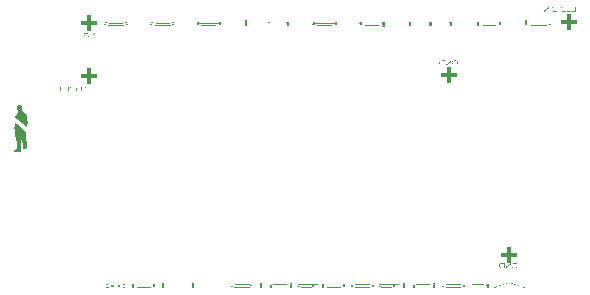
<source format=gbo>
%TF.GenerationSoftware,KiCad,Pcbnew,7.0.5-0*%
%TF.CreationDate,2023-06-16T22:13:25-07:00*%
%TF.ProjectId,JumperlessLEDboard,4a756d70-6572-46c6-9573-734c4544626f,rev?*%
%TF.SameCoordinates,Original*%
%TF.FileFunction,Legend,Bot*%
%TF.FilePolarity,Positive*%
%FSLAX46Y46*%
G04 Gerber Fmt 4.6, Leading zero omitted, Abs format (unit mm)*
G04 Created by KiCad (PCBNEW 7.0.5-0) date 2023-06-16 22:13:25*
%MOMM*%
%LPD*%
G01*
G04 APERTURE LIST*
G04 Aperture macros list*
%AMRoundRect*
0 Rectangle with rounded corners*
0 $1 Rounding radius*
0 $2 $3 $4 $5 $6 $7 $8 $9 X,Y pos of 4 corners*
0 Add a 4 corners polygon primitive as box body*
4,1,4,$2,$3,$4,$5,$6,$7,$8,$9,$2,$3,0*
0 Add four circle primitives for the rounded corners*
1,1,$1+$1,$2,$3*
1,1,$1+$1,$4,$5*
1,1,$1+$1,$6,$7*
1,1,$1+$1,$8,$9*
0 Add four rect primitives between the rounded corners*
20,1,$1+$1,$2,$3,$4,$5,0*
20,1,$1+$1,$4,$5,$6,$7,0*
20,1,$1+$1,$6,$7,$8,$9,0*
20,1,$1+$1,$8,$9,$2,$3,0*%
G04 Aperture macros list end*
%ADD10C,0.100000*%
%ADD11C,0.060000*%
%ADD12C,0.006932*%
%ADD13RoundRect,0.455000X-0.195000X-0.195000X0.195000X-0.195000X0.195000X0.195000X-0.195000X0.195000X0*%
G04 APERTURE END LIST*
D10*
G36*
X131206852Y-84347852D02*
G01*
X131211325Y-84347846D01*
X131215743Y-84347826D01*
X131220106Y-84347793D01*
X131224415Y-84347747D01*
X131228669Y-84347688D01*
X131232868Y-84347615D01*
X131237012Y-84347530D01*
X131241101Y-84347431D01*
X131245136Y-84347319D01*
X131249116Y-84347194D01*
X131253041Y-84347056D01*
X131260727Y-84346740D01*
X131268194Y-84346371D01*
X131275442Y-84345950D01*
X131282471Y-84345476D01*
X131289281Y-84344949D01*
X131295871Y-84344370D01*
X131302243Y-84343738D01*
X131308396Y-84343053D01*
X131314329Y-84342316D01*
X131320044Y-84341526D01*
X131322819Y-84341111D01*
X131328224Y-84340203D01*
X131333474Y-84339191D01*
X131338568Y-84338072D01*
X131343506Y-84336849D01*
X131348289Y-84335520D01*
X131352916Y-84334086D01*
X131357387Y-84332546D01*
X131361702Y-84330902D01*
X131365862Y-84329152D01*
X131369866Y-84327296D01*
X131373715Y-84325335D01*
X131377407Y-84323269D01*
X131380944Y-84321098D01*
X131384325Y-84318821D01*
X131387551Y-84316439D01*
X131390621Y-84313951D01*
X131393550Y-84311332D01*
X131396354Y-84308578D01*
X131399033Y-84305690D01*
X131401587Y-84302667D01*
X131404016Y-84299510D01*
X131406319Y-84296219D01*
X131408498Y-84292794D01*
X131410551Y-84289234D01*
X131412479Y-84285540D01*
X131414282Y-84281711D01*
X131415959Y-84277748D01*
X131417512Y-84273651D01*
X131418939Y-84269420D01*
X131420241Y-84265054D01*
X131421418Y-84260554D01*
X131422470Y-84255919D01*
X131423416Y-84251112D01*
X131424302Y-84246117D01*
X131425126Y-84240936D01*
X131425889Y-84235568D01*
X131426592Y-84230012D01*
X131427233Y-84224270D01*
X131427813Y-84218340D01*
X131428332Y-84212224D01*
X131428790Y-84205921D01*
X131429187Y-84199430D01*
X131429522Y-84192753D01*
X131429797Y-84185889D01*
X131430011Y-84178837D01*
X131430164Y-84171599D01*
X131430255Y-84164173D01*
X131430286Y-84156561D01*
X131430286Y-84145228D01*
X131430255Y-84137675D01*
X131430164Y-84130307D01*
X131430011Y-84123122D01*
X131429797Y-84116121D01*
X131429522Y-84109304D01*
X131429187Y-84102670D01*
X131428790Y-84096221D01*
X131428332Y-84089956D01*
X131427813Y-84083875D01*
X131427233Y-84077978D01*
X131426592Y-84072264D01*
X131425889Y-84066735D01*
X131425126Y-84061389D01*
X131424302Y-84056228D01*
X131423416Y-84051250D01*
X131422470Y-84046456D01*
X131421418Y-84041822D01*
X131420241Y-84037323D01*
X131418939Y-84032959D01*
X131417512Y-84028731D01*
X131415959Y-84024637D01*
X131414282Y-84020678D01*
X131412479Y-84016855D01*
X131410551Y-84013166D01*
X131408498Y-84009613D01*
X131406319Y-84006195D01*
X131404016Y-84002911D01*
X131401587Y-83999763D01*
X131399033Y-83996750D01*
X131396354Y-83993872D01*
X131393550Y-83991130D01*
X131390621Y-83988522D01*
X131387551Y-83986022D01*
X131384325Y-83983626D01*
X131380944Y-83981336D01*
X131377407Y-83979149D01*
X131373715Y-83977067D01*
X131369866Y-83975090D01*
X131365862Y-83973218D01*
X131361702Y-83971449D01*
X131357387Y-83969786D01*
X131352916Y-83968227D01*
X131348289Y-83966773D01*
X131343506Y-83965423D01*
X131338568Y-83964178D01*
X131333474Y-83963037D01*
X131328224Y-83962001D01*
X131322819Y-83961069D01*
X131317214Y-83960206D01*
X131311390Y-83959398D01*
X131305347Y-83958645D01*
X131299085Y-83957949D01*
X131292603Y-83957308D01*
X131285903Y-83956723D01*
X131278984Y-83956194D01*
X131271845Y-83955720D01*
X131264488Y-83955302D01*
X131256911Y-83954940D01*
X131249116Y-83954634D01*
X131245136Y-83954501D01*
X131241101Y-83954383D01*
X131237012Y-83954279D01*
X131232868Y-83954188D01*
X131228669Y-83954111D01*
X131224415Y-83954049D01*
X131220106Y-83954000D01*
X131215743Y-83953965D01*
X131211325Y-83953944D01*
X131206852Y-83953937D01*
X131191123Y-83953937D01*
X131186893Y-83953942D01*
X131182716Y-83953956D01*
X131178591Y-83953980D01*
X131174518Y-83954014D01*
X131170497Y-83954057D01*
X131166529Y-83954109D01*
X131162613Y-83954171D01*
X131154937Y-83954324D01*
X131147471Y-83954514D01*
X131140214Y-83954743D01*
X131133166Y-83955011D01*
X131126327Y-83955316D01*
X131119698Y-83955659D01*
X131113277Y-83956041D01*
X131107066Y-83956461D01*
X131101063Y-83956919D01*
X131095270Y-83957415D01*
X131089686Y-83957949D01*
X131084311Y-83958522D01*
X131081702Y-83958822D01*
X131076600Y-83959450D01*
X131071647Y-83960136D01*
X131066845Y-83960882D01*
X131062193Y-83961686D01*
X131057692Y-83962549D01*
X131053341Y-83963470D01*
X131049141Y-83964451D01*
X131045090Y-83965490D01*
X131041190Y-83966588D01*
X131037441Y-83967745D01*
X131032099Y-83969590D01*
X131027095Y-83971567D01*
X131022429Y-83973677D01*
X131018102Y-83975919D01*
X131014056Y-83978310D01*
X131010274Y-83980865D01*
X131006754Y-83983585D01*
X131003497Y-83986470D01*
X131000503Y-83989520D01*
X130997772Y-83992735D01*
X130995303Y-83996115D01*
X130993097Y-83999660D01*
X130991154Y-84003369D01*
X130989474Y-84007243D01*
X130988499Y-84009918D01*
X130987190Y-84014090D01*
X130986009Y-84018473D01*
X130984957Y-84023068D01*
X130984034Y-84027874D01*
X130983240Y-84032891D01*
X130982574Y-84038120D01*
X130982038Y-84043559D01*
X130981630Y-84049210D01*
X130981351Y-84055072D01*
X130981236Y-84059098D01*
X130981179Y-84063217D01*
X130981172Y-84065312D01*
X130981172Y-84072737D01*
X131010481Y-84072737D01*
X131010481Y-84066875D01*
X131010528Y-84062116D01*
X131010670Y-84057512D01*
X131010906Y-84053063D01*
X131011237Y-84048768D01*
X131011662Y-84044627D01*
X131012181Y-84040641D01*
X131013021Y-84035567D01*
X131014028Y-84030768D01*
X131015204Y-84026243D01*
X131015854Y-84024084D01*
X131017386Y-84019944D01*
X131019341Y-84016024D01*
X131021721Y-84012324D01*
X131024525Y-84008843D01*
X131027754Y-84005582D01*
X131031407Y-84002542D01*
X131035484Y-83999721D01*
X131039986Y-83997119D01*
X131043672Y-83995302D01*
X131047661Y-83993589D01*
X131051952Y-83991978D01*
X131056545Y-83990470D01*
X131061441Y-83989065D01*
X131066639Y-83987763D01*
X131072139Y-83986565D01*
X131077941Y-83985469D01*
X131081977Y-83984796D01*
X131086148Y-83984168D01*
X131090452Y-83983587D01*
X131094891Y-83983051D01*
X131099494Y-83982554D01*
X131104290Y-83982089D01*
X131109279Y-83981657D01*
X131114461Y-83981256D01*
X131119837Y-83980887D01*
X131125405Y-83980551D01*
X131131166Y-83980246D01*
X131137121Y-83979974D01*
X131143269Y-83979733D01*
X131149609Y-83979525D01*
X131156143Y-83979348D01*
X131162870Y-83979204D01*
X131169790Y-83979092D01*
X131176904Y-83979012D01*
X131184210Y-83978964D01*
X131191709Y-83978948D01*
X131206364Y-83978948D01*
X131210344Y-83978953D01*
X131214274Y-83978968D01*
X131221983Y-83979029D01*
X131229491Y-83979130D01*
X131236797Y-83979271D01*
X131243901Y-83979453D01*
X131250804Y-83979676D01*
X131257505Y-83979939D01*
X131264005Y-83980242D01*
X131270304Y-83980586D01*
X131276401Y-83980970D01*
X131282296Y-83981395D01*
X131287990Y-83981860D01*
X131293482Y-83982366D01*
X131298773Y-83982912D01*
X131303863Y-83983499D01*
X131308750Y-83984126D01*
X131313467Y-83984821D01*
X131318042Y-83985612D01*
X131322477Y-83986500D01*
X131326770Y-83987484D01*
X131330921Y-83988564D01*
X131334932Y-83989740D01*
X131338801Y-83991013D01*
X131342529Y-83992381D01*
X131347857Y-83994614D01*
X131352866Y-83997064D01*
X131357559Y-83999730D01*
X131361933Y-84002612D01*
X131365989Y-84005710D01*
X131367271Y-84006791D01*
X131370940Y-84010195D01*
X131374364Y-84013883D01*
X131377542Y-84017856D01*
X131380474Y-84022115D01*
X131383161Y-84026658D01*
X131385602Y-84031487D01*
X131387797Y-84036600D01*
X131389748Y-84041999D01*
X131390911Y-84045757D01*
X131391966Y-84049641D01*
X131392911Y-84053652D01*
X131393747Y-84057789D01*
X131394492Y-84062067D01*
X131395190Y-84066521D01*
X131395839Y-84071152D01*
X131396440Y-84075961D01*
X131396993Y-84080947D01*
X131397498Y-84086109D01*
X131397954Y-84091449D01*
X131398363Y-84096966D01*
X131398724Y-84102660D01*
X131399036Y-84108531D01*
X131399301Y-84114579D01*
X131399517Y-84120804D01*
X131399686Y-84127206D01*
X131399806Y-84133785D01*
X131399878Y-84140542D01*
X131399902Y-84147475D01*
X131399902Y-84154314D01*
X131399878Y-84161248D01*
X131399806Y-84168005D01*
X131399686Y-84174587D01*
X131399517Y-84180992D01*
X131399301Y-84187220D01*
X131399036Y-84193272D01*
X131398724Y-84199148D01*
X131398363Y-84204848D01*
X131397954Y-84210371D01*
X131397498Y-84215718D01*
X131396993Y-84220889D01*
X131396440Y-84225883D01*
X131395839Y-84230701D01*
X131395190Y-84235343D01*
X131394492Y-84239809D01*
X131393747Y-84244098D01*
X131392911Y-84248224D01*
X131391966Y-84252225D01*
X131390911Y-84256101D01*
X131389748Y-84259851D01*
X131387797Y-84265243D01*
X131385602Y-84270352D01*
X131383161Y-84275180D01*
X131380474Y-84279727D01*
X131377542Y-84283991D01*
X131374364Y-84287974D01*
X131370940Y-84291676D01*
X131367271Y-84295096D01*
X131363320Y-84298249D01*
X131359052Y-84301188D01*
X131354466Y-84303912D01*
X131349562Y-84306421D01*
X131344340Y-84308716D01*
X131340683Y-84310126D01*
X131336884Y-84311441D01*
X131332944Y-84312661D01*
X131328863Y-84313785D01*
X131324641Y-84314814D01*
X131320277Y-84315747D01*
X131315772Y-84316586D01*
X131311126Y-84317328D01*
X131308750Y-84317664D01*
X131303862Y-84318291D01*
X131298772Y-84318877D01*
X131293479Y-84319423D01*
X131287984Y-84319929D01*
X131282286Y-84320394D01*
X131276387Y-84320819D01*
X131270285Y-84321203D01*
X131263981Y-84321547D01*
X131257474Y-84321851D01*
X131250766Y-84322114D01*
X131243855Y-84322336D01*
X131236742Y-84322518D01*
X131229426Y-84322660D01*
X131221908Y-84322761D01*
X131214188Y-84322821D01*
X131210253Y-84322837D01*
X131206266Y-84322842D01*
X131191709Y-84322842D01*
X131187796Y-84322838D01*
X131180124Y-84322805D01*
X131172656Y-84322739D01*
X131165393Y-84322641D01*
X131158335Y-84322509D01*
X131151481Y-84322345D01*
X131144831Y-84322148D01*
X131138386Y-84321919D01*
X131132146Y-84321656D01*
X131126110Y-84321361D01*
X131120279Y-84321032D01*
X131114652Y-84320671D01*
X131109230Y-84320278D01*
X131104012Y-84319851D01*
X131098999Y-84319391D01*
X131094190Y-84318899D01*
X131091863Y-84318641D01*
X131087316Y-84318076D01*
X131082908Y-84317456D01*
X131078639Y-84316781D01*
X131074509Y-84316052D01*
X131070518Y-84315267D01*
X131066666Y-84314427D01*
X131061148Y-84313065D01*
X131055943Y-84311579D01*
X131051050Y-84309969D01*
X131046470Y-84308236D01*
X131042203Y-84306379D01*
X131038248Y-84304398D01*
X131035785Y-84303009D01*
X131032314Y-84300796D01*
X131029081Y-84298444D01*
X131025143Y-84295092D01*
X131021629Y-84291493D01*
X131018539Y-84287646D01*
X131015874Y-84283552D01*
X131013633Y-84279210D01*
X131011816Y-84274622D01*
X131011067Y-84272235D01*
X131009739Y-84267221D01*
X131008859Y-84263229D01*
X131008079Y-84259038D01*
X131007399Y-84254647D01*
X131006817Y-84250057D01*
X131006336Y-84245268D01*
X131005954Y-84240280D01*
X131005672Y-84235092D01*
X131005489Y-84229706D01*
X131005406Y-84224120D01*
X131005401Y-84222214D01*
X131005401Y-84185284D01*
X131227076Y-84185284D01*
X131227076Y-84160274D01*
X130975506Y-84160274D01*
X130975506Y-84222604D01*
X130975539Y-84227490D01*
X130975638Y-84232257D01*
X130975804Y-84236903D01*
X130976037Y-84241429D01*
X130976336Y-84245836D01*
X130976701Y-84250123D01*
X130977132Y-84254290D01*
X130977630Y-84258337D01*
X130978195Y-84262264D01*
X130979166Y-84267931D01*
X130980287Y-84273328D01*
X130981557Y-84278455D01*
X130982976Y-84283312D01*
X130984005Y-84286401D01*
X130985712Y-84290836D01*
X130987681Y-84295093D01*
X130989914Y-84299171D01*
X130992409Y-84303070D01*
X130995166Y-84306791D01*
X130998187Y-84310333D01*
X131001470Y-84313697D01*
X131005016Y-84316882D01*
X131008825Y-84319889D01*
X131012896Y-84322716D01*
X131015757Y-84324503D01*
X131020298Y-84327023D01*
X131025165Y-84329382D01*
X131030359Y-84331580D01*
X131035879Y-84333616D01*
X131039741Y-84334884D01*
X131043747Y-84336080D01*
X131047898Y-84337204D01*
X131052195Y-84338256D01*
X131056636Y-84339237D01*
X131061223Y-84340146D01*
X131065954Y-84340984D01*
X131070830Y-84341749D01*
X131075852Y-84342443D01*
X131081018Y-84343065D01*
X131086358Y-84343645D01*
X131091898Y-84344187D01*
X131097639Y-84344692D01*
X131103580Y-84345159D01*
X131109723Y-84345589D01*
X131116066Y-84345982D01*
X131122610Y-84346337D01*
X131129354Y-84346655D01*
X131136299Y-84346936D01*
X131143445Y-84347179D01*
X131150792Y-84347385D01*
X131158340Y-84347553D01*
X131166088Y-84347684D01*
X131170037Y-84347735D01*
X131174037Y-84347777D01*
X131178087Y-84347810D01*
X131182187Y-84347833D01*
X131186337Y-84347847D01*
X131190537Y-84347852D01*
X131206852Y-84347852D01*
G37*
G36*
X130435827Y-84341600D02*
G01*
X130485945Y-84341600D01*
X130855045Y-83985982D01*
X130857878Y-83985982D01*
X130857878Y-84341600D01*
X130888262Y-84341600D01*
X130888262Y-83960190D01*
X130837655Y-83960190D01*
X130468457Y-84315807D01*
X130466210Y-84315807D01*
X130466210Y-83960190D01*
X130435827Y-83960190D01*
X130435827Y-84341600D01*
G37*
G36*
X130340767Y-84341600D02*
G01*
X130110593Y-84341600D01*
X130104322Y-84341590D01*
X130098161Y-84341560D01*
X130092110Y-84341510D01*
X130086168Y-84341441D01*
X130080337Y-84341351D01*
X130074616Y-84341242D01*
X130069004Y-84341113D01*
X130063503Y-84340964D01*
X130058111Y-84340796D01*
X130052829Y-84340607D01*
X130047658Y-84340399D01*
X130042596Y-84340171D01*
X130037644Y-84339923D01*
X130032801Y-84339655D01*
X130028069Y-84339367D01*
X130023447Y-84339059D01*
X130021168Y-84338896D01*
X130016677Y-84338542D01*
X130012275Y-84338151D01*
X130007961Y-84337724D01*
X130003735Y-84337260D01*
X129999599Y-84336759D01*
X129995550Y-84336222D01*
X129991590Y-84335648D01*
X129987719Y-84335037D01*
X129982078Y-84334052D01*
X129976637Y-84332985D01*
X129971394Y-84331836D01*
X129966351Y-84330604D01*
X129961507Y-84329290D01*
X129956832Y-84327869D01*
X129952332Y-84326356D01*
X129948007Y-84324751D01*
X129943857Y-84323052D01*
X129939883Y-84321261D01*
X129936084Y-84319377D01*
X129932459Y-84317401D01*
X129929010Y-84315331D01*
X129924684Y-84312428D01*
X129920670Y-84309359D01*
X129916925Y-84306082D01*
X129913409Y-84302551D01*
X129910123Y-84298767D01*
X129907065Y-84294729D01*
X129904237Y-84290438D01*
X129902265Y-84287054D01*
X129900423Y-84283527D01*
X129898709Y-84279857D01*
X129897125Y-84276045D01*
X129896120Y-84273411D01*
X129894691Y-84269339D01*
X129893357Y-84265121D01*
X129892117Y-84260757D01*
X129890972Y-84256247D01*
X129889922Y-84251591D01*
X129888965Y-84246789D01*
X129888103Y-84241841D01*
X129887336Y-84236747D01*
X129886663Y-84231507D01*
X129886085Y-84226121D01*
X129885578Y-84220546D01*
X129885122Y-84214772D01*
X129884845Y-84210814D01*
X129884591Y-84206767D01*
X129884358Y-84202633D01*
X129884148Y-84198411D01*
X129883960Y-84194101D01*
X129883794Y-84189704D01*
X129883650Y-84185218D01*
X129883528Y-84180645D01*
X129883429Y-84175985D01*
X129883351Y-84171236D01*
X129883296Y-84166400D01*
X129883263Y-84161475D01*
X129883252Y-84156463D01*
X129883252Y-84154314D01*
X129913635Y-84154314D01*
X129913637Y-84156606D01*
X129913653Y-84161129D01*
X129913683Y-84165571D01*
X129913729Y-84169932D01*
X129913790Y-84174213D01*
X129913866Y-84178412D01*
X129913958Y-84182531D01*
X129914065Y-84186568D01*
X129914187Y-84190525D01*
X129914399Y-84196309D01*
X129914645Y-84201910D01*
X129914925Y-84207329D01*
X129915240Y-84212567D01*
X129915589Y-84217622D01*
X129915996Y-84222496D01*
X129916483Y-84227225D01*
X129917052Y-84231810D01*
X129917700Y-84236251D01*
X129918430Y-84240548D01*
X129919240Y-84244701D01*
X129920131Y-84248709D01*
X129921103Y-84252573D01*
X129922524Y-84257501D01*
X129924089Y-84262172D01*
X129925803Y-84266577D01*
X129927722Y-84270757D01*
X129929845Y-84274711D01*
X129932173Y-84278438D01*
X129934706Y-84281940D01*
X129937443Y-84285216D01*
X129940385Y-84288266D01*
X129943531Y-84291090D01*
X129946031Y-84293060D01*
X129949621Y-84295549D01*
X129953505Y-84297878D01*
X129957681Y-84300049D01*
X129962151Y-84302061D01*
X129966914Y-84303914D01*
X129970678Y-84305200D01*
X129974608Y-84306396D01*
X129978702Y-84307503D01*
X129980098Y-84307854D01*
X129984405Y-84308859D01*
X129988890Y-84309795D01*
X129993555Y-84310663D01*
X129998398Y-84311462D01*
X130003419Y-84312193D01*
X130008619Y-84312854D01*
X130013998Y-84313447D01*
X130019555Y-84313972D01*
X130025291Y-84314427D01*
X130029214Y-84314693D01*
X130033217Y-84314928D01*
X130037313Y-84315129D01*
X130041518Y-84315317D01*
X130045831Y-84315493D01*
X130050253Y-84315655D01*
X130054783Y-84315804D01*
X130059421Y-84315940D01*
X130064168Y-84316064D01*
X130069023Y-84316174D01*
X130073986Y-84316271D01*
X130079058Y-84316355D01*
X130084238Y-84316427D01*
X130089527Y-84316485D01*
X130094924Y-84316531D01*
X130100429Y-84316563D01*
X130106043Y-84316583D01*
X130111765Y-84316589D01*
X130310383Y-84316589D01*
X130310383Y-83985200D01*
X130111765Y-83985200D01*
X130106114Y-83985207D01*
X130100567Y-83985228D01*
X130095123Y-83985262D01*
X130089783Y-83985310D01*
X130084547Y-83985372D01*
X130079415Y-83985448D01*
X130074387Y-83985537D01*
X130069462Y-83985640D01*
X130064642Y-83985757D01*
X130059925Y-83985887D01*
X130055311Y-83986032D01*
X130050802Y-83986190D01*
X130046397Y-83986361D01*
X130042095Y-83986547D01*
X130037897Y-83986746D01*
X130033803Y-83986959D01*
X130029801Y-83987181D01*
X130023950Y-83987569D01*
X130018281Y-83988021D01*
X130012794Y-83988539D01*
X130007489Y-83989123D01*
X130002367Y-83989771D01*
X129997426Y-83990485D01*
X129992667Y-83991264D01*
X129988090Y-83992109D01*
X129983696Y-83993018D01*
X129979483Y-83993993D01*
X129976771Y-83994686D01*
X129972836Y-83995806D01*
X129969060Y-83997022D01*
X129964275Y-83998792D01*
X129959773Y-84000734D01*
X129955555Y-84002847D01*
X129951621Y-84005131D01*
X129947971Y-84007585D01*
X129944605Y-84010211D01*
X129941450Y-84013009D01*
X129938481Y-84016030D01*
X129935698Y-84019274D01*
X129933102Y-84022740D01*
X129930691Y-84026430D01*
X129928467Y-84030343D01*
X129926429Y-84034478D01*
X129924577Y-84038836D01*
X129922898Y-84043443D01*
X129921378Y-84048325D01*
X129920342Y-84052167D01*
X129919395Y-84056163D01*
X129918537Y-84060314D01*
X129917769Y-84064619D01*
X129917090Y-84069079D01*
X129916501Y-84073693D01*
X129916000Y-84078462D01*
X129915589Y-84083386D01*
X129915353Y-84086762D01*
X129915026Y-84091983D01*
X129914734Y-84097393D01*
X129914477Y-84102992D01*
X129914254Y-84108780D01*
X129914124Y-84112744D01*
X129914009Y-84116792D01*
X129913910Y-84120923D01*
X129913826Y-84125139D01*
X129913757Y-84129438D01*
X129913704Y-84133821D01*
X129913666Y-84138289D01*
X129913643Y-84142840D01*
X129913635Y-84147475D01*
X129913635Y-84154314D01*
X129883252Y-84154314D01*
X129883252Y-84145326D01*
X129883255Y-84142742D01*
X129883279Y-84137642D01*
X129883328Y-84132632D01*
X129883401Y-84127712D01*
X129883499Y-84122882D01*
X129883621Y-84118142D01*
X129883768Y-84113493D01*
X129883938Y-84108933D01*
X129884134Y-84104463D01*
X129884354Y-84100084D01*
X129884598Y-84095794D01*
X129884867Y-84091595D01*
X129885160Y-84087485D01*
X129885477Y-84083466D01*
X129885819Y-84079537D01*
X129886378Y-84073812D01*
X129886778Y-84070087D01*
X129887458Y-84064637D01*
X129888234Y-84059352D01*
X129889107Y-84054233D01*
X129890075Y-84049277D01*
X129891140Y-84044487D01*
X129892301Y-84039862D01*
X129893558Y-84035401D01*
X129894911Y-84031106D01*
X129896361Y-84026975D01*
X129897906Y-84023009D01*
X129899547Y-84019200D01*
X129901318Y-84015538D01*
X129903220Y-84012023D01*
X129905252Y-84008657D01*
X129908164Y-84004398D01*
X129911309Y-84000401D01*
X129914686Y-83996668D01*
X129918294Y-83993196D01*
X129922135Y-83989987D01*
X129923127Y-83989218D01*
X129927277Y-83986248D01*
X129930580Y-83984138D01*
X129934046Y-83982127D01*
X129937675Y-83980215D01*
X129941467Y-83978404D01*
X129945422Y-83976692D01*
X129949540Y-83975079D01*
X129953822Y-83973566D01*
X129958267Y-83972153D01*
X129962875Y-83970839D01*
X129964449Y-83970422D01*
X129969304Y-83969228D01*
X129974359Y-83968119D01*
X129979613Y-83967093D01*
X129985066Y-83966152D01*
X129990718Y-83965295D01*
X129994597Y-83964770D01*
X129998565Y-83964282D01*
X130002621Y-83963833D01*
X130006765Y-83963420D01*
X130010998Y-83963045D01*
X130015320Y-83962707D01*
X130019730Y-83962407D01*
X130024229Y-83962144D01*
X130028813Y-83961907D01*
X130033507Y-83961686D01*
X130038308Y-83961480D01*
X130043218Y-83961289D01*
X130048237Y-83961113D01*
X130053364Y-83960953D01*
X130058599Y-83960808D01*
X130063942Y-83960678D01*
X130069394Y-83960564D01*
X130074955Y-83960465D01*
X130080623Y-83960381D01*
X130086401Y-83960312D01*
X130092286Y-83960259D01*
X130098280Y-83960220D01*
X130104382Y-83960198D01*
X130110593Y-83960190D01*
X130340767Y-83960190D01*
X130340767Y-84341600D01*
G37*
D11*
G36*
X132198506Y-86018000D02*
G01*
X132027047Y-86018000D01*
X131704353Y-85924210D01*
X129817431Y-85924210D01*
X129500013Y-86018000D01*
X129329434Y-86018000D01*
X129702648Y-85906820D01*
X129878980Y-85906820D01*
X131641925Y-85906820D01*
X130743340Y-85647267D01*
X129878980Y-85906820D01*
X129702648Y-85906820D01*
X130630760Y-85630337D01*
X130850578Y-85630337D01*
X132198506Y-86018000D01*
G37*
G36*
X128813300Y-85860316D02*
G01*
X128812522Y-85852637D01*
X128810203Y-85845348D01*
X128806359Y-85838438D01*
X128801011Y-85831899D01*
X128794176Y-85825721D01*
X128785873Y-85819893D01*
X128776122Y-85814408D01*
X128764940Y-85809254D01*
X128752346Y-85804423D01*
X128738360Y-85799906D01*
X128722999Y-85795691D01*
X128706282Y-85791771D01*
X128688229Y-85788135D01*
X128668858Y-85784773D01*
X128626234Y-85778837D01*
X128578562Y-85773885D01*
X128525990Y-85769842D01*
X128468668Y-85766630D01*
X128406745Y-85764173D01*
X128340371Y-85762396D01*
X128305562Y-85761738D01*
X128269695Y-85761221D01*
X128232791Y-85760835D01*
X128194867Y-85760571D01*
X128155942Y-85760420D01*
X128116035Y-85760372D01*
X128080864Y-85760372D01*
X128036302Y-85760397D01*
X127994076Y-85760478D01*
X127954124Y-85760621D01*
X127916387Y-85760835D01*
X127880804Y-85761125D01*
X127815859Y-85761967D01*
X127758806Y-85763206D01*
X127709163Y-85764900D01*
X127666445Y-85767108D01*
X127630171Y-85769887D01*
X127599857Y-85773297D01*
X127575021Y-85777395D01*
X127555178Y-85782240D01*
X127539847Y-85787891D01*
X127528544Y-85794406D01*
X127520786Y-85801843D01*
X127518086Y-85805925D01*
X127516091Y-85810260D01*
X127514740Y-85814855D01*
X127513974Y-85819716D01*
X127513732Y-85824852D01*
X127513732Y-85839605D01*
X127346670Y-85839605D01*
X127346670Y-85822605D01*
X127347017Y-85817082D01*
X127348105Y-85811792D01*
X127350007Y-85806733D01*
X127352793Y-85801901D01*
X127356535Y-85797291D01*
X127361305Y-85792901D01*
X127367175Y-85788725D01*
X127374216Y-85784760D01*
X127392099Y-85777448D01*
X127415527Y-85770934D01*
X127445072Y-85765187D01*
X127481309Y-85760177D01*
X127524810Y-85755871D01*
X127576149Y-85752240D01*
X127635898Y-85749253D01*
X127704631Y-85746878D01*
X127742546Y-85745910D01*
X127782921Y-85745084D01*
X127825829Y-85744396D01*
X127871341Y-85743841D01*
X127919529Y-85743417D01*
X127970465Y-85743118D01*
X128024219Y-85742942D01*
X128080864Y-85742884D01*
X128116035Y-85742884D01*
X128156826Y-85742931D01*
X128196284Y-85743070D01*
X128234425Y-85743304D01*
X128271265Y-85743633D01*
X128306821Y-85744058D01*
X128374146Y-85745203D01*
X128436532Y-85746745D01*
X128494110Y-85748694D01*
X128547011Y-85751059D01*
X128595367Y-85753846D01*
X128639308Y-85757066D01*
X128678967Y-85760726D01*
X128714475Y-85764835D01*
X128745963Y-85769402D01*
X128773563Y-85774434D01*
X128797405Y-85779940D01*
X128817622Y-85785929D01*
X128834345Y-85792409D01*
X128841437Y-85795836D01*
X128836161Y-85796032D01*
X128813300Y-85742884D01*
X128980362Y-85742884D01*
X128980362Y-86018000D01*
X128813300Y-86018000D01*
X128813300Y-85860316D01*
G37*
G36*
X125974123Y-86018000D02*
G01*
X125911249Y-86017940D01*
X125851026Y-86017758D01*
X125793412Y-86017448D01*
X125738363Y-86017004D01*
X125685836Y-86016421D01*
X125635790Y-86015692D01*
X125588179Y-86014812D01*
X125542963Y-86013776D01*
X125500097Y-86012577D01*
X125459538Y-86011209D01*
X125421245Y-86009668D01*
X125385173Y-86007948D01*
X125351279Y-86006042D01*
X125319521Y-86003945D01*
X125289856Y-86001652D01*
X125262241Y-85999156D01*
X125236632Y-85996452D01*
X125212987Y-85993535D01*
X125191263Y-85990397D01*
X125171416Y-85987035D01*
X125153404Y-85983442D01*
X125137184Y-85979612D01*
X125122713Y-85975540D01*
X125109948Y-85971219D01*
X125098845Y-85966645D01*
X125089362Y-85961812D01*
X125081456Y-85956713D01*
X125075084Y-85951344D01*
X125070203Y-85945698D01*
X125066770Y-85939770D01*
X125064741Y-85933553D01*
X125064074Y-85927043D01*
X125064074Y-85918446D01*
X125231136Y-85918446D01*
X125231136Y-85927043D01*
X125231499Y-85932627D01*
X125232632Y-85937932D01*
X125234606Y-85942966D01*
X125237492Y-85947736D01*
X125241361Y-85952247D01*
X125246281Y-85956507D01*
X125252325Y-85960522D01*
X125268062Y-85967843D01*
X125289135Y-85974264D01*
X125316106Y-85979838D01*
X125349538Y-85984616D01*
X125389994Y-85988653D01*
X125438037Y-85992001D01*
X125494231Y-85994712D01*
X125559136Y-85996840D01*
X125595032Y-85997701D01*
X125633318Y-85998437D01*
X125674063Y-85999053D01*
X125717337Y-85999556D01*
X125763212Y-85999953D01*
X125811758Y-86000250D01*
X125863045Y-86000454D01*
X125917143Y-86000572D01*
X125974123Y-86000609D01*
X126034793Y-86000609D01*
X126098164Y-86000569D01*
X126158253Y-86000438D01*
X126215145Y-86000203D01*
X126268922Y-85999848D01*
X126319668Y-85999361D01*
X126367466Y-85998726D01*
X126412399Y-85997929D01*
X126454550Y-85996956D01*
X126494003Y-85995794D01*
X126530841Y-85994426D01*
X126565147Y-85992840D01*
X126597005Y-85991022D01*
X126653707Y-85986628D01*
X126701613Y-85981131D01*
X126722475Y-85977933D01*
X126741389Y-85974417D01*
X126758436Y-85970568D01*
X126773701Y-85966372D01*
X126787266Y-85961815D01*
X126799215Y-85956883D01*
X126809631Y-85951560D01*
X126818597Y-85945833D01*
X126826197Y-85939688D01*
X126832513Y-85933111D01*
X126837629Y-85926087D01*
X126841629Y-85918601D01*
X126844594Y-85910641D01*
X126846609Y-85902190D01*
X126847758Y-85893236D01*
X126848122Y-85883764D01*
X126848122Y-85876632D01*
X126847788Y-85867075D01*
X126846725Y-85858051D01*
X126844846Y-85849544D01*
X126842061Y-85841539D01*
X126838281Y-85834021D01*
X126833417Y-85826976D01*
X126827380Y-85820387D01*
X126820081Y-85814241D01*
X126811431Y-85808523D01*
X126801341Y-85803216D01*
X126789721Y-85798306D01*
X126776483Y-85793779D01*
X126761538Y-85789619D01*
X126744797Y-85785811D01*
X126726170Y-85782340D01*
X126682905Y-85776349D01*
X126631030Y-85771527D01*
X126569834Y-85767754D01*
X126535517Y-85766222D01*
X126498603Y-85764908D01*
X126459002Y-85763796D01*
X126416625Y-85762871D01*
X126371384Y-85762118D01*
X126323189Y-85761522D01*
X126271952Y-85761068D01*
X126217582Y-85760741D01*
X126159992Y-85760526D01*
X126099092Y-85760408D01*
X126034793Y-85760372D01*
X125974123Y-85760372D01*
X125916799Y-85760408D01*
X125862488Y-85760519D01*
X125811112Y-85760713D01*
X125762592Y-85760996D01*
X125716851Y-85761375D01*
X125673809Y-85761855D01*
X125633390Y-85762444D01*
X125595513Y-85763149D01*
X125560102Y-85763975D01*
X125496363Y-85766019D01*
X125441545Y-85768629D01*
X125395023Y-85771857D01*
X125356172Y-85775757D01*
X125324364Y-85780380D01*
X125298975Y-85785779D01*
X125279378Y-85792006D01*
X125264947Y-85799115D01*
X125259473Y-85803016D01*
X125255056Y-85807157D01*
X125251617Y-85811544D01*
X125249079Y-85816185D01*
X125247363Y-85821085D01*
X125246391Y-85826252D01*
X125246084Y-85831691D01*
X125246084Y-85838725D01*
X125079022Y-85838725D01*
X125079022Y-85831691D01*
X125079588Y-85825084D01*
X125081327Y-85818796D01*
X125084298Y-85812819D01*
X125088560Y-85807146D01*
X125094173Y-85801771D01*
X125101198Y-85796686D01*
X125109692Y-85791883D01*
X125119716Y-85787356D01*
X125131329Y-85783098D01*
X125144592Y-85779102D01*
X125159563Y-85775359D01*
X125176302Y-85771864D01*
X125215323Y-85765587D01*
X125262131Y-85760213D01*
X125317203Y-85755686D01*
X125347987Y-85753721D01*
X125381015Y-85751947D01*
X125416348Y-85750355D01*
X125454044Y-85748940D01*
X125494164Y-85747693D01*
X125536767Y-85746608D01*
X125581912Y-85745677D01*
X125629659Y-85744893D01*
X125680068Y-85744250D01*
X125733199Y-85743739D01*
X125789110Y-85743354D01*
X125847861Y-85743089D01*
X125909512Y-85742934D01*
X125974123Y-85742884D01*
X126034793Y-85742884D01*
X126106302Y-85742937D01*
X126174475Y-85743106D01*
X126239382Y-85743405D01*
X126301093Y-85743851D01*
X126359678Y-85744457D01*
X126415208Y-85745239D01*
X126467751Y-85746213D01*
X126517377Y-85747392D01*
X126564158Y-85748793D01*
X126608161Y-85750429D01*
X126649458Y-85752317D01*
X126688118Y-85754471D01*
X126724211Y-85756907D01*
X126757807Y-85759638D01*
X126788976Y-85762681D01*
X126817787Y-85766051D01*
X126844311Y-85769762D01*
X126868617Y-85773829D01*
X126890775Y-85778268D01*
X126910856Y-85783094D01*
X126928929Y-85788321D01*
X126945063Y-85793965D01*
X126959329Y-85800041D01*
X126971797Y-85806563D01*
X126982537Y-85813547D01*
X126991617Y-85821008D01*
X126999109Y-85828961D01*
X127005083Y-85837421D01*
X127009607Y-85846403D01*
X127012752Y-85855922D01*
X127014588Y-85865994D01*
X127015184Y-85876632D01*
X127015184Y-85883764D01*
X127014620Y-85894137D01*
X127012877Y-85903979D01*
X127009880Y-85913304D01*
X127005551Y-85922125D01*
X126999816Y-85930455D01*
X126992597Y-85938307D01*
X126983819Y-85945695D01*
X126973405Y-85952631D01*
X126961279Y-85959129D01*
X126947365Y-85965202D01*
X126931588Y-85970863D01*
X126913870Y-85976125D01*
X126894136Y-85981002D01*
X126872309Y-85985507D01*
X126848314Y-85989653D01*
X126822073Y-85993453D01*
X126793512Y-85996921D01*
X126762554Y-86000069D01*
X126729122Y-86002911D01*
X126693141Y-86005460D01*
X126654535Y-86007729D01*
X126613226Y-86009731D01*
X126569140Y-86011480D01*
X126522200Y-86012989D01*
X126472329Y-86014272D01*
X126419452Y-86015340D01*
X126363493Y-86016207D01*
X126304375Y-86016888D01*
X126242022Y-86017394D01*
X126176358Y-86017739D01*
X126107307Y-86017937D01*
X126034793Y-86018000D01*
X125974123Y-86018000D01*
G37*
G36*
X122576608Y-85843708D02*
G01*
X122577168Y-85836121D01*
X122578888Y-85828907D01*
X122581825Y-85822056D01*
X122586034Y-85815561D01*
X122591573Y-85809413D01*
X122598499Y-85803603D01*
X122606868Y-85798122D01*
X122616738Y-85792962D01*
X122628165Y-85788114D01*
X122641206Y-85783569D01*
X122655918Y-85779320D01*
X122672357Y-85775356D01*
X122690581Y-85771670D01*
X122710647Y-85768253D01*
X122732610Y-85765097D01*
X122756529Y-85762192D01*
X122782459Y-85759530D01*
X122810459Y-85757102D01*
X122840583Y-85754900D01*
X122872890Y-85752915D01*
X122907437Y-85751139D01*
X122944279Y-85749562D01*
X122983474Y-85748177D01*
X123025079Y-85746974D01*
X123069150Y-85745945D01*
X123115745Y-85745081D01*
X123164919Y-85744374D01*
X123216731Y-85743815D01*
X123271237Y-85743395D01*
X123328493Y-85743105D01*
X123388557Y-85742938D01*
X123451485Y-85742884D01*
X123506880Y-85742884D01*
X123560134Y-85742943D01*
X123611122Y-85743116D01*
X123659895Y-85743404D01*
X123706504Y-85743805D01*
X123751002Y-85744318D01*
X123793440Y-85744941D01*
X123833869Y-85745674D01*
X123872342Y-85746514D01*
X123908910Y-85747462D01*
X123943624Y-85748515D01*
X124007700Y-85750932D01*
X124064983Y-85753756D01*
X124115887Y-85756977D01*
X124160825Y-85760585D01*
X124200210Y-85764570D01*
X124234456Y-85768923D01*
X124263976Y-85773631D01*
X124289184Y-85778687D01*
X124310493Y-85784080D01*
X124328317Y-85789800D01*
X124343069Y-85795836D01*
X124337794Y-85796032D01*
X124314933Y-85630337D01*
X124481995Y-85630337D01*
X124481995Y-86018000D01*
X124314933Y-86018000D01*
X124314933Y-85853673D01*
X124314182Y-85846546D01*
X124311924Y-85839777D01*
X124308153Y-85833358D01*
X124302860Y-85827280D01*
X124296038Y-85821534D01*
X124287680Y-85816112D01*
X124277778Y-85811005D01*
X124266325Y-85806204D01*
X124253314Y-85801701D01*
X124238737Y-85797487D01*
X124222586Y-85793553D01*
X124204855Y-85789891D01*
X124185536Y-85786492D01*
X124164621Y-85783347D01*
X124117975Y-85777787D01*
X124064859Y-85773139D01*
X124005212Y-85769337D01*
X123972921Y-85767730D01*
X123938976Y-85766309D01*
X123903368Y-85765064D01*
X123866091Y-85763987D01*
X123827136Y-85763069D01*
X123786498Y-85762302D01*
X123744168Y-85761676D01*
X123700138Y-85761183D01*
X123654402Y-85760816D01*
X123606952Y-85760563D01*
X123557780Y-85760419D01*
X123506880Y-85760372D01*
X123451485Y-85760372D01*
X123395921Y-85760409D01*
X123343266Y-85760527D01*
X123293443Y-85760737D01*
X123246377Y-85761048D01*
X123201995Y-85761473D01*
X123160221Y-85762021D01*
X123120980Y-85762703D01*
X123084196Y-85763529D01*
X123049795Y-85764510D01*
X122987842Y-85766981D01*
X122934520Y-85770200D01*
X122889228Y-85774250D01*
X122851366Y-85779218D01*
X122820335Y-85785188D01*
X122795535Y-85792244D01*
X122785283Y-85796206D01*
X122776363Y-85800471D01*
X122768701Y-85805050D01*
X122762222Y-85809954D01*
X122756850Y-85815193D01*
X122752510Y-85820778D01*
X122749127Y-85826719D01*
X122746627Y-85833027D01*
X122744934Y-85839713D01*
X122743973Y-85846787D01*
X122743670Y-85854259D01*
X122743670Y-86018000D01*
X122576608Y-86018000D01*
X122576608Y-85843708D01*
G37*
G36*
X121747452Y-85742884D02*
G01*
X121914514Y-85742884D01*
X121914514Y-86018000D01*
X121747452Y-86018000D01*
X121747452Y-85742884D01*
G37*
G36*
X121742176Y-85630337D02*
G01*
X121919790Y-85630337D01*
X121919790Y-85673226D01*
X121742176Y-85673226D01*
X121742176Y-85630337D01*
G37*
G36*
X120341492Y-86018000D02*
G01*
X120295630Y-86017954D01*
X120251826Y-86017809D01*
X120210039Y-86017557D01*
X120170231Y-86017188D01*
X120132362Y-86016692D01*
X120096393Y-86016060D01*
X120029996Y-86014350D01*
X119970723Y-86011980D01*
X119918261Y-86008875D01*
X119872292Y-86004960D01*
X119832502Y-86000158D01*
X119798576Y-85994392D01*
X119770196Y-85987588D01*
X119757988Y-85983773D01*
X119747048Y-85979670D01*
X119737338Y-85975268D01*
X119728817Y-85970560D01*
X119721446Y-85965535D01*
X119715186Y-85960183D01*
X119709997Y-85954496D01*
X119705841Y-85948464D01*
X119702676Y-85942077D01*
X119700465Y-85935326D01*
X119699167Y-85928201D01*
X119698743Y-85920693D01*
X119698743Y-85887085D01*
X119860529Y-85887085D01*
X119860529Y-85920107D01*
X119860694Y-85926630D01*
X119861226Y-85932796D01*
X119862186Y-85938616D01*
X119863633Y-85944098D01*
X119865624Y-85949254D01*
X119868221Y-85954092D01*
X119871481Y-85958623D01*
X119875463Y-85962856D01*
X119880228Y-85966800D01*
X119892339Y-85973866D01*
X119908286Y-85979897D01*
X119928542Y-85984972D01*
X119953580Y-85989170D01*
X119983872Y-85992570D01*
X120019891Y-85995249D01*
X120062110Y-85997285D01*
X120111002Y-85998759D01*
X120167038Y-85999747D01*
X120230693Y-86000328D01*
X120302438Y-86000581D01*
X120341492Y-86000609D01*
X120411834Y-86000609D01*
X120447771Y-86000594D01*
X120513843Y-86000428D01*
X120572537Y-85999995D01*
X120624277Y-85999187D01*
X120669488Y-85997898D01*
X120708595Y-85996021D01*
X120742024Y-85993449D01*
X120770198Y-85990076D01*
X120793544Y-85985794D01*
X120812487Y-85980497D01*
X120827450Y-85974079D01*
X120838860Y-85966431D01*
X120843366Y-85962114D01*
X120847142Y-85957449D01*
X120850242Y-85952423D01*
X120852720Y-85947024D01*
X120854628Y-85941237D01*
X120856019Y-85935050D01*
X120856948Y-85928449D01*
X120857466Y-85921421D01*
X120857626Y-85913952D01*
X120857626Y-85760372D01*
X119688192Y-85760372D01*
X119688192Y-85742884D01*
X120857626Y-85742884D01*
X120857626Y-85674106D01*
X121024688Y-85674106D01*
X121024688Y-85742884D01*
X121372881Y-85742884D01*
X121372881Y-85760372D01*
X121024688Y-85760372D01*
X121024688Y-85912877D01*
X121024348Y-85921439D01*
X121023293Y-85929530D01*
X121021473Y-85937163D01*
X121018839Y-85944350D01*
X121015341Y-85951106D01*
X121010929Y-85957442D01*
X121005552Y-85963373D01*
X120999162Y-85968911D01*
X120991708Y-85974070D01*
X120983140Y-85978861D01*
X120973408Y-85983300D01*
X120962463Y-85987398D01*
X120950254Y-85991168D01*
X120921846Y-85997779D01*
X120887785Y-86003238D01*
X120847671Y-86007648D01*
X120801106Y-86011116D01*
X120747691Y-86013745D01*
X120687025Y-86015639D01*
X120618709Y-86016904D01*
X120581558Y-86017333D01*
X120542345Y-86017644D01*
X120501020Y-86017850D01*
X120457533Y-86017964D01*
X120411834Y-86018000D01*
X120341492Y-86018000D01*
G37*
G36*
X118407439Y-85742944D02*
G01*
X118474812Y-85743133D01*
X118538935Y-85743465D01*
X118599880Y-85743954D01*
X118657717Y-85744614D01*
X118712517Y-85745459D01*
X118764350Y-85746503D01*
X118813286Y-85747760D01*
X118859397Y-85749244D01*
X118902752Y-85750969D01*
X118943422Y-85752949D01*
X118981478Y-85755198D01*
X119016991Y-85757729D01*
X119050030Y-85760558D01*
X119080666Y-85763698D01*
X119108970Y-85767162D01*
X119135012Y-85770965D01*
X119158863Y-85775122D01*
X119180593Y-85779645D01*
X119200273Y-85784549D01*
X119217974Y-85789848D01*
X119233765Y-85795555D01*
X119247718Y-85801686D01*
X119259903Y-85808253D01*
X119270390Y-85815271D01*
X119279250Y-85822754D01*
X119286553Y-85830715D01*
X119292370Y-85839170D01*
X119296772Y-85848131D01*
X119299829Y-85857613D01*
X119301612Y-85867630D01*
X119302190Y-85878195D01*
X119302190Y-85884741D01*
X119301671Y-85895231D01*
X119300059Y-85905171D01*
X119297269Y-85914573D01*
X119293217Y-85923453D01*
X119287820Y-85931825D01*
X119280994Y-85939702D01*
X119272655Y-85947100D01*
X119262719Y-85954032D01*
X119251102Y-85960514D01*
X119237720Y-85966558D01*
X119222490Y-85972180D01*
X119205327Y-85977394D01*
X119186148Y-85982214D01*
X119164869Y-85986655D01*
X119141406Y-85990730D01*
X119115674Y-85994454D01*
X119087591Y-85997842D01*
X119057072Y-86000908D01*
X119024033Y-86003665D01*
X118988391Y-86006129D01*
X118950061Y-86008314D01*
X118908960Y-86010233D01*
X118865004Y-86011902D01*
X118818109Y-86013334D01*
X118768190Y-86014545D01*
X118715165Y-86015547D01*
X118658950Y-86016356D01*
X118599459Y-86016986D01*
X118536611Y-86017451D01*
X118470320Y-86017765D01*
X118400502Y-86017943D01*
X118327075Y-86018000D01*
X118266405Y-86018000D01*
X118203543Y-86017942D01*
X118143357Y-86017766D01*
X118085802Y-86017465D01*
X118030833Y-86017034D01*
X117978407Y-86016465D01*
X117928477Y-86015755D01*
X117881000Y-86014895D01*
X117835932Y-86013881D01*
X117793226Y-86012706D01*
X117752840Y-86011365D01*
X117714728Y-86009851D01*
X117678846Y-86008159D01*
X117645148Y-86006283D01*
X117613591Y-86004215D01*
X117584131Y-86001952D01*
X117556721Y-85999486D01*
X117507877Y-85993923D01*
X117486354Y-85990814D01*
X117466703Y-85987479D01*
X117448881Y-85983911D01*
X117432843Y-85980105D01*
X117418544Y-85976055D01*
X117405939Y-85971755D01*
X117394984Y-85967199D01*
X117385635Y-85962380D01*
X117377846Y-85957294D01*
X117371574Y-85951933D01*
X117366773Y-85946292D01*
X117363398Y-85940365D01*
X117361407Y-85934146D01*
X117360753Y-85927630D01*
X117360753Y-85919130D01*
X117527815Y-85919130D01*
X117527815Y-85927630D01*
X117528174Y-85933220D01*
X117529299Y-85938528D01*
X117531260Y-85943560D01*
X117534126Y-85948325D01*
X117537968Y-85952827D01*
X117542855Y-85957075D01*
X117548859Y-85961075D01*
X117564493Y-85968359D01*
X117585430Y-85974734D01*
X117612231Y-85980254D01*
X117645455Y-85984976D01*
X117685664Y-85988953D01*
X117733418Y-85992241D01*
X117789276Y-85994895D01*
X117853799Y-85996970D01*
X117889485Y-85997807D01*
X117927547Y-85998520D01*
X117968056Y-85999115D01*
X118011081Y-85999600D01*
X118056693Y-85999982D01*
X118104961Y-86000267D01*
X118155956Y-86000462D01*
X118209747Y-86000574D01*
X118266405Y-86000609D01*
X118327075Y-86000609D01*
X118391746Y-86000574D01*
X118452939Y-86000458D01*
X118510749Y-86000245D01*
X118565269Y-85999921D01*
X118616592Y-85999471D01*
X118664812Y-85998880D01*
X118710021Y-85998131D01*
X118752314Y-85997211D01*
X118791784Y-85996104D01*
X118828523Y-85994796D01*
X118862626Y-85993269D01*
X118894186Y-85991511D01*
X118950050Y-85987237D01*
X118996862Y-85981852D01*
X119035369Y-85975235D01*
X119051742Y-85971426D01*
X119066318Y-85967265D01*
X119079192Y-85962734D01*
X119090456Y-85957820D01*
X119100204Y-85952508D01*
X119108530Y-85946781D01*
X119115527Y-85940626D01*
X119121287Y-85934026D01*
X119125905Y-85926967D01*
X119129475Y-85919433D01*
X119132088Y-85911410D01*
X119133839Y-85902882D01*
X119134821Y-85893835D01*
X119135128Y-85884252D01*
X119135128Y-85879172D01*
X117375700Y-85879172D01*
X117375700Y-85861684D01*
X117543642Y-85861684D01*
X119135128Y-85861684D01*
X119133923Y-85853666D01*
X119132064Y-85846072D01*
X119129463Y-85838892D01*
X119126031Y-85832114D01*
X119121682Y-85825727D01*
X119116328Y-85819720D01*
X119109880Y-85814082D01*
X119102251Y-85808801D01*
X119093354Y-85803867D01*
X119083100Y-85799268D01*
X119071403Y-85794993D01*
X119058173Y-85791031D01*
X119043323Y-85787371D01*
X119008414Y-85780913D01*
X118965974Y-85775528D01*
X118915300Y-85771128D01*
X118855690Y-85767624D01*
X118822315Y-85766179D01*
X118786443Y-85764926D01*
X118747986Y-85763851D01*
X118706857Y-85762945D01*
X118662967Y-85762195D01*
X118616229Y-85761592D01*
X118566555Y-85761123D01*
X118513858Y-85760778D01*
X118458049Y-85760545D01*
X118399042Y-85760414D01*
X118336747Y-85760372D01*
X118270802Y-85760372D01*
X118213944Y-85760410D01*
X118160046Y-85760532D01*
X118109031Y-85760747D01*
X118060823Y-85761065D01*
X118015347Y-85761497D01*
X117972528Y-85762052D01*
X117932289Y-85762741D01*
X117894555Y-85763573D01*
X117859249Y-85764559D01*
X117795624Y-85767031D01*
X117740807Y-85770238D01*
X117694194Y-85774260D01*
X117655178Y-85779178D01*
X117623155Y-85785070D01*
X117597520Y-85792019D01*
X117586908Y-85795914D01*
X117577666Y-85800103D01*
X117569718Y-85804597D01*
X117562988Y-85809404D01*
X117557401Y-85814536D01*
X117552882Y-85820002D01*
X117549354Y-85825812D01*
X117546741Y-85831977D01*
X117544969Y-85838505D01*
X117543961Y-85845408D01*
X117543642Y-85852696D01*
X117543642Y-85861684D01*
X117375700Y-85861684D01*
X117375700Y-85852696D01*
X117376217Y-85844559D01*
X117377812Y-85836812D01*
X117380556Y-85829446D01*
X117384517Y-85822452D01*
X117389765Y-85815823D01*
X117396369Y-85809548D01*
X117404398Y-85803621D01*
X117413921Y-85798031D01*
X117425008Y-85792771D01*
X117437728Y-85787832D01*
X117452150Y-85783205D01*
X117468344Y-85778882D01*
X117486377Y-85774853D01*
X117506321Y-85771111D01*
X117528244Y-85767646D01*
X117552215Y-85764451D01*
X117578303Y-85761516D01*
X117606578Y-85758833D01*
X117637109Y-85756393D01*
X117669965Y-85754188D01*
X117705216Y-85752209D01*
X117742930Y-85750447D01*
X117783177Y-85748893D01*
X117826026Y-85747540D01*
X117871547Y-85746379D01*
X117919808Y-85745400D01*
X117970878Y-85744595D01*
X118024828Y-85743956D01*
X118081726Y-85743474D01*
X118141641Y-85743141D01*
X118204643Y-85742947D01*
X118270802Y-85742884D01*
X118336747Y-85742884D01*
X118407439Y-85742944D01*
G37*
G36*
X114919008Y-85742884D02*
G01*
X115086070Y-85742884D01*
X115086070Y-85907309D01*
X115086821Y-85914436D01*
X115089079Y-85921204D01*
X115092851Y-85927623D01*
X115098145Y-85933701D01*
X115104968Y-85939447D01*
X115113329Y-85944869D01*
X115123234Y-85949976D01*
X115134691Y-85954777D01*
X115147708Y-85959280D01*
X115162293Y-85963495D01*
X115178452Y-85967428D01*
X115196194Y-85971090D01*
X115215526Y-85974489D01*
X115236455Y-85977634D01*
X115283138Y-85983195D01*
X115336301Y-85987842D01*
X115396006Y-85991645D01*
X115428330Y-85993251D01*
X115462313Y-85994673D01*
X115497961Y-85995918D01*
X115535283Y-85996995D01*
X115574286Y-85997913D01*
X115614977Y-85998680D01*
X115657364Y-85999306D01*
X115701454Y-85999798D01*
X115747256Y-86000166D01*
X115794776Y-86000418D01*
X115844022Y-86000563D01*
X115895002Y-86000609D01*
X115950397Y-86000609D01*
X116007493Y-86000576D01*
X116061455Y-86000468D01*
X116112371Y-86000275D01*
X116160327Y-85999985D01*
X116205409Y-85999587D01*
X116247704Y-85999070D01*
X116287299Y-85998421D01*
X116324281Y-85997631D01*
X116358735Y-85996688D01*
X116420409Y-85994296D01*
X116473014Y-85991155D01*
X116517243Y-85987176D01*
X116553789Y-85982268D01*
X116583345Y-85976340D01*
X116606605Y-85969302D01*
X116616089Y-85965339D01*
X116624260Y-85961064D01*
X116631202Y-85956467D01*
X116637004Y-85951536D01*
X116641751Y-85946260D01*
X116645530Y-85940627D01*
X116648427Y-85934627D01*
X116650530Y-85928248D01*
X116651925Y-85921478D01*
X116652698Y-85914307D01*
X116652937Y-85906722D01*
X116652937Y-85742884D01*
X116819999Y-85742884D01*
X116819999Y-85917274D01*
X116819478Y-85924895D01*
X116817874Y-85932138D01*
X116815122Y-85939013D01*
X116811160Y-85945528D01*
X116805923Y-85951693D01*
X116799348Y-85957515D01*
X116791371Y-85963004D01*
X116781929Y-85968169D01*
X116770958Y-85973019D01*
X116758395Y-85977563D01*
X116744176Y-85981809D01*
X116728237Y-85985766D01*
X116710515Y-85989444D01*
X116690946Y-85992851D01*
X116669466Y-85995996D01*
X116620522Y-86001535D01*
X116563172Y-86006134D01*
X116531187Y-86008103D01*
X116496909Y-86009863D01*
X116460276Y-86011423D01*
X116421224Y-86012793D01*
X116379689Y-86013980D01*
X116335607Y-86014995D01*
X116288916Y-86015845D01*
X116239551Y-86016541D01*
X116187449Y-86017090D01*
X116132546Y-86017501D01*
X116074779Y-86017784D01*
X116014083Y-86017947D01*
X115950397Y-86018000D01*
X115895002Y-86018000D01*
X115841668Y-86017942D01*
X115790605Y-86017769D01*
X115741763Y-86017482D01*
X115695088Y-86017083D01*
X115650529Y-86016572D01*
X115608035Y-86015952D01*
X115567553Y-86015222D01*
X115529032Y-86014385D01*
X115492420Y-86013441D01*
X115457664Y-86012392D01*
X115393517Y-86009983D01*
X115336176Y-86007168D01*
X115285226Y-86003956D01*
X115240252Y-86000356D01*
X115200840Y-85996380D01*
X115166574Y-85992036D01*
X115137041Y-85987335D01*
X115111825Y-85982285D01*
X115090511Y-85976897D01*
X115072686Y-85971181D01*
X115057933Y-85965145D01*
X115063209Y-85964950D01*
X115086070Y-86018000D01*
X114919008Y-86018000D01*
X114919008Y-85742884D01*
G37*
G36*
X113511290Y-86018000D02*
G01*
X113465428Y-86017954D01*
X113421624Y-86017809D01*
X113379837Y-86017557D01*
X113340029Y-86017188D01*
X113302160Y-86016692D01*
X113266191Y-86016060D01*
X113199793Y-86014350D01*
X113140521Y-86011980D01*
X113088059Y-86008875D01*
X113042090Y-86004960D01*
X113002300Y-86000158D01*
X112968373Y-85994392D01*
X112939994Y-85987588D01*
X112927785Y-85983773D01*
X112916846Y-85979670D01*
X112907135Y-85975268D01*
X112898614Y-85970560D01*
X112891244Y-85965535D01*
X112884984Y-85960183D01*
X112879795Y-85954496D01*
X112875638Y-85948464D01*
X112872474Y-85942077D01*
X112870262Y-85935326D01*
X112868964Y-85928201D01*
X112868541Y-85920693D01*
X112868541Y-85887085D01*
X113030327Y-85887085D01*
X113030327Y-85920107D01*
X113030491Y-85926630D01*
X113031024Y-85932796D01*
X113031984Y-85938616D01*
X113033430Y-85944098D01*
X113035422Y-85949254D01*
X113038018Y-85954092D01*
X113041278Y-85958623D01*
X113045261Y-85962856D01*
X113050025Y-85966800D01*
X113062136Y-85973866D01*
X113078083Y-85979897D01*
X113098339Y-85984972D01*
X113123377Y-85989170D01*
X113153669Y-85992570D01*
X113189689Y-85995249D01*
X113231908Y-85997285D01*
X113280799Y-85998759D01*
X113336836Y-85999747D01*
X113400491Y-86000328D01*
X113472236Y-86000581D01*
X113511290Y-86000609D01*
X113581632Y-86000609D01*
X113617568Y-86000594D01*
X113683641Y-86000428D01*
X113742335Y-85999995D01*
X113794075Y-85999187D01*
X113839286Y-85997898D01*
X113878393Y-85996021D01*
X113911821Y-85993449D01*
X113939996Y-85990076D01*
X113963342Y-85985794D01*
X113982284Y-85980497D01*
X113997248Y-85974079D01*
X114008658Y-85966431D01*
X114013163Y-85962114D01*
X114016940Y-85957449D01*
X114020040Y-85952423D01*
X114022518Y-85947024D01*
X114024426Y-85941237D01*
X114025817Y-85935050D01*
X114026745Y-85928449D01*
X114027263Y-85921421D01*
X114027424Y-85913952D01*
X114027424Y-85760372D01*
X112857989Y-85760372D01*
X112857989Y-85742884D01*
X114027424Y-85742884D01*
X114027424Y-85674106D01*
X114194486Y-85674106D01*
X114194486Y-85742884D01*
X114542679Y-85742884D01*
X114542679Y-85760372D01*
X114194486Y-85760372D01*
X114194486Y-85912877D01*
X114194145Y-85921439D01*
X114193090Y-85929530D01*
X114191271Y-85937163D01*
X114188637Y-85944350D01*
X114185139Y-85951106D01*
X114180726Y-85957442D01*
X114175350Y-85963373D01*
X114168960Y-85968911D01*
X114161505Y-85974070D01*
X114152937Y-85978861D01*
X114143206Y-85983300D01*
X114132260Y-85987398D01*
X114120051Y-85991168D01*
X114091643Y-85997779D01*
X114057582Y-86003238D01*
X114017469Y-86007648D01*
X113970904Y-86011116D01*
X113917488Y-86013745D01*
X113856822Y-86015639D01*
X113788507Y-86016904D01*
X113751356Y-86017333D01*
X113712143Y-86017644D01*
X113670818Y-86017850D01*
X113627331Y-86017964D01*
X113581632Y-86018000D01*
X113511290Y-86018000D01*
G37*
G36*
X110470760Y-85843708D02*
G01*
X110471320Y-85836121D01*
X110473040Y-85828907D01*
X110475977Y-85822056D01*
X110480186Y-85815561D01*
X110485725Y-85809413D01*
X110492651Y-85803603D01*
X110501021Y-85798122D01*
X110510890Y-85792962D01*
X110522317Y-85788114D01*
X110535358Y-85783569D01*
X110550070Y-85779320D01*
X110566510Y-85775356D01*
X110584734Y-85771670D01*
X110604799Y-85768253D01*
X110626763Y-85765097D01*
X110650681Y-85762192D01*
X110676612Y-85759530D01*
X110704611Y-85757102D01*
X110734735Y-85754900D01*
X110767042Y-85752915D01*
X110801589Y-85751139D01*
X110838431Y-85749562D01*
X110877626Y-85748177D01*
X110919231Y-85746974D01*
X110963302Y-85745945D01*
X111009897Y-85745081D01*
X111059071Y-85744374D01*
X111110883Y-85743815D01*
X111165389Y-85743395D01*
X111222645Y-85743105D01*
X111282709Y-85742938D01*
X111345638Y-85742884D01*
X111401032Y-85742884D01*
X111454286Y-85742943D01*
X111505274Y-85743116D01*
X111554047Y-85743404D01*
X111600656Y-85743805D01*
X111645154Y-85744318D01*
X111687592Y-85744941D01*
X111728021Y-85745674D01*
X111766494Y-85746514D01*
X111803062Y-85747462D01*
X111837776Y-85748515D01*
X111901852Y-85750932D01*
X111959135Y-85753756D01*
X112010039Y-85756977D01*
X112054977Y-85760585D01*
X112094362Y-85764570D01*
X112128608Y-85768923D01*
X112158128Y-85773631D01*
X112183336Y-85778687D01*
X112204646Y-85784080D01*
X112222470Y-85789800D01*
X112237222Y-85795836D01*
X112231946Y-85796032D01*
X112209085Y-85630337D01*
X112376147Y-85630337D01*
X112376147Y-86018000D01*
X112209085Y-86018000D01*
X112209085Y-85853673D01*
X112208334Y-85846546D01*
X112206076Y-85839777D01*
X112202305Y-85833358D01*
X112197012Y-85827280D01*
X112190190Y-85821534D01*
X112181832Y-85816112D01*
X112171930Y-85811005D01*
X112160477Y-85806204D01*
X112147466Y-85801701D01*
X112132889Y-85797487D01*
X112116738Y-85793553D01*
X112099007Y-85789891D01*
X112079688Y-85786492D01*
X112058773Y-85783347D01*
X112012127Y-85777787D01*
X111959011Y-85773139D01*
X111899364Y-85769337D01*
X111867073Y-85767730D01*
X111833128Y-85766309D01*
X111797520Y-85765064D01*
X111760243Y-85763987D01*
X111721289Y-85763069D01*
X111680650Y-85762302D01*
X111638320Y-85761676D01*
X111594290Y-85761183D01*
X111548554Y-85760816D01*
X111501104Y-85760563D01*
X111451932Y-85760419D01*
X111401032Y-85760372D01*
X111345638Y-85760372D01*
X111290074Y-85760409D01*
X111237418Y-85760527D01*
X111187595Y-85760737D01*
X111140530Y-85761048D01*
X111096147Y-85761473D01*
X111054373Y-85762021D01*
X111015132Y-85762703D01*
X110978348Y-85763529D01*
X110943947Y-85764510D01*
X110881994Y-85766981D01*
X110828672Y-85770200D01*
X110783380Y-85774250D01*
X110745519Y-85779218D01*
X110714488Y-85785188D01*
X110689687Y-85792244D01*
X110679435Y-85796206D01*
X110670516Y-85800471D01*
X110662854Y-85805050D01*
X110656374Y-85809954D01*
X110651002Y-85815193D01*
X110646662Y-85820778D01*
X110643279Y-85826719D01*
X110640779Y-85833027D01*
X110639086Y-85839713D01*
X110638125Y-85846787D01*
X110637822Y-85854259D01*
X110637822Y-86018000D01*
X110470760Y-86018000D01*
X110470760Y-85843708D01*
G37*
G36*
X109641604Y-85742884D02*
G01*
X109808666Y-85742884D01*
X109808666Y-86018000D01*
X109641604Y-86018000D01*
X109641604Y-85742884D01*
G37*
G36*
X109636328Y-85630337D02*
G01*
X109813942Y-85630337D01*
X109813942Y-85673226D01*
X109636328Y-85673226D01*
X109636328Y-85630337D01*
G37*
G36*
X108008792Y-86018000D02*
G01*
X107951519Y-86017951D01*
X107896568Y-86017801D01*
X107843906Y-86017546D01*
X107793498Y-86017181D01*
X107745314Y-86016702D01*
X107699318Y-86016104D01*
X107655479Y-86015383D01*
X107613764Y-86014533D01*
X107574139Y-86013550D01*
X107536571Y-86012431D01*
X107501028Y-86011169D01*
X107467477Y-86009761D01*
X107406215Y-86006489D01*
X107352523Y-86002576D01*
X107306137Y-85997986D01*
X107266792Y-85992683D01*
X107234225Y-85986631D01*
X107208171Y-85979792D01*
X107197504Y-85976067D01*
X107188367Y-85972131D01*
X107180726Y-85967981D01*
X107174548Y-85963611D01*
X107169800Y-85959017D01*
X107166450Y-85954195D01*
X107164464Y-85949140D01*
X107163809Y-85943847D01*
X107163809Y-85937888D01*
X107164317Y-85933346D01*
X107165891Y-85929003D01*
X107168608Y-85924855D01*
X107172547Y-85920897D01*
X107184397Y-85913533D01*
X107202058Y-85906872D01*
X107226148Y-85900876D01*
X107257287Y-85895508D01*
X107296092Y-85890728D01*
X107343181Y-85886499D01*
X107399173Y-85882783D01*
X107464686Y-85879542D01*
X107501206Y-85878088D01*
X107540338Y-85876738D01*
X107582159Y-85875488D01*
X107626747Y-85874333D01*
X107674179Y-85873268D01*
X107724532Y-85872288D01*
X107777884Y-85871389D01*
X107834311Y-85870566D01*
X107893891Y-85869814D01*
X107956702Y-85869128D01*
X108022820Y-85868504D01*
X108092323Y-85867937D01*
X108152065Y-85867476D01*
X108208528Y-85866988D01*
X108261804Y-85866470D01*
X108311982Y-85865917D01*
X108359153Y-85865325D01*
X108403407Y-85864691D01*
X108444837Y-85864011D01*
X108483531Y-85863281D01*
X108519581Y-85862496D01*
X108584111Y-85860750D01*
X108639152Y-85858740D01*
X108685428Y-85856435D01*
X108723666Y-85853805D01*
X108754589Y-85850818D01*
X108778924Y-85847444D01*
X108797395Y-85843650D01*
X108810728Y-85839406D01*
X108819647Y-85834680D01*
X108824878Y-85829441D01*
X108827147Y-85823659D01*
X108827396Y-85820554D01*
X108827396Y-85812836D01*
X108826142Y-85805307D01*
X108822017Y-85798492D01*
X108814483Y-85792358D01*
X108802996Y-85786874D01*
X108787017Y-85782009D01*
X108766005Y-85777732D01*
X108739418Y-85774010D01*
X108706716Y-85770814D01*
X108667357Y-85768110D01*
X108620801Y-85765869D01*
X108566507Y-85764059D01*
X108503933Y-85762648D01*
X108432539Y-85761605D01*
X108393366Y-85761212D01*
X108351784Y-85760899D01*
X108307727Y-85760663D01*
X108261127Y-85760499D01*
X108211916Y-85760403D01*
X108160027Y-85760372D01*
X108069462Y-85760372D01*
X108015763Y-85760403D01*
X107964910Y-85760500D01*
X107916829Y-85760667D01*
X107871445Y-85760911D01*
X107828682Y-85761238D01*
X107788466Y-85761651D01*
X107750722Y-85762158D01*
X107715375Y-85762763D01*
X107651573Y-85764290D01*
X107596462Y-85766276D01*
X107549442Y-85768766D01*
X107509914Y-85771803D01*
X107477279Y-85775430D01*
X107450939Y-85779692D01*
X107430294Y-85784632D01*
X107414746Y-85790295D01*
X107403695Y-85796723D01*
X107396544Y-85803961D01*
X107394243Y-85807898D01*
X107392692Y-85812053D01*
X107391816Y-85816433D01*
X107391541Y-85821042D01*
X107391541Y-85829639D01*
X107224479Y-85829639D01*
X107224479Y-85821042D01*
X107225002Y-85815214D01*
X107226608Y-85809667D01*
X107229356Y-85804397D01*
X107233306Y-85799395D01*
X107238516Y-85794657D01*
X107245043Y-85790176D01*
X107252948Y-85785944D01*
X107262288Y-85781957D01*
X107273122Y-85778207D01*
X107299507Y-85771395D01*
X107332571Y-85765457D01*
X107372784Y-85760341D01*
X107420614Y-85755998D01*
X107476530Y-85752375D01*
X107541001Y-85749423D01*
X107576592Y-85748182D01*
X107614496Y-85747089D01*
X107654774Y-85746139D01*
X107697483Y-85745324D01*
X107742683Y-85744639D01*
X107790432Y-85744076D01*
X107840789Y-85743630D01*
X107893811Y-85743294D01*
X107949558Y-85743062D01*
X108008089Y-85742928D01*
X108069462Y-85742884D01*
X108160027Y-85742884D01*
X108219126Y-85742936D01*
X108275610Y-85743092D01*
X108329527Y-85743356D01*
X108380926Y-85743731D01*
X108429855Y-85744222D01*
X108476363Y-85744831D01*
X108520498Y-85745561D01*
X108562309Y-85746417D01*
X108601843Y-85747401D01*
X108639151Y-85748517D01*
X108674279Y-85749768D01*
X108707277Y-85751158D01*
X108767075Y-85754368D01*
X108818933Y-85758174D01*
X108863238Y-85762602D01*
X108900378Y-85767681D01*
X108930740Y-85773436D01*
X108954712Y-85779896D01*
X108972683Y-85787088D01*
X108979538Y-85790967D01*
X108985039Y-85795038D01*
X108989232Y-85799306D01*
X108992168Y-85803775D01*
X108993894Y-85808446D01*
X108994458Y-85813324D01*
X108994458Y-85820554D01*
X108993982Y-85824722D01*
X108992505Y-85828713D01*
X108986251Y-85836177D01*
X108975105Y-85842978D01*
X108958477Y-85849150D01*
X108935774Y-85854724D01*
X108906405Y-85859735D01*
X108869780Y-85864213D01*
X108825308Y-85868193D01*
X108772396Y-85871707D01*
X108710454Y-85874788D01*
X108675912Y-85876176D01*
X108638891Y-85877468D01*
X108599317Y-85878669D01*
X108557115Y-85879781D01*
X108512213Y-85880810D01*
X108464536Y-85881759D01*
X108414010Y-85882632D01*
X108360562Y-85883434D01*
X108304117Y-85884169D01*
X108244601Y-85884841D01*
X108181941Y-85885453D01*
X108116063Y-85886011D01*
X108052619Y-85886472D01*
X107992629Y-85886962D01*
X107936001Y-85887484D01*
X107882638Y-85888044D01*
X107832447Y-85888647D01*
X107785334Y-85889297D01*
X107741203Y-85889999D01*
X107699960Y-85890758D01*
X107661511Y-85891579D01*
X107625762Y-85892465D01*
X107561981Y-85894457D01*
X107507864Y-85896770D01*
X107462653Y-85899444D01*
X107425592Y-85902516D01*
X107395926Y-85906025D01*
X107372898Y-85910009D01*
X107355752Y-85914505D01*
X107343733Y-85919551D01*
X107336083Y-85925187D01*
X107332048Y-85931449D01*
X107330871Y-85938376D01*
X107330871Y-85943847D01*
X107331176Y-85947973D01*
X107332138Y-85951907D01*
X107336307Y-85959217D01*
X107343930Y-85965810D01*
X107355560Y-85971717D01*
X107371749Y-85976970D01*
X107393051Y-85981599D01*
X107420017Y-85985638D01*
X107453200Y-85989118D01*
X107493153Y-85992069D01*
X107540429Y-85994525D01*
X107595579Y-85996516D01*
X107659157Y-85998074D01*
X107694278Y-85998700D01*
X107731714Y-85999231D01*
X107771533Y-85999668D01*
X107813804Y-86000018D01*
X107858596Y-86000282D01*
X107905979Y-86000467D01*
X107956021Y-86000574D01*
X108008792Y-86000609D01*
X108124856Y-86000609D01*
X108186381Y-86000584D01*
X108244565Y-86000505D01*
X108299501Y-86000364D01*
X108351278Y-86000155D01*
X108399987Y-85999871D01*
X108445720Y-85999504D01*
X108488568Y-85999049D01*
X108528621Y-85998497D01*
X108565971Y-85997842D01*
X108600708Y-85997077D01*
X108662709Y-85995190D01*
X108715351Y-85992779D01*
X108759362Y-85989789D01*
X108795470Y-85986166D01*
X108824403Y-85981852D01*
X108846888Y-85976794D01*
X108863652Y-85970934D01*
X108875425Y-85964218D01*
X108882933Y-85956590D01*
X108885315Y-85952417D01*
X108886904Y-85947995D01*
X108887791Y-85943317D01*
X108888066Y-85938376D01*
X108888066Y-85930365D01*
X109055128Y-85930365D01*
X109055128Y-85938963D01*
X109054631Y-85945034D01*
X109053085Y-85950798D01*
X109050412Y-85956262D01*
X109046531Y-85961432D01*
X109041364Y-85966318D01*
X109034831Y-85970926D01*
X109026851Y-85975264D01*
X109017347Y-85979339D01*
X109006237Y-85983159D01*
X108978886Y-85990065D01*
X108944161Y-85996041D01*
X108901425Y-86001147D01*
X108850044Y-86005446D01*
X108789380Y-86008995D01*
X108755368Y-86010508D01*
X108718797Y-86011857D01*
X108679587Y-86013049D01*
X108637658Y-86014092D01*
X108592932Y-86014992D01*
X108545329Y-86015759D01*
X108494768Y-86016399D01*
X108441171Y-86016919D01*
X108384458Y-86017328D01*
X108324550Y-86017633D01*
X108261366Y-86017842D01*
X108194828Y-86017961D01*
X108124856Y-86018000D01*
X108008792Y-86018000D01*
G37*
G36*
X103916649Y-85830421D02*
G01*
X102071932Y-85830421D01*
X102071932Y-85813031D01*
X103916649Y-85813031D01*
X103916649Y-85647825D01*
X101981367Y-85647825D01*
X101981367Y-85630337D01*
X104083711Y-85630337D01*
X104083711Y-86018000D01*
X103916649Y-86018000D01*
X103916649Y-85830421D01*
G37*
G36*
X101369392Y-85630337D02*
G01*
X101536454Y-85630337D01*
X101536454Y-86018000D01*
X101369392Y-86018000D01*
X101369392Y-85630337D01*
G37*
G36*
X98821255Y-85742884D02*
G01*
X98988317Y-85742884D01*
X98988317Y-85907309D01*
X98989068Y-85914436D01*
X98991326Y-85921204D01*
X98995098Y-85927623D01*
X99000392Y-85933701D01*
X99007215Y-85939447D01*
X99015576Y-85944869D01*
X99025481Y-85949976D01*
X99036938Y-85954777D01*
X99049955Y-85959280D01*
X99064540Y-85963495D01*
X99080699Y-85967428D01*
X99098441Y-85971090D01*
X99117773Y-85974489D01*
X99138703Y-85977634D01*
X99185385Y-85983195D01*
X99238548Y-85987842D01*
X99298253Y-85991645D01*
X99330577Y-85993251D01*
X99364560Y-85994673D01*
X99400208Y-85995918D01*
X99437530Y-85996995D01*
X99476533Y-85997913D01*
X99517224Y-85998680D01*
X99559611Y-85999306D01*
X99603701Y-85999798D01*
X99649503Y-86000166D01*
X99697023Y-86000418D01*
X99746269Y-86000563D01*
X99797250Y-86000609D01*
X99852644Y-86000609D01*
X99909740Y-86000576D01*
X99963702Y-86000468D01*
X100014618Y-86000275D01*
X100062574Y-85999985D01*
X100107656Y-85999587D01*
X100149951Y-85999070D01*
X100189546Y-85998421D01*
X100226528Y-85997631D01*
X100260982Y-85996688D01*
X100322656Y-85994296D01*
X100375261Y-85991155D01*
X100419490Y-85987176D01*
X100456036Y-85982268D01*
X100485592Y-85976340D01*
X100508852Y-85969302D01*
X100518336Y-85965339D01*
X100526507Y-85961064D01*
X100533449Y-85956467D01*
X100539251Y-85951536D01*
X100543998Y-85946260D01*
X100547777Y-85940627D01*
X100550674Y-85934627D01*
X100552777Y-85928248D01*
X100554172Y-85921478D01*
X100554945Y-85914307D01*
X100555184Y-85906722D01*
X100555184Y-85742884D01*
X100722246Y-85742884D01*
X100722246Y-85917274D01*
X100721725Y-85924895D01*
X100720121Y-85932138D01*
X100717369Y-85939013D01*
X100713407Y-85945528D01*
X100708170Y-85951693D01*
X100701595Y-85957515D01*
X100693618Y-85963004D01*
X100684176Y-85968169D01*
X100673205Y-85973019D01*
X100660642Y-85977563D01*
X100646423Y-85981809D01*
X100630484Y-85985766D01*
X100612762Y-85989444D01*
X100593193Y-85992851D01*
X100571713Y-85995996D01*
X100522769Y-86001535D01*
X100465419Y-86006134D01*
X100433434Y-86008103D01*
X100399156Y-86009863D01*
X100362523Y-86011423D01*
X100323471Y-86012793D01*
X100281936Y-86013980D01*
X100237854Y-86014995D01*
X100191163Y-86015845D01*
X100141798Y-86016541D01*
X100089696Y-86017090D01*
X100034793Y-86017501D01*
X99977026Y-86017784D01*
X99916331Y-86017947D01*
X99852644Y-86018000D01*
X99797250Y-86018000D01*
X99743915Y-86017942D01*
X99692852Y-86017769D01*
X99644010Y-86017482D01*
X99597335Y-86017083D01*
X99552776Y-86016572D01*
X99510282Y-86015952D01*
X99469800Y-86015222D01*
X99431279Y-86014385D01*
X99394667Y-86013441D01*
X99359911Y-86012392D01*
X99295764Y-86009983D01*
X99238423Y-86007168D01*
X99187473Y-86003956D01*
X99142499Y-86000356D01*
X99103087Y-85996380D01*
X99068821Y-85992036D01*
X99039288Y-85987335D01*
X99014072Y-85982285D01*
X98992758Y-85976897D01*
X98974933Y-85971181D01*
X98960180Y-85965145D01*
X98965456Y-85964950D01*
X98988317Y-86018000D01*
X98821255Y-86018000D01*
X98821255Y-85742884D01*
G37*
G36*
X97302748Y-85877706D02*
G01*
X96394458Y-85742884D01*
X96601088Y-85742884D01*
X97408261Y-85862856D01*
X98205763Y-85742884D01*
X98412393Y-85742884D01*
X97513774Y-85877706D01*
X98473942Y-86018000D01*
X98266433Y-86018000D01*
X97408261Y-85892947D01*
X96555365Y-86018000D01*
X96344340Y-86018000D01*
X97302748Y-85877706D01*
G37*
D12*
X89306577Y-72452055D02*
X89725758Y-72802374D01*
X89726653Y-72928566D01*
X89727547Y-73054758D01*
X89736058Y-73110219D01*
X89737890Y-73123624D01*
X89739837Y-73140506D01*
X89743835Y-73181972D01*
X89747574Y-73229157D01*
X89750577Y-73276601D01*
X89751927Y-73299661D01*
X89753464Y-73322679D01*
X89755133Y-73345042D01*
X89756881Y-73366140D01*
X89758656Y-73385361D01*
X89760402Y-73402095D01*
X89762068Y-73415729D01*
X89763599Y-73425652D01*
X89765142Y-73435080D01*
X89766844Y-73447295D01*
X89770500Y-73478037D01*
X89774118Y-73513783D01*
X89777250Y-73550439D01*
X89791520Y-73730687D01*
X89794675Y-73776873D01*
X89797629Y-73833441D01*
X89800055Y-73893227D01*
X89801623Y-73949064D01*
X89802213Y-73974490D01*
X89802943Y-73998904D01*
X89803783Y-74021722D01*
X89804706Y-74042360D01*
X89805681Y-74060234D01*
X89806679Y-74074761D01*
X89807671Y-74085356D01*
X89808155Y-74088996D01*
X89808627Y-74091435D01*
X89813162Y-74109018D01*
X89784849Y-74127554D01*
X89781842Y-74129466D01*
X89778677Y-74131370D01*
X89775380Y-74133254D01*
X89771979Y-74135106D01*
X89764969Y-74138669D01*
X89757861Y-74141964D01*
X89754337Y-74143481D01*
X89750868Y-74144895D01*
X89747482Y-74146194D01*
X89744205Y-74147367D01*
X89741064Y-74148402D01*
X89738085Y-74149287D01*
X89735296Y-74150009D01*
X89732722Y-74150558D01*
X89730257Y-74151061D01*
X89727782Y-74151645D01*
X89725315Y-74152301D01*
X89722872Y-74153022D01*
X89720468Y-74153803D01*
X89718119Y-74154635D01*
X89715843Y-74155512D01*
X89713654Y-74156426D01*
X89711569Y-74157371D01*
X89709605Y-74158340D01*
X89707777Y-74159325D01*
X89706102Y-74160320D01*
X89704595Y-74161317D01*
X89703273Y-74162310D01*
X89702152Y-74163292D01*
X89701672Y-74163776D01*
X89701248Y-74164255D01*
X89700358Y-74165219D01*
X89699279Y-74166203D01*
X89698025Y-74167200D01*
X89696611Y-74168203D01*
X89695052Y-74169204D01*
X89693362Y-74170198D01*
X89691556Y-74171176D01*
X89689650Y-74172131D01*
X89687657Y-74173056D01*
X89685592Y-74173945D01*
X89683470Y-74174790D01*
X89681307Y-74175584D01*
X89679115Y-74176320D01*
X89676911Y-74176991D01*
X89674709Y-74177589D01*
X89672523Y-74178109D01*
X89670250Y-74178666D01*
X89667792Y-74179376D01*
X89665172Y-74180230D01*
X89662412Y-74181215D01*
X89659538Y-74182321D01*
X89656571Y-74183537D01*
X89650455Y-74186256D01*
X89644250Y-74189284D01*
X89638143Y-74192534D01*
X89632322Y-74195919D01*
X89629577Y-74197635D01*
X89626973Y-74199352D01*
X89624411Y-74201044D01*
X89621790Y-74202689D01*
X89619128Y-74204279D01*
X89616446Y-74205803D01*
X89613762Y-74207255D01*
X89611095Y-74208625D01*
X89608464Y-74209905D01*
X89605889Y-74211087D01*
X89603389Y-74212161D01*
X89600982Y-74213120D01*
X89598689Y-74213955D01*
X89596528Y-74214657D01*
X89594518Y-74215218D01*
X89592679Y-74215629D01*
X89591029Y-74215882D01*
X89589588Y-74215968D01*
X89576690Y-74215968D01*
X89576690Y-74183268D01*
X89576749Y-74179783D01*
X89576922Y-74176094D01*
X89577202Y-74172233D01*
X89577585Y-74168231D01*
X89578633Y-74159935D01*
X89580020Y-74151461D01*
X89581699Y-74143065D01*
X89583623Y-74135004D01*
X89584663Y-74131178D01*
X89585746Y-74127532D01*
X89586868Y-74124097D01*
X89588022Y-74120906D01*
X89599353Y-74091243D01*
X89581165Y-74006287D01*
X89573242Y-73968378D01*
X89565120Y-73927960D01*
X89557751Y-73889868D01*
X89552089Y-73858939D01*
X89542930Y-73807536D01*
X89534632Y-73763879D01*
X89526679Y-73725929D01*
X89518556Y-73691647D01*
X89509747Y-73658996D01*
X89499735Y-73625936D01*
X89488007Y-73590430D01*
X89474045Y-73550438D01*
X89463041Y-73520550D01*
X89450401Y-73488003D01*
X89436796Y-73454371D01*
X89422899Y-73421226D01*
X89409380Y-73390142D01*
X89396912Y-73362691D01*
X89386165Y-73340446D01*
X89377811Y-73324980D01*
X89369576Y-73311263D01*
X89362601Y-73318193D01*
X89361850Y-73319148D01*
X89361043Y-73320562D01*
X89360187Y-73322407D01*
X89359290Y-73324657D01*
X89357401Y-73330255D01*
X89355435Y-73337131D01*
X89353454Y-73345060D01*
X89351516Y-73353819D01*
X89349681Y-73363182D01*
X89348010Y-73372925D01*
X89346356Y-73382759D01*
X89344572Y-73392382D01*
X89342714Y-73401552D01*
X89340838Y-73410027D01*
X89339003Y-73417562D01*
X89337264Y-73423917D01*
X89336449Y-73426575D01*
X89335679Y-73428847D01*
X89334962Y-73430702D01*
X89334304Y-73432110D01*
X89328208Y-73443495D01*
X89331614Y-73644282D01*
X89335021Y-73845070D01*
X89321320Y-73933477D01*
X89307616Y-74021885D01*
X89317774Y-74060777D01*
X89327933Y-74099671D01*
X89326867Y-74180349D01*
X89326730Y-74197105D01*
X89326763Y-74213297D01*
X89326961Y-74228875D01*
X89327319Y-74243790D01*
X89327833Y-74257991D01*
X89328498Y-74271429D01*
X89329311Y-74284054D01*
X89330265Y-74295816D01*
X89331358Y-74306666D01*
X89332583Y-74316553D01*
X89333938Y-74325429D01*
X89335417Y-74333242D01*
X89337016Y-74339944D01*
X89338730Y-74345485D01*
X89340555Y-74349815D01*
X89341508Y-74351510D01*
X89342486Y-74352883D01*
X89349582Y-74361548D01*
X89337485Y-74361548D01*
X89336556Y-74400341D01*
X89335627Y-74439133D01*
X89324999Y-74449761D01*
X89314373Y-74460386D01*
X89215000Y-74462760D01*
X89115630Y-74465133D01*
X89084434Y-74475500D01*
X89084486Y-74475557D01*
X89053290Y-74485924D01*
X88994363Y-74483172D01*
X88982899Y-74482483D01*
X88971055Y-74481479D01*
X88958957Y-74480187D01*
X88946731Y-74478634D01*
X88934503Y-74476846D01*
X88922400Y-74474851D01*
X88910546Y-74472675D01*
X88899069Y-74470346D01*
X88888095Y-74467889D01*
X88877749Y-74465333D01*
X88868157Y-74462703D01*
X88859445Y-74460027D01*
X88851740Y-74457332D01*
X88845168Y-74454644D01*
X88839854Y-74451991D01*
X88835925Y-74449398D01*
X88834935Y-74448546D01*
X88833908Y-74447546D01*
X88832851Y-74446411D01*
X88831773Y-74445153D01*
X88830682Y-74443784D01*
X88829585Y-74442317D01*
X88828492Y-74440765D01*
X88827409Y-74439140D01*
X88826346Y-74437455D01*
X88825310Y-74435722D01*
X88824309Y-74433953D01*
X88823352Y-74432161D01*
X88822446Y-74430359D01*
X88821600Y-74428559D01*
X88820822Y-74426774D01*
X88820120Y-74425015D01*
X88813701Y-74408134D01*
X88821340Y-74384985D01*
X88828979Y-74361836D01*
X88847545Y-74348653D01*
X88866111Y-74335472D01*
X88994279Y-74335472D01*
X89013386Y-74322539D01*
X89017629Y-74319764D01*
X89022369Y-74316833D01*
X89027447Y-74313834D01*
X89032704Y-74310857D01*
X89037979Y-74307989D01*
X89043113Y-74305320D01*
X89047946Y-74302938D01*
X89052319Y-74300932D01*
X89072145Y-74292257D01*
X89068649Y-74269710D01*
X89067549Y-74264191D01*
X89065754Y-74257127D01*
X89063357Y-74248810D01*
X89060455Y-74239532D01*
X89057140Y-74229584D01*
X89053506Y-74219258D01*
X89049649Y-74208845D01*
X89045661Y-74198636D01*
X89026169Y-74150107D01*
X89021490Y-73872803D01*
X89016811Y-73595499D01*
X89006070Y-73533106D01*
X88999655Y-73499148D01*
X88990129Y-73452811D01*
X88978777Y-73400191D01*
X88966885Y-73347380D01*
X88951788Y-73280429D01*
X88937213Y-73212970D01*
X88923499Y-73146748D01*
X88910983Y-73083509D01*
X88900000Y-73025000D01*
X88890889Y-72972966D01*
X88883986Y-72929153D01*
X88879628Y-72895306D01*
X88878681Y-72887358D01*
X88877380Y-72878039D01*
X88873954Y-72856651D01*
X88869815Y-72833861D01*
X88867623Y-72822790D01*
X88865429Y-72812389D01*
X88863321Y-72801700D01*
X88861382Y-72789803D01*
X88859650Y-72777095D01*
X88858168Y-72763975D01*
X88856976Y-72750840D01*
X88856114Y-72738090D01*
X88855624Y-72726121D01*
X88855546Y-72715333D01*
X88855633Y-72691187D01*
X88855365Y-72661520D01*
X88854801Y-72630093D01*
X88853998Y-72600670D01*
X88851796Y-72534810D01*
X88842984Y-72518985D01*
X88834172Y-72503160D01*
X88842452Y-72480262D01*
X88850731Y-72457365D01*
X88843425Y-72444308D01*
X88836119Y-72431252D01*
X88846792Y-72410610D01*
X88857465Y-72389969D01*
X88863797Y-72306408D01*
X88866399Y-72269724D01*
X88868798Y-72231616D01*
X88870724Y-72196586D01*
X88871908Y-72169139D01*
X88873698Y-72115433D01*
X88887396Y-72101735D01*
X89306577Y-72452055D01*
G36*
X89306577Y-72452055D02*
G01*
X89725758Y-72802374D01*
X89726653Y-72928566D01*
X89727547Y-73054758D01*
X89736058Y-73110219D01*
X89737890Y-73123624D01*
X89739837Y-73140506D01*
X89743835Y-73181972D01*
X89747574Y-73229157D01*
X89750577Y-73276601D01*
X89751927Y-73299661D01*
X89753464Y-73322679D01*
X89755133Y-73345042D01*
X89756881Y-73366140D01*
X89758656Y-73385361D01*
X89760402Y-73402095D01*
X89762068Y-73415729D01*
X89763599Y-73425652D01*
X89765142Y-73435080D01*
X89766844Y-73447295D01*
X89770500Y-73478037D01*
X89774118Y-73513783D01*
X89777250Y-73550439D01*
X89791520Y-73730687D01*
X89794675Y-73776873D01*
X89797629Y-73833441D01*
X89800055Y-73893227D01*
X89801623Y-73949064D01*
X89802213Y-73974490D01*
X89802943Y-73998904D01*
X89803783Y-74021722D01*
X89804706Y-74042360D01*
X89805681Y-74060234D01*
X89806679Y-74074761D01*
X89807671Y-74085356D01*
X89808155Y-74088996D01*
X89808627Y-74091435D01*
X89813162Y-74109018D01*
X89784849Y-74127554D01*
X89781842Y-74129466D01*
X89778677Y-74131370D01*
X89775380Y-74133254D01*
X89771979Y-74135106D01*
X89764969Y-74138669D01*
X89757861Y-74141964D01*
X89754337Y-74143481D01*
X89750868Y-74144895D01*
X89747482Y-74146194D01*
X89744205Y-74147367D01*
X89741064Y-74148402D01*
X89738085Y-74149287D01*
X89735296Y-74150009D01*
X89732722Y-74150558D01*
X89730257Y-74151061D01*
X89727782Y-74151645D01*
X89725315Y-74152301D01*
X89722872Y-74153022D01*
X89720468Y-74153803D01*
X89718119Y-74154635D01*
X89715843Y-74155512D01*
X89713654Y-74156426D01*
X89711569Y-74157371D01*
X89709605Y-74158340D01*
X89707777Y-74159325D01*
X89706102Y-74160320D01*
X89704595Y-74161317D01*
X89703273Y-74162310D01*
X89702152Y-74163292D01*
X89701672Y-74163776D01*
X89701248Y-74164255D01*
X89700358Y-74165219D01*
X89699279Y-74166203D01*
X89698025Y-74167200D01*
X89696611Y-74168203D01*
X89695052Y-74169204D01*
X89693362Y-74170198D01*
X89691556Y-74171176D01*
X89689650Y-74172131D01*
X89687657Y-74173056D01*
X89685592Y-74173945D01*
X89683470Y-74174790D01*
X89681307Y-74175584D01*
X89679115Y-74176320D01*
X89676911Y-74176991D01*
X89674709Y-74177589D01*
X89672523Y-74178109D01*
X89670250Y-74178666D01*
X89667792Y-74179376D01*
X89665172Y-74180230D01*
X89662412Y-74181215D01*
X89659538Y-74182321D01*
X89656571Y-74183537D01*
X89650455Y-74186256D01*
X89644250Y-74189284D01*
X89638143Y-74192534D01*
X89632322Y-74195919D01*
X89629577Y-74197635D01*
X89626973Y-74199352D01*
X89624411Y-74201044D01*
X89621790Y-74202689D01*
X89619128Y-74204279D01*
X89616446Y-74205803D01*
X89613762Y-74207255D01*
X89611095Y-74208625D01*
X89608464Y-74209905D01*
X89605889Y-74211087D01*
X89603389Y-74212161D01*
X89600982Y-74213120D01*
X89598689Y-74213955D01*
X89596528Y-74214657D01*
X89594518Y-74215218D01*
X89592679Y-74215629D01*
X89591029Y-74215882D01*
X89589588Y-74215968D01*
X89576690Y-74215968D01*
X89576690Y-74183268D01*
X89576749Y-74179783D01*
X89576922Y-74176094D01*
X89577202Y-74172233D01*
X89577585Y-74168231D01*
X89578633Y-74159935D01*
X89580020Y-74151461D01*
X89581699Y-74143065D01*
X89583623Y-74135004D01*
X89584663Y-74131178D01*
X89585746Y-74127532D01*
X89586868Y-74124097D01*
X89588022Y-74120906D01*
X89599353Y-74091243D01*
X89581165Y-74006287D01*
X89573242Y-73968378D01*
X89565120Y-73927960D01*
X89557751Y-73889868D01*
X89552089Y-73858939D01*
X89542930Y-73807536D01*
X89534632Y-73763879D01*
X89526679Y-73725929D01*
X89518556Y-73691647D01*
X89509747Y-73658996D01*
X89499735Y-73625936D01*
X89488007Y-73590430D01*
X89474045Y-73550438D01*
X89463041Y-73520550D01*
X89450401Y-73488003D01*
X89436796Y-73454371D01*
X89422899Y-73421226D01*
X89409380Y-73390142D01*
X89396912Y-73362691D01*
X89386165Y-73340446D01*
X89377811Y-73324980D01*
X89369576Y-73311263D01*
X89362601Y-73318193D01*
X89361850Y-73319148D01*
X89361043Y-73320562D01*
X89360187Y-73322407D01*
X89359290Y-73324657D01*
X89357401Y-73330255D01*
X89355435Y-73337131D01*
X89353454Y-73345060D01*
X89351516Y-73353819D01*
X89349681Y-73363182D01*
X89348010Y-73372925D01*
X89346356Y-73382759D01*
X89344572Y-73392382D01*
X89342714Y-73401552D01*
X89340838Y-73410027D01*
X89339003Y-73417562D01*
X89337264Y-73423917D01*
X89336449Y-73426575D01*
X89335679Y-73428847D01*
X89334962Y-73430702D01*
X89334304Y-73432110D01*
X89328208Y-73443495D01*
X89331614Y-73644282D01*
X89335021Y-73845070D01*
X89321320Y-73933477D01*
X89307616Y-74021885D01*
X89317774Y-74060777D01*
X89327933Y-74099671D01*
X89326867Y-74180349D01*
X89326730Y-74197105D01*
X89326763Y-74213297D01*
X89326961Y-74228875D01*
X89327319Y-74243790D01*
X89327833Y-74257991D01*
X89328498Y-74271429D01*
X89329311Y-74284054D01*
X89330265Y-74295816D01*
X89331358Y-74306666D01*
X89332583Y-74316553D01*
X89333938Y-74325429D01*
X89335417Y-74333242D01*
X89337016Y-74339944D01*
X89338730Y-74345485D01*
X89340555Y-74349815D01*
X89341508Y-74351510D01*
X89342486Y-74352883D01*
X89349582Y-74361548D01*
X89337485Y-74361548D01*
X89336556Y-74400341D01*
X89335627Y-74439133D01*
X89324999Y-74449761D01*
X89314373Y-74460386D01*
X89215000Y-74462760D01*
X89115630Y-74465133D01*
X89084434Y-74475500D01*
X89084486Y-74475557D01*
X89053290Y-74485924D01*
X88994363Y-74483172D01*
X88982899Y-74482483D01*
X88971055Y-74481479D01*
X88958957Y-74480187D01*
X88946731Y-74478634D01*
X88934503Y-74476846D01*
X88922400Y-74474851D01*
X88910546Y-74472675D01*
X88899069Y-74470346D01*
X88888095Y-74467889D01*
X88877749Y-74465333D01*
X88868157Y-74462703D01*
X88859445Y-74460027D01*
X88851740Y-74457332D01*
X88845168Y-74454644D01*
X88839854Y-74451991D01*
X88835925Y-74449398D01*
X88834935Y-74448546D01*
X88833908Y-74447546D01*
X88832851Y-74446411D01*
X88831773Y-74445153D01*
X88830682Y-74443784D01*
X88829585Y-74442317D01*
X88828492Y-74440765D01*
X88827409Y-74439140D01*
X88826346Y-74437455D01*
X88825310Y-74435722D01*
X88824309Y-74433953D01*
X88823352Y-74432161D01*
X88822446Y-74430359D01*
X88821600Y-74428559D01*
X88820822Y-74426774D01*
X88820120Y-74425015D01*
X88813701Y-74408134D01*
X88821340Y-74384985D01*
X88828979Y-74361836D01*
X88847545Y-74348653D01*
X88866111Y-74335472D01*
X88994279Y-74335472D01*
X89013386Y-74322539D01*
X89017629Y-74319764D01*
X89022369Y-74316833D01*
X89027447Y-74313834D01*
X89032704Y-74310857D01*
X89037979Y-74307989D01*
X89043113Y-74305320D01*
X89047946Y-74302938D01*
X89052319Y-74300932D01*
X89072145Y-74292257D01*
X89068649Y-74269710D01*
X89067549Y-74264191D01*
X89065754Y-74257127D01*
X89063357Y-74248810D01*
X89060455Y-74239532D01*
X89057140Y-74229584D01*
X89053506Y-74219258D01*
X89049649Y-74208845D01*
X89045661Y-74198636D01*
X89026169Y-74150107D01*
X89021490Y-73872803D01*
X89016811Y-73595499D01*
X89006070Y-73533106D01*
X88999655Y-73499148D01*
X88990129Y-73452811D01*
X88978777Y-73400191D01*
X88966885Y-73347380D01*
X88951788Y-73280429D01*
X88937213Y-73212970D01*
X88923499Y-73146748D01*
X88910983Y-73083509D01*
X88900000Y-73025000D01*
X88890889Y-72972966D01*
X88883986Y-72929153D01*
X88879628Y-72895306D01*
X88878681Y-72887358D01*
X88877380Y-72878039D01*
X88873954Y-72856651D01*
X88869815Y-72833861D01*
X88867623Y-72822790D01*
X88865429Y-72812389D01*
X88863321Y-72801700D01*
X88861382Y-72789803D01*
X88859650Y-72777095D01*
X88858168Y-72763975D01*
X88856976Y-72750840D01*
X88856114Y-72738090D01*
X88855624Y-72726121D01*
X88855546Y-72715333D01*
X88855633Y-72691187D01*
X88855365Y-72661520D01*
X88854801Y-72630093D01*
X88853998Y-72600670D01*
X88851796Y-72534810D01*
X88842984Y-72518985D01*
X88834172Y-72503160D01*
X88842452Y-72480262D01*
X88850731Y-72457365D01*
X88843425Y-72444308D01*
X88836119Y-72431252D01*
X88846792Y-72410610D01*
X88857465Y-72389969D01*
X88863797Y-72306408D01*
X88866399Y-72269724D01*
X88868798Y-72231616D01*
X88870724Y-72196586D01*
X88871908Y-72169139D01*
X88873698Y-72115433D01*
X88887396Y-72101735D01*
X89306577Y-72452055D01*
G37*
X89263906Y-70584195D02*
X89270207Y-70584732D01*
X89276427Y-70585674D01*
X89282663Y-70587032D01*
X89289013Y-70588819D01*
X89295571Y-70591044D01*
X89302436Y-70593720D01*
X89309703Y-70596858D01*
X89317468Y-70600469D01*
X89325828Y-70604565D01*
X89368395Y-70625835D01*
X89393603Y-70654824D01*
X89396219Y-70657887D01*
X89398854Y-70661080D01*
X89404112Y-70667753D01*
X89409237Y-70674638D01*
X89414088Y-70681528D01*
X89418525Y-70688217D01*
X89422406Y-70694500D01*
X89424095Y-70697425D01*
X89425592Y-70700170D01*
X89426880Y-70702711D01*
X89427941Y-70705022D01*
X89437070Y-70726230D01*
X89434834Y-70802079D01*
X89432599Y-70877927D01*
X89421417Y-70925152D01*
X89410235Y-70972377D01*
X89410235Y-71080292D01*
X89422687Y-71091559D01*
X89435134Y-71102827D01*
X89459885Y-71098810D01*
X89484636Y-71094793D01*
X89504221Y-71121546D01*
X89508542Y-71127344D01*
X89513318Y-71133574D01*
X89518392Y-71140041D01*
X89523605Y-71146549D01*
X89528801Y-71152903D01*
X89533821Y-71158910D01*
X89538508Y-71164373D01*
X89542704Y-71169097D01*
X89544641Y-71171305D01*
X89546547Y-71173628D01*
X89548411Y-71176046D01*
X89550223Y-71178540D01*
X89551971Y-71181089D01*
X89553645Y-71183674D01*
X89555234Y-71186277D01*
X89556727Y-71188876D01*
X89558113Y-71191454D01*
X89559382Y-71193989D01*
X89560521Y-71196463D01*
X89561522Y-71198856D01*
X89562371Y-71201148D01*
X89563060Y-71203320D01*
X89563577Y-71205353D01*
X89563911Y-71207226D01*
X89566215Y-71224558D01*
X89595083Y-71224558D01*
X89598038Y-71224576D01*
X89600937Y-71224630D01*
X89603765Y-71224716D01*
X89606505Y-71224834D01*
X89609140Y-71224981D01*
X89611656Y-71225156D01*
X89614036Y-71225357D01*
X89616263Y-71225582D01*
X89618321Y-71225830D01*
X89620194Y-71226097D01*
X89621866Y-71226383D01*
X89623321Y-71226686D01*
X89624543Y-71227003D01*
X89625515Y-71227333D01*
X89625902Y-71227503D01*
X89626221Y-71227675D01*
X89626469Y-71227849D01*
X89626645Y-71228025D01*
X89627414Y-71229086D01*
X89628571Y-71230782D01*
X89631823Y-71235726D01*
X89635948Y-71242157D01*
X89640490Y-71249375D01*
X89651645Y-71267257D01*
X89700681Y-71293023D01*
X89749717Y-71318789D01*
X89766031Y-71340998D01*
X89771771Y-71349095D01*
X89777131Y-71357367D01*
X89782416Y-71366413D01*
X89787929Y-71376834D01*
X89793975Y-71389229D01*
X89800856Y-71404197D01*
X89808877Y-71422339D01*
X89818342Y-71444254D01*
X89832269Y-71476744D01*
X89832040Y-71503167D01*
X89832079Y-71506038D01*
X89832237Y-71509179D01*
X89832889Y-71516149D01*
X89833947Y-71523826D01*
X89835365Y-71531962D01*
X89837095Y-71540306D01*
X89839088Y-71548608D01*
X89841298Y-71556620D01*
X89843676Y-71564089D01*
X89855540Y-71598589D01*
X89850147Y-71636881D01*
X89848281Y-71652394D01*
X89846943Y-71668926D01*
X89846131Y-71686848D01*
X89845845Y-71706534D01*
X89846086Y-71728356D01*
X89846852Y-71752686D01*
X89848144Y-71779896D01*
X89849961Y-71810359D01*
X89855852Y-71903949D01*
X89856150Y-71908259D01*
X89856516Y-71912591D01*
X89857434Y-71921205D01*
X89858564Y-71929564D01*
X89859864Y-71937439D01*
X89860566Y-71941125D01*
X89861294Y-71944604D01*
X89862044Y-71947848D01*
X89862812Y-71950828D01*
X89863590Y-71953517D01*
X89864376Y-71955886D01*
X89865162Y-71957905D01*
X89865945Y-71959548D01*
X89873502Y-71973550D01*
X89877423Y-72107287D01*
X89869836Y-72116539D01*
X89862253Y-72125791D01*
X89861932Y-72182957D01*
X89861612Y-72240122D01*
X89849583Y-72278280D01*
X89849587Y-72278286D01*
X89849589Y-72278289D01*
X89849591Y-72278292D01*
X89848337Y-72282179D01*
X89847062Y-72285957D01*
X89845774Y-72289607D01*
X89844483Y-72293108D01*
X89843198Y-72296442D01*
X89841928Y-72299588D01*
X89840681Y-72302528D01*
X89839467Y-72305241D01*
X89838295Y-72307708D01*
X89837173Y-72309910D01*
X89836111Y-72311827D01*
X89835118Y-72313439D01*
X89834202Y-72314727D01*
X89833775Y-72315243D01*
X89833372Y-72315671D01*
X89832993Y-72316008D01*
X89832638Y-72316252D01*
X89832310Y-72316400D01*
X89832009Y-72316450D01*
X89825408Y-72312041D01*
X89808646Y-72299405D01*
X89749141Y-72252998D01*
X89662493Y-72184314D01*
X89557704Y-72100443D01*
X89106393Y-71738215D01*
X88923830Y-71591993D01*
X88928543Y-71547614D01*
X88930578Y-71530863D01*
X88933114Y-71514514D01*
X88936231Y-71498241D01*
X88940010Y-71481720D01*
X88944531Y-71464626D01*
X88949874Y-71446634D01*
X88956120Y-71427418D01*
X88963348Y-71406654D01*
X88975094Y-71373833D01*
X89068972Y-71311983D01*
X89085063Y-71278670D01*
X89086932Y-71275032D01*
X89089199Y-71271016D01*
X89091833Y-71266663D01*
X89094803Y-71262015D01*
X89101627Y-71251996D01*
X89109425Y-71241290D01*
X89117948Y-71230227D01*
X89126949Y-71219137D01*
X89136181Y-71208351D01*
X89145396Y-71198198D01*
X89189638Y-71151037D01*
X89184859Y-71139270D01*
X89182413Y-71133059D01*
X89179285Y-71124850D01*
X89175876Y-71115708D01*
X89172591Y-71106704D01*
X89170687Y-71101897D01*
X89168141Y-71096196D01*
X89165063Y-71089814D01*
X89161563Y-71082962D01*
X89157753Y-71075851D01*
X89153743Y-71068693D01*
X89149645Y-71061701D01*
X89145569Y-71055085D01*
X89143580Y-71051854D01*
X89141645Y-71048532D01*
X89139775Y-71045146D01*
X89137980Y-71041720D01*
X89136271Y-71038280D01*
X89134657Y-71034849D01*
X89133149Y-71031452D01*
X89131756Y-71028116D01*
X89130489Y-71024864D01*
X89129359Y-71021721D01*
X89128374Y-71018713D01*
X89127546Y-71015864D01*
X89126884Y-71013199D01*
X89126399Y-71010743D01*
X89126100Y-71008521D01*
X89125998Y-71006558D01*
X89125941Y-71004651D01*
X89125779Y-71002595D01*
X89125519Y-71000411D01*
X89125166Y-70998115D01*
X89124725Y-70995729D01*
X89124202Y-70993272D01*
X89123601Y-70990762D01*
X89122928Y-70988219D01*
X89122189Y-70985662D01*
X89121389Y-70983110D01*
X89120533Y-70980583D01*
X89119626Y-70978100D01*
X89118674Y-70975680D01*
X89117683Y-70973343D01*
X89116657Y-70971107D01*
X89115601Y-70968993D01*
X89114546Y-70966880D01*
X89113520Y-70964649D01*
X89112530Y-70962319D01*
X89111579Y-70959909D01*
X89110674Y-70957439D01*
X89109820Y-70954927D01*
X89109022Y-70952393D01*
X89108286Y-70949856D01*
X89107616Y-70947334D01*
X89107019Y-70944847D01*
X89106498Y-70942415D01*
X89106061Y-70940055D01*
X89105711Y-70937788D01*
X89105455Y-70935632D01*
X89105297Y-70933607D01*
X89105243Y-70931731D01*
X89105156Y-70929755D01*
X89104900Y-70927438D01*
X89104484Y-70924809D01*
X89103917Y-70921896D01*
X89102362Y-70915334D01*
X89100304Y-70907983D01*
X89097813Y-70900077D01*
X89094958Y-70891845D01*
X89091806Y-70883518D01*
X89088428Y-70875329D01*
X89071612Y-70836333D01*
X89068311Y-70788177D01*
X89065009Y-70740022D01*
X89080508Y-70704986D01*
X89096006Y-70669951D01*
X89135188Y-70634148D01*
X89174370Y-70598346D01*
X89209466Y-70590820D01*
X89219026Y-70588841D01*
X89227831Y-70587187D01*
X89235977Y-70585870D01*
X89243562Y-70584901D01*
X89250680Y-70584291D01*
X89257430Y-70584052D01*
X89263906Y-70584195D01*
G36*
X89263906Y-70584195D02*
G01*
X89270207Y-70584732D01*
X89276427Y-70585674D01*
X89282663Y-70587032D01*
X89289013Y-70588819D01*
X89295571Y-70591044D01*
X89302436Y-70593720D01*
X89309703Y-70596858D01*
X89317468Y-70600469D01*
X89325828Y-70604565D01*
X89368395Y-70625835D01*
X89393603Y-70654824D01*
X89396219Y-70657887D01*
X89398854Y-70661080D01*
X89404112Y-70667753D01*
X89409237Y-70674638D01*
X89414088Y-70681528D01*
X89418525Y-70688217D01*
X89422406Y-70694500D01*
X89424095Y-70697425D01*
X89425592Y-70700170D01*
X89426880Y-70702711D01*
X89427941Y-70705022D01*
X89437070Y-70726230D01*
X89434834Y-70802079D01*
X89432599Y-70877927D01*
X89421417Y-70925152D01*
X89410235Y-70972377D01*
X89410235Y-71080292D01*
X89422687Y-71091559D01*
X89435134Y-71102827D01*
X89459885Y-71098810D01*
X89484636Y-71094793D01*
X89504221Y-71121546D01*
X89508542Y-71127344D01*
X89513318Y-71133574D01*
X89518392Y-71140041D01*
X89523605Y-71146549D01*
X89528801Y-71152903D01*
X89533821Y-71158910D01*
X89538508Y-71164373D01*
X89542704Y-71169097D01*
X89544641Y-71171305D01*
X89546547Y-71173628D01*
X89548411Y-71176046D01*
X89550223Y-71178540D01*
X89551971Y-71181089D01*
X89553645Y-71183674D01*
X89555234Y-71186277D01*
X89556727Y-71188876D01*
X89558113Y-71191454D01*
X89559382Y-71193989D01*
X89560521Y-71196463D01*
X89561522Y-71198856D01*
X89562371Y-71201148D01*
X89563060Y-71203320D01*
X89563577Y-71205353D01*
X89563911Y-71207226D01*
X89566215Y-71224558D01*
X89595083Y-71224558D01*
X89598038Y-71224576D01*
X89600937Y-71224630D01*
X89603765Y-71224716D01*
X89606505Y-71224834D01*
X89609140Y-71224981D01*
X89611656Y-71225156D01*
X89614036Y-71225357D01*
X89616263Y-71225582D01*
X89618321Y-71225830D01*
X89620194Y-71226097D01*
X89621866Y-71226383D01*
X89623321Y-71226686D01*
X89624543Y-71227003D01*
X89625515Y-71227333D01*
X89625902Y-71227503D01*
X89626221Y-71227675D01*
X89626469Y-71227849D01*
X89626645Y-71228025D01*
X89627414Y-71229086D01*
X89628571Y-71230782D01*
X89631823Y-71235726D01*
X89635948Y-71242157D01*
X89640490Y-71249375D01*
X89651645Y-71267257D01*
X89700681Y-71293023D01*
X89749717Y-71318789D01*
X89766031Y-71340998D01*
X89771771Y-71349095D01*
X89777131Y-71357367D01*
X89782416Y-71366413D01*
X89787929Y-71376834D01*
X89793975Y-71389229D01*
X89800856Y-71404197D01*
X89808877Y-71422339D01*
X89818342Y-71444254D01*
X89832269Y-71476744D01*
X89832040Y-71503167D01*
X89832079Y-71506038D01*
X89832237Y-71509179D01*
X89832889Y-71516149D01*
X89833947Y-71523826D01*
X89835365Y-71531962D01*
X89837095Y-71540306D01*
X89839088Y-71548608D01*
X89841298Y-71556620D01*
X89843676Y-71564089D01*
X89855540Y-71598589D01*
X89850147Y-71636881D01*
X89848281Y-71652394D01*
X89846943Y-71668926D01*
X89846131Y-71686848D01*
X89845845Y-71706534D01*
X89846086Y-71728356D01*
X89846852Y-71752686D01*
X89848144Y-71779896D01*
X89849961Y-71810359D01*
X89855852Y-71903949D01*
X89856150Y-71908259D01*
X89856516Y-71912591D01*
X89857434Y-71921205D01*
X89858564Y-71929564D01*
X89859864Y-71937439D01*
X89860566Y-71941125D01*
X89861294Y-71944604D01*
X89862044Y-71947848D01*
X89862812Y-71950828D01*
X89863590Y-71953517D01*
X89864376Y-71955886D01*
X89865162Y-71957905D01*
X89865945Y-71959548D01*
X89873502Y-71973550D01*
X89877423Y-72107287D01*
X89869836Y-72116539D01*
X89862253Y-72125791D01*
X89861932Y-72182957D01*
X89861612Y-72240122D01*
X89849583Y-72278280D01*
X89849587Y-72278286D01*
X89849589Y-72278289D01*
X89849591Y-72278292D01*
X89848337Y-72282179D01*
X89847062Y-72285957D01*
X89845774Y-72289607D01*
X89844483Y-72293108D01*
X89843198Y-72296442D01*
X89841928Y-72299588D01*
X89840681Y-72302528D01*
X89839467Y-72305241D01*
X89838295Y-72307708D01*
X89837173Y-72309910D01*
X89836111Y-72311827D01*
X89835118Y-72313439D01*
X89834202Y-72314727D01*
X89833775Y-72315243D01*
X89833372Y-72315671D01*
X89832993Y-72316008D01*
X89832638Y-72316252D01*
X89832310Y-72316400D01*
X89832009Y-72316450D01*
X89825408Y-72312041D01*
X89808646Y-72299405D01*
X89749141Y-72252998D01*
X89662493Y-72184314D01*
X89557704Y-72100443D01*
X89106393Y-71738215D01*
X88923830Y-71591993D01*
X88928543Y-71547614D01*
X88930578Y-71530863D01*
X88933114Y-71514514D01*
X88936231Y-71498241D01*
X88940010Y-71481720D01*
X88944531Y-71464626D01*
X88949874Y-71446634D01*
X88956120Y-71427418D01*
X88963348Y-71406654D01*
X88975094Y-71373833D01*
X89068972Y-71311983D01*
X89085063Y-71278670D01*
X89086932Y-71275032D01*
X89089199Y-71271016D01*
X89091833Y-71266663D01*
X89094803Y-71262015D01*
X89101627Y-71251996D01*
X89109425Y-71241290D01*
X89117948Y-71230227D01*
X89126949Y-71219137D01*
X89136181Y-71208351D01*
X89145396Y-71198198D01*
X89189638Y-71151037D01*
X89184859Y-71139270D01*
X89182413Y-71133059D01*
X89179285Y-71124850D01*
X89175876Y-71115708D01*
X89172591Y-71106704D01*
X89170687Y-71101897D01*
X89168141Y-71096196D01*
X89165063Y-71089814D01*
X89161563Y-71082962D01*
X89157753Y-71075851D01*
X89153743Y-71068693D01*
X89149645Y-71061701D01*
X89145569Y-71055085D01*
X89143580Y-71051854D01*
X89141645Y-71048532D01*
X89139775Y-71045146D01*
X89137980Y-71041720D01*
X89136271Y-71038280D01*
X89134657Y-71034849D01*
X89133149Y-71031452D01*
X89131756Y-71028116D01*
X89130489Y-71024864D01*
X89129359Y-71021721D01*
X89128374Y-71018713D01*
X89127546Y-71015864D01*
X89126884Y-71013199D01*
X89126399Y-71010743D01*
X89126100Y-71008521D01*
X89125998Y-71006558D01*
X89125941Y-71004651D01*
X89125779Y-71002595D01*
X89125519Y-71000411D01*
X89125166Y-70998115D01*
X89124725Y-70995729D01*
X89124202Y-70993272D01*
X89123601Y-70990762D01*
X89122928Y-70988219D01*
X89122189Y-70985662D01*
X89121389Y-70983110D01*
X89120533Y-70980583D01*
X89119626Y-70978100D01*
X89118674Y-70975680D01*
X89117683Y-70973343D01*
X89116657Y-70971107D01*
X89115601Y-70968993D01*
X89114546Y-70966880D01*
X89113520Y-70964649D01*
X89112530Y-70962319D01*
X89111579Y-70959909D01*
X89110674Y-70957439D01*
X89109820Y-70954927D01*
X89109022Y-70952393D01*
X89108286Y-70949856D01*
X89107616Y-70947334D01*
X89107019Y-70944847D01*
X89106498Y-70942415D01*
X89106061Y-70940055D01*
X89105711Y-70937788D01*
X89105455Y-70935632D01*
X89105297Y-70933607D01*
X89105243Y-70931731D01*
X89105156Y-70929755D01*
X89104900Y-70927438D01*
X89104484Y-70924809D01*
X89103917Y-70921896D01*
X89102362Y-70915334D01*
X89100304Y-70907983D01*
X89097813Y-70900077D01*
X89094958Y-70891845D01*
X89091806Y-70883518D01*
X89088428Y-70875329D01*
X89071612Y-70836333D01*
X89068311Y-70788177D01*
X89065009Y-70740022D01*
X89080508Y-70704986D01*
X89096006Y-70669951D01*
X89135188Y-70634148D01*
X89174370Y-70598346D01*
X89209466Y-70590820D01*
X89219026Y-70588841D01*
X89227831Y-70587187D01*
X89235977Y-70585870D01*
X89243562Y-70584901D01*
X89250680Y-70584291D01*
X89257430Y-70584052D01*
X89263906Y-70584195D01*
G37*
D10*
G36*
X133220075Y-63834500D02*
G01*
X133130555Y-63834424D01*
X133045700Y-63834186D01*
X132965388Y-63833769D01*
X132889502Y-63833156D01*
X132817920Y-63832329D01*
X132750525Y-63831271D01*
X132687196Y-63829967D01*
X132627814Y-63828397D01*
X132572259Y-63826546D01*
X132520412Y-63824397D01*
X132472153Y-63821932D01*
X132427364Y-63819134D01*
X132385924Y-63815986D01*
X132347714Y-63812472D01*
X132312614Y-63808573D01*
X132280506Y-63804274D01*
X132251269Y-63799558D01*
X132224785Y-63794406D01*
X132200933Y-63788802D01*
X132179594Y-63782729D01*
X132160649Y-63776170D01*
X132143978Y-63769108D01*
X132129461Y-63761526D01*
X132116980Y-63753407D01*
X132106415Y-63744734D01*
X132097647Y-63735489D01*
X132090555Y-63725656D01*
X132085020Y-63715218D01*
X132080923Y-63704157D01*
X132078145Y-63692457D01*
X132076566Y-63680101D01*
X132076066Y-63667071D01*
X132076066Y-63349922D01*
X132257050Y-63349922D01*
X132257050Y-63667071D01*
X132257341Y-63679115D01*
X132258300Y-63690482D01*
X132260051Y-63701194D01*
X132262720Y-63711268D01*
X132266433Y-63720725D01*
X132271315Y-63729583D01*
X132277493Y-63737862D01*
X132285090Y-63745580D01*
X132294234Y-63752757D01*
X132305049Y-63759413D01*
X132317661Y-63765566D01*
X132332197Y-63771236D01*
X132348780Y-63776442D01*
X132367538Y-63781203D01*
X132388595Y-63785538D01*
X132412077Y-63789467D01*
X132466818Y-63796183D01*
X132498329Y-63799009D01*
X132532767Y-63801505D01*
X132570258Y-63803691D01*
X132610928Y-63805585D01*
X132654902Y-63807209D01*
X132702306Y-63808579D01*
X132753265Y-63809717D01*
X132807905Y-63810640D01*
X132866351Y-63811368D01*
X132928729Y-63811921D01*
X132995165Y-63812318D01*
X133065784Y-63812577D01*
X133140712Y-63812719D01*
X133220075Y-63812762D01*
X133313424Y-63812762D01*
X133380798Y-63812726D01*
X133444394Y-63812607D01*
X133504320Y-63812390D01*
X133560685Y-63812059D01*
X133613594Y-63811600D01*
X133663156Y-63810997D01*
X133709478Y-63810233D01*
X133752668Y-63809295D01*
X133792832Y-63808166D01*
X133830079Y-63806831D01*
X133896249Y-63803482D01*
X133952038Y-63799124D01*
X133998306Y-63793635D01*
X134035911Y-63786890D01*
X134065713Y-63778767D01*
X134088573Y-63769143D01*
X134097667Y-63763729D01*
X134105348Y-63757893D01*
X134111723Y-63751621D01*
X134116900Y-63744896D01*
X134120985Y-63737703D01*
X134124087Y-63730027D01*
X134126312Y-63721852D01*
X134127768Y-63713163D01*
X134128563Y-63703945D01*
X134128805Y-63694182D01*
X134128805Y-63683313D01*
X134309789Y-63683313D01*
X134309789Y-63694182D01*
X134309301Y-63705329D01*
X134307777Y-63715883D01*
X134305121Y-63725859D01*
X134301240Y-63735273D01*
X134296039Y-63744142D01*
X134289426Y-63752480D01*
X134281305Y-63760303D01*
X134271582Y-63767627D01*
X134260165Y-63774467D01*
X134246958Y-63780840D01*
X134231868Y-63786761D01*
X134214800Y-63792246D01*
X134195661Y-63797310D01*
X134174356Y-63801969D01*
X134150793Y-63806240D01*
X134124875Y-63810136D01*
X134096511Y-63813675D01*
X134065605Y-63816872D01*
X134032063Y-63819742D01*
X133995792Y-63822302D01*
X133956698Y-63824567D01*
X133914686Y-63826552D01*
X133869663Y-63828274D01*
X133821534Y-63829748D01*
X133770205Y-63830990D01*
X133715584Y-63832015D01*
X133657574Y-63832840D01*
X133596083Y-63833479D01*
X133531017Y-63833949D01*
X133462281Y-63834265D01*
X133389781Y-63834444D01*
X133313424Y-63834500D01*
X133220075Y-63834500D01*
G37*
G36*
X127979161Y-63490606D02*
G01*
X128160144Y-63490606D01*
X128160144Y-63696136D01*
X128160958Y-63705045D01*
X128163404Y-63713505D01*
X128167490Y-63721529D01*
X128173225Y-63729127D01*
X128180617Y-63736309D01*
X128189675Y-63743087D01*
X128200405Y-63749471D01*
X128212817Y-63755472D01*
X128226919Y-63761101D01*
X128242719Y-63766368D01*
X128260225Y-63771285D01*
X128279445Y-63775863D01*
X128300388Y-63780112D01*
X128323062Y-63784043D01*
X128373634Y-63790994D01*
X128431228Y-63796803D01*
X128495908Y-63801556D01*
X128530926Y-63803564D01*
X128567741Y-63805341D01*
X128606360Y-63806897D01*
X128646792Y-63808243D01*
X128689045Y-63809391D01*
X128733126Y-63810350D01*
X128779046Y-63811132D01*
X128826810Y-63811748D01*
X128876429Y-63812208D01*
X128927909Y-63812523D01*
X128981259Y-63812704D01*
X129036488Y-63812762D01*
X129096498Y-63812762D01*
X129158352Y-63812720D01*
X129216812Y-63812586D01*
X129271971Y-63812344D01*
X129323923Y-63811982D01*
X129372762Y-63811484D01*
X129418582Y-63810837D01*
X129461476Y-63810027D01*
X129501539Y-63809039D01*
X129538865Y-63807860D01*
X129605678Y-63804870D01*
X129662667Y-63800944D01*
X129710582Y-63795970D01*
X129750173Y-63789835D01*
X129782193Y-63782425D01*
X129807390Y-63773628D01*
X129817665Y-63768674D01*
X129826516Y-63763330D01*
X129834038Y-63757584D01*
X129840322Y-63751420D01*
X129845465Y-63744825D01*
X129849559Y-63737784D01*
X129852698Y-63730284D01*
X129854976Y-63722310D01*
X129856487Y-63713848D01*
X129857325Y-63704883D01*
X129857583Y-63695403D01*
X129857583Y-63490606D01*
X130038567Y-63490606D01*
X130038567Y-63708592D01*
X130038003Y-63718119D01*
X130036265Y-63727173D01*
X130033284Y-63735767D01*
X130028992Y-63743910D01*
X130023318Y-63751616D01*
X130016195Y-63758894D01*
X130007554Y-63765755D01*
X129997325Y-63772212D01*
X129985440Y-63778274D01*
X129971830Y-63783954D01*
X129956425Y-63789261D01*
X129939158Y-63794208D01*
X129919959Y-63798805D01*
X129898759Y-63803063D01*
X129875490Y-63806995D01*
X129822467Y-63813919D01*
X129760338Y-63819667D01*
X129725687Y-63822128D01*
X129688553Y-63824328D01*
X129648867Y-63826279D01*
X129606561Y-63827991D01*
X129561565Y-63829475D01*
X129513810Y-63830744D01*
X129463227Y-63831807D01*
X129409749Y-63832676D01*
X129353305Y-63833362D01*
X129293826Y-63833876D01*
X129231245Y-63834230D01*
X129165492Y-63834434D01*
X129096498Y-63834500D01*
X129036488Y-63834500D01*
X128978709Y-63834427D01*
X128923391Y-63834211D01*
X128870478Y-63833853D01*
X128819914Y-63833354D01*
X128771642Y-63832715D01*
X128725606Y-63831940D01*
X128681751Y-63831028D01*
X128640020Y-63829981D01*
X128600357Y-63828801D01*
X128562705Y-63827490D01*
X128493212Y-63824479D01*
X128431092Y-63820960D01*
X128375896Y-63816945D01*
X128327175Y-63812446D01*
X128284478Y-63807475D01*
X128247357Y-63802046D01*
X128215362Y-63796169D01*
X128188045Y-63789857D01*
X128164956Y-63783122D01*
X128145645Y-63775976D01*
X128129663Y-63768432D01*
X128135378Y-63768188D01*
X128160144Y-63834500D01*
X127979161Y-63834500D01*
X127979161Y-63490606D01*
G37*
G36*
X122237207Y-63615292D02*
G01*
X122237731Y-63606263D01*
X122239349Y-63597650D01*
X122242126Y-63589445D01*
X122246129Y-63581639D01*
X122251424Y-63574223D01*
X122258078Y-63567189D01*
X122266156Y-63560528D01*
X122275725Y-63554233D01*
X122286851Y-63548294D01*
X122299601Y-63542703D01*
X122314041Y-63537451D01*
X122330236Y-63532531D01*
X122348254Y-63527933D01*
X122368160Y-63523650D01*
X122413904Y-63515992D01*
X122467997Y-63509488D01*
X122530971Y-63504072D01*
X122565953Y-63501750D01*
X122603354Y-63499674D01*
X122643240Y-63497837D01*
X122685678Y-63496229D01*
X122730733Y-63494842D01*
X122778472Y-63493667D01*
X122828961Y-63492696D01*
X122882267Y-63491921D01*
X122938456Y-63491333D01*
X122997593Y-63490923D01*
X123059746Y-63490684D01*
X123124980Y-63490606D01*
X123184991Y-63490606D01*
X123238502Y-63490699D01*
X123289933Y-63490976D01*
X123339317Y-63491433D01*
X123386691Y-63492066D01*
X123432088Y-63492869D01*
X123475543Y-63493839D01*
X123517091Y-63494972D01*
X123556767Y-63496263D01*
X123594605Y-63497708D01*
X123630640Y-63499303D01*
X123697441Y-63502925D01*
X123757446Y-63507095D01*
X123810933Y-63511778D01*
X123858181Y-63516941D01*
X123899466Y-63522549D01*
X123935067Y-63528568D01*
X123965261Y-63534964D01*
X123990326Y-63541703D01*
X124010539Y-63548750D01*
X124026178Y-63556072D01*
X124037521Y-63563634D01*
X124031805Y-63563756D01*
X124039510Y-63554422D01*
X124051115Y-63545782D01*
X124067037Y-63537823D01*
X124087693Y-63530534D01*
X124113501Y-63523900D01*
X124144877Y-63517910D01*
X124182240Y-63512551D01*
X124226006Y-63507809D01*
X124276592Y-63503674D01*
X124334416Y-63500130D01*
X124399894Y-63497167D01*
X124473445Y-63494771D01*
X124513377Y-63493782D01*
X124555485Y-63492930D01*
X124599818Y-63492213D01*
X124646431Y-63491630D01*
X124695374Y-63491179D01*
X124746701Y-63490860D01*
X124800462Y-63490669D01*
X124856711Y-63490606D01*
X124916722Y-63490606D01*
X124962462Y-63490669D01*
X125006817Y-63490861D01*
X125049796Y-63491180D01*
X125091408Y-63491626D01*
X125131663Y-63492201D01*
X125170571Y-63492905D01*
X125208141Y-63493736D01*
X125279306Y-63495786D01*
X125345235Y-63498351D01*
X125406005Y-63501434D01*
X125461693Y-63505035D01*
X125512374Y-63509157D01*
X125558127Y-63513800D01*
X125599027Y-63518967D01*
X125635152Y-63524657D01*
X125666578Y-63530874D01*
X125693382Y-63537618D01*
X125715641Y-63544891D01*
X125733431Y-63552695D01*
X125740675Y-63556795D01*
X125734960Y-63557040D01*
X125710193Y-63490606D01*
X125891177Y-63490606D01*
X125891177Y-63834500D01*
X125710193Y-63834500D01*
X125710193Y-63626893D01*
X125709380Y-63618356D01*
X125706944Y-63610233D01*
X125702893Y-63602513D01*
X125697235Y-63595189D01*
X125689978Y-63588250D01*
X125681128Y-63581687D01*
X125670693Y-63575491D01*
X125658681Y-63569652D01*
X125645100Y-63564162D01*
X125629956Y-63559010D01*
X125613257Y-63554188D01*
X125595011Y-63549686D01*
X125575226Y-63545495D01*
X125531065Y-63538007D01*
X125480836Y-63531649D01*
X125424597Y-63526348D01*
X125362410Y-63522028D01*
X125294333Y-63518614D01*
X125220428Y-63516033D01*
X125181308Y-63515030D01*
X125140753Y-63514207D01*
X125098772Y-63513555D01*
X125055370Y-63513064D01*
X125010556Y-63512725D01*
X124964337Y-63512529D01*
X124916722Y-63512465D01*
X124856711Y-63512465D01*
X124803659Y-63512504D01*
X124753229Y-63512631D01*
X124705361Y-63512860D01*
X124659993Y-63513205D01*
X124617064Y-63513683D01*
X124576511Y-63514306D01*
X124538273Y-63515091D01*
X124468497Y-63517201D01*
X124407243Y-63520130D01*
X124354019Y-63523996D01*
X124308331Y-63528915D01*
X124269688Y-63535005D01*
X124237596Y-63542383D01*
X124211564Y-63551166D01*
X124200666Y-63556121D01*
X124191098Y-63561471D01*
X124182799Y-63567231D01*
X124175707Y-63573416D01*
X124169760Y-63580039D01*
X124164897Y-63587117D01*
X124161056Y-63594663D01*
X124158176Y-63602692D01*
X124156195Y-63611219D01*
X124155051Y-63620258D01*
X124154684Y-63629824D01*
X124154684Y-63834500D01*
X123973700Y-63834500D01*
X123973700Y-63632511D01*
X123972889Y-63623238D01*
X123970462Y-63614439D01*
X123966427Y-63606102D01*
X123960790Y-63598216D01*
X123953561Y-63590768D01*
X123944747Y-63583748D01*
X123934357Y-63577142D01*
X123922396Y-63570940D01*
X123908875Y-63565130D01*
X123893800Y-63559699D01*
X123877179Y-63554637D01*
X123859020Y-63549931D01*
X123839332Y-63545569D01*
X123795396Y-63537831D01*
X123745435Y-63531330D01*
X123689510Y-63525971D01*
X123627686Y-63521660D01*
X123560024Y-63518302D01*
X123486587Y-63515804D01*
X123447723Y-63514847D01*
X123407439Y-63514070D01*
X123365742Y-63513461D01*
X123322641Y-63513008D01*
X123278144Y-63512699D01*
X123232258Y-63512522D01*
X123184991Y-63512465D01*
X123124980Y-63512465D01*
X123069400Y-63512506D01*
X123016736Y-63512636D01*
X122966912Y-63512871D01*
X122919854Y-63513225D01*
X122875484Y-63513713D01*
X122833729Y-63514348D01*
X122794512Y-63515146D01*
X122723392Y-63517284D01*
X122661520Y-63520244D01*
X122608290Y-63524139D01*
X122563100Y-63529086D01*
X122525346Y-63535199D01*
X122494421Y-63542593D01*
X122469724Y-63551383D01*
X122459521Y-63556337D01*
X122450649Y-63561684D01*
X122443031Y-63567437D01*
X122436592Y-63573611D01*
X122431257Y-63580221D01*
X122426950Y-63587280D01*
X122423595Y-63594803D01*
X122421117Y-63602805D01*
X122419441Y-63611299D01*
X122418491Y-63620301D01*
X122418191Y-63629824D01*
X122418191Y-63834500D01*
X122237207Y-63834500D01*
X122237207Y-63615292D01*
G37*
G36*
X119182081Y-63490655D02*
G01*
X119234051Y-63490803D01*
X119284037Y-63491052D01*
X119332076Y-63491404D01*
X119378201Y-63491861D01*
X119422448Y-63492424D01*
X119464853Y-63493096D01*
X119505450Y-63493878D01*
X119544276Y-63494772D01*
X119616751Y-63496905D01*
X119682561Y-63499508D01*
X119741988Y-63502598D01*
X119795312Y-63506187D01*
X119842817Y-63510293D01*
X119884784Y-63514928D01*
X119921494Y-63520109D01*
X119953230Y-63525850D01*
X119980274Y-63532166D01*
X120002906Y-63539071D01*
X120016596Y-63544627D01*
X119998721Y-63490606D01*
X120179705Y-63490606D01*
X120179705Y-63951736D01*
X119998721Y-63951736D01*
X120018119Y-63779534D01*
X120010334Y-63782959D01*
X119987201Y-63790520D01*
X119959648Y-63797369D01*
X119927518Y-63803536D01*
X119890655Y-63809048D01*
X119848903Y-63813933D01*
X119802105Y-63818220D01*
X119750106Y-63821936D01*
X119692749Y-63825110D01*
X119629877Y-63827770D01*
X119561334Y-63829943D01*
X119486965Y-63831658D01*
X119447546Y-63832353D01*
X119406612Y-63832943D01*
X119364144Y-63833434D01*
X119320120Y-63833827D01*
X119274523Y-63834126D01*
X119227333Y-63834336D01*
X119178529Y-63834459D01*
X119128093Y-63834500D01*
X119063320Y-63834500D01*
X118990601Y-63834420D01*
X118921177Y-63834169D01*
X118854984Y-63833731D01*
X118791957Y-63833090D01*
X118732031Y-63832229D01*
X118675142Y-63831133D01*
X118621224Y-63829785D01*
X118570213Y-63828168D01*
X118522044Y-63826267D01*
X118476653Y-63824066D01*
X118433975Y-63821547D01*
X118393945Y-63818696D01*
X118356499Y-63815495D01*
X118321571Y-63811928D01*
X118289097Y-63807980D01*
X118259013Y-63803633D01*
X118231253Y-63798873D01*
X118205753Y-63793681D01*
X118182448Y-63788043D01*
X118161274Y-63781942D01*
X118142166Y-63775362D01*
X118125059Y-63768286D01*
X118109888Y-63760698D01*
X118096588Y-63752583D01*
X118085096Y-63743923D01*
X118075346Y-63734703D01*
X118067274Y-63724906D01*
X118060814Y-63714517D01*
X118055902Y-63703518D01*
X118052474Y-63691894D01*
X118050465Y-63679628D01*
X118049810Y-63666705D01*
X118230793Y-63666705D01*
X118231173Y-63678384D01*
X118232368Y-63689436D01*
X118234461Y-63699878D01*
X118237538Y-63709726D01*
X118241681Y-63718997D01*
X118246974Y-63727709D01*
X118253503Y-63735877D01*
X118261349Y-63743519D01*
X118270598Y-63750652D01*
X118281334Y-63757292D01*
X118293639Y-63763456D01*
X118307598Y-63769161D01*
X118323295Y-63774424D01*
X118340814Y-63779261D01*
X118360239Y-63783690D01*
X118405141Y-63791389D01*
X118458672Y-63797656D01*
X118521504Y-63802625D01*
X118556617Y-63804664D01*
X118594308Y-63806430D01*
X118634659Y-63807938D01*
X118677754Y-63809206D01*
X118723678Y-63810250D01*
X118772515Y-63811088D01*
X118824348Y-63811735D01*
X118879261Y-63812210D01*
X118937338Y-63812528D01*
X118998663Y-63812706D01*
X119063320Y-63812762D01*
X119128093Y-63812762D01*
X119193613Y-63812686D01*
X119255916Y-63812453D01*
X119315074Y-63812053D01*
X119371163Y-63811474D01*
X119424259Y-63810707D01*
X119474434Y-63809742D01*
X119521764Y-63808568D01*
X119566324Y-63807175D01*
X119608188Y-63805553D01*
X119647431Y-63803692D01*
X119684127Y-63801582D01*
X119718352Y-63799212D01*
X119779684Y-63793653D01*
X119832025Y-63786933D01*
X119875972Y-63778971D01*
X119894984Y-63774499D01*
X119912121Y-63769685D01*
X119927458Y-63764521D01*
X119941070Y-63758994D01*
X119953032Y-63753096D01*
X119963417Y-63746816D01*
X119972301Y-63740144D01*
X119979758Y-63733070D01*
X119985863Y-63725583D01*
X119990691Y-63717673D01*
X119994316Y-63709331D01*
X119996813Y-63700545D01*
X119998256Y-63691306D01*
X119998721Y-63681603D01*
X119998721Y-63639349D01*
X119998237Y-63629434D01*
X119996740Y-63620033D01*
X119994157Y-63611136D01*
X119990418Y-63602727D01*
X119985451Y-63594795D01*
X119979187Y-63587325D01*
X119971553Y-63580306D01*
X119962479Y-63573723D01*
X119951894Y-63567563D01*
X119939727Y-63561814D01*
X119925907Y-63556461D01*
X119910363Y-63551493D01*
X119893023Y-63546895D01*
X119873818Y-63542655D01*
X119829525Y-63535195D01*
X119776915Y-63529007D01*
X119715422Y-63523986D01*
X119644476Y-63520027D01*
X119605282Y-63518413D01*
X119563511Y-63517024D01*
X119519093Y-63515848D01*
X119471958Y-63514871D01*
X119422033Y-63514081D01*
X119369249Y-63513464D01*
X119313534Y-63513008D01*
X119254817Y-63512698D01*
X119193027Y-63512521D01*
X119128093Y-63512465D01*
X119063320Y-63512465D01*
X118999166Y-63512520D01*
X118938279Y-63512694D01*
X118880581Y-63513005D01*
X118825988Y-63513470D01*
X118774422Y-63514106D01*
X118725801Y-63514930D01*
X118680043Y-63515959D01*
X118637070Y-63517209D01*
X118596799Y-63518698D01*
X118559150Y-63520442D01*
X118524042Y-63522459D01*
X118461128Y-63527379D01*
X118407409Y-63533592D01*
X118362240Y-63541234D01*
X118342660Y-63545633D01*
X118324975Y-63550440D01*
X118309105Y-63555673D01*
X118294968Y-63561347D01*
X118282485Y-63567481D01*
X118271573Y-63574091D01*
X118262153Y-63581193D01*
X118254144Y-63588805D01*
X118247464Y-63596944D01*
X118242034Y-63605627D01*
X118237772Y-63614870D01*
X118234598Y-63624691D01*
X118232430Y-63635107D01*
X118231189Y-63646134D01*
X118230793Y-63657790D01*
X118230793Y-63666705D01*
X118049810Y-63666705D01*
X118049810Y-63657790D01*
X118050465Y-63644933D01*
X118052474Y-63632728D01*
X118055902Y-63621161D01*
X118060814Y-63610214D01*
X118067274Y-63599873D01*
X118075346Y-63590120D01*
X118085096Y-63580940D01*
X118096588Y-63572316D01*
X118109888Y-63564233D01*
X118125059Y-63556675D01*
X118142166Y-63549625D01*
X118161274Y-63543068D01*
X118182448Y-63536987D01*
X118205753Y-63531366D01*
X118231253Y-63526189D01*
X118259013Y-63521441D01*
X118289097Y-63517105D01*
X118321571Y-63513165D01*
X118356499Y-63509605D01*
X118393945Y-63506409D01*
X118433975Y-63503561D01*
X118476653Y-63501045D01*
X118522044Y-63498845D01*
X118570213Y-63496944D01*
X118621224Y-63495328D01*
X118675142Y-63493979D01*
X118732031Y-63492881D01*
X118791957Y-63492019D01*
X118854984Y-63491377D01*
X118921177Y-63490938D01*
X118990601Y-63490686D01*
X119063320Y-63490606D01*
X119128093Y-63490606D01*
X119182081Y-63490655D01*
G37*
G36*
X115199215Y-63490680D02*
G01*
X115272202Y-63490917D01*
X115341669Y-63491331D01*
X115407693Y-63491943D01*
X115470350Y-63492768D01*
X115529716Y-63493824D01*
X115585869Y-63495129D01*
X115638883Y-63496700D01*
X115688836Y-63498555D01*
X115735804Y-63500711D01*
X115779864Y-63503186D01*
X115821091Y-63505997D01*
X115859563Y-63509162D01*
X115895355Y-63512698D01*
X115928544Y-63516622D01*
X115959207Y-63520953D01*
X115987419Y-63525707D01*
X116013258Y-63530902D01*
X116036799Y-63536556D01*
X116058119Y-63542686D01*
X116077295Y-63549310D01*
X116094402Y-63556444D01*
X116109517Y-63564107D01*
X116122717Y-63572316D01*
X116134078Y-63581089D01*
X116143677Y-63590442D01*
X116151589Y-63600394D01*
X116157891Y-63610962D01*
X116162660Y-63622164D01*
X116165971Y-63634016D01*
X116167902Y-63646537D01*
X116168529Y-63659744D01*
X116168529Y-63667926D01*
X116167967Y-63681039D01*
X116166220Y-63693464D01*
X116163197Y-63705217D01*
X116158808Y-63716316D01*
X116152962Y-63726781D01*
X116145567Y-63736628D01*
X116136533Y-63745875D01*
X116125769Y-63754540D01*
X116113184Y-63762642D01*
X116098687Y-63770198D01*
X116082187Y-63777225D01*
X116063594Y-63783743D01*
X116042817Y-63789768D01*
X116019764Y-63795319D01*
X115994346Y-63800413D01*
X115966470Y-63805068D01*
X115936046Y-63809303D01*
X115902984Y-63813135D01*
X115867192Y-63816582D01*
X115828579Y-63819662D01*
X115787056Y-63822392D01*
X115742529Y-63824792D01*
X115694910Y-63826878D01*
X115644107Y-63828668D01*
X115590029Y-63830181D01*
X115532585Y-63831434D01*
X115471685Y-63832445D01*
X115407237Y-63833232D01*
X115339151Y-63833814D01*
X115267336Y-63834207D01*
X115191701Y-63834429D01*
X115112154Y-63834500D01*
X115046428Y-63834500D01*
X114978328Y-63834428D01*
X114913127Y-63834208D01*
X114850775Y-63833832D01*
X114791226Y-63833292D01*
X114734430Y-63832582D01*
X114680340Y-63831693D01*
X114628907Y-63830619D01*
X114580082Y-63829351D01*
X114533818Y-63827883D01*
X114490066Y-63826207D01*
X114448778Y-63824314D01*
X114409906Y-63822199D01*
X114373400Y-63819853D01*
X114339214Y-63817269D01*
X114307298Y-63814440D01*
X114277604Y-63811357D01*
X114224690Y-63804404D01*
X114201373Y-63800518D01*
X114180085Y-63796348D01*
X114160778Y-63791889D01*
X114143403Y-63787132D01*
X114127912Y-63782069D01*
X114114257Y-63776694D01*
X114102389Y-63770999D01*
X114092261Y-63764975D01*
X114083823Y-63758617D01*
X114077028Y-63751916D01*
X114071826Y-63744865D01*
X114068171Y-63737457D01*
X114066013Y-63729683D01*
X114065305Y-63721537D01*
X114065305Y-63710913D01*
X114246289Y-63710913D01*
X114246289Y-63721537D01*
X114246678Y-63728525D01*
X114247897Y-63735160D01*
X114250021Y-63741451D01*
X114253126Y-63747406D01*
X114257288Y-63753034D01*
X114262583Y-63758344D01*
X114269086Y-63763344D01*
X114286023Y-63772449D01*
X114308705Y-63780417D01*
X114337739Y-63787318D01*
X114373733Y-63793220D01*
X114417293Y-63798191D01*
X114469025Y-63802302D01*
X114529538Y-63805619D01*
X114599438Y-63808212D01*
X114638098Y-63809259D01*
X114679333Y-63810150D01*
X114723217Y-63810894D01*
X114769828Y-63811501D01*
X114819240Y-63811978D01*
X114871531Y-63812334D01*
X114926775Y-63812577D01*
X114985049Y-63812717D01*
X115046428Y-63812762D01*
X115112154Y-63812762D01*
X115182214Y-63812718D01*
X115248507Y-63812572D01*
X115311135Y-63812306D01*
X115370198Y-63811902D01*
X115425798Y-63811339D01*
X115478036Y-63810600D01*
X115527013Y-63809664D01*
X115572830Y-63808514D01*
X115615589Y-63807131D01*
X115655390Y-63805495D01*
X115692335Y-63803587D01*
X115726525Y-63801389D01*
X115787044Y-63796046D01*
X115837757Y-63789315D01*
X115879473Y-63781043D01*
X115897210Y-63776283D01*
X115913001Y-63771081D01*
X115926947Y-63765418D01*
X115939150Y-63759276D01*
X115949711Y-63752635D01*
X115958730Y-63745477D01*
X115966310Y-63737782D01*
X115972551Y-63729533D01*
X115977554Y-63720709D01*
X115981420Y-63711292D01*
X115984252Y-63701263D01*
X115986149Y-63690603D01*
X115987213Y-63679294D01*
X115987545Y-63667315D01*
X115987545Y-63660965D01*
X114081498Y-63660965D01*
X114081498Y-63639105D01*
X114263435Y-63639105D01*
X115987545Y-63639105D01*
X115986240Y-63629083D01*
X115984226Y-63619591D01*
X115981408Y-63610615D01*
X115977690Y-63602143D01*
X115972979Y-63594159D01*
X115967178Y-63586650D01*
X115960193Y-63579602D01*
X115951929Y-63573001D01*
X115942290Y-63566833D01*
X115931182Y-63561085D01*
X115918509Y-63555741D01*
X115904177Y-63550789D01*
X115888090Y-63546214D01*
X115850272Y-63538141D01*
X115804295Y-63531410D01*
X115749398Y-63525910D01*
X115684821Y-63521530D01*
X115648665Y-63519724D01*
X115609803Y-63518157D01*
X115568142Y-63516814D01*
X115523585Y-63515681D01*
X115476037Y-63514744D01*
X115425404Y-63513990D01*
X115371591Y-63513404D01*
X115314502Y-63512972D01*
X115254043Y-63512681D01*
X115190118Y-63512517D01*
X115122632Y-63512465D01*
X115051191Y-63512465D01*
X114989596Y-63512513D01*
X114931206Y-63512665D01*
X114875940Y-63512934D01*
X114823715Y-63513332D01*
X114774449Y-63513872D01*
X114728061Y-63514566D01*
X114684469Y-63515426D01*
X114643590Y-63516467D01*
X114605343Y-63517699D01*
X114536416Y-63520789D01*
X114477031Y-63524798D01*
X114426533Y-63529826D01*
X114384266Y-63535972D01*
X114349575Y-63543338D01*
X114321803Y-63552024D01*
X114310306Y-63556893D01*
X114300294Y-63562129D01*
X114291684Y-63567746D01*
X114284393Y-63573756D01*
X114278341Y-63580170D01*
X114273445Y-63587003D01*
X114269623Y-63594265D01*
X114266792Y-63601971D01*
X114264872Y-63610132D01*
X114263781Y-63618761D01*
X114263435Y-63627870D01*
X114263435Y-63639105D01*
X114081498Y-63639105D01*
X114081498Y-63627870D01*
X114082058Y-63617699D01*
X114083786Y-63608015D01*
X114086758Y-63598807D01*
X114091050Y-63590065D01*
X114096735Y-63581778D01*
X114103889Y-63573936D01*
X114112587Y-63566526D01*
X114122904Y-63559539D01*
X114134915Y-63552964D01*
X114148695Y-63546790D01*
X114164319Y-63541006D01*
X114181862Y-63535602D01*
X114201398Y-63530566D01*
X114223004Y-63525889D01*
X114246754Y-63521558D01*
X114272722Y-63517564D01*
X114300985Y-63513895D01*
X114331616Y-63510541D01*
X114364691Y-63507492D01*
X114400285Y-63504735D01*
X114438473Y-63502261D01*
X114479330Y-63500058D01*
X114522931Y-63498117D01*
X114569351Y-63496425D01*
X114618665Y-63494973D01*
X114670948Y-63493750D01*
X114726274Y-63492744D01*
X114784720Y-63491946D01*
X114846359Y-63491343D01*
X114911268Y-63490926D01*
X114979520Y-63490684D01*
X115051191Y-63490606D01*
X115122632Y-63490606D01*
X115199215Y-63490680D01*
G37*
G36*
X111913501Y-63637396D02*
G01*
X111912659Y-63627797D01*
X111910146Y-63618685D01*
X111905982Y-63610048D01*
X111900188Y-63601874D01*
X111892783Y-63594151D01*
X111883789Y-63586867D01*
X111873225Y-63580010D01*
X111861111Y-63573568D01*
X111847468Y-63567529D01*
X111832316Y-63561882D01*
X111815675Y-63556614D01*
X111797566Y-63551714D01*
X111778008Y-63547168D01*
X111757022Y-63542967D01*
X111710847Y-63535546D01*
X111659202Y-63529357D01*
X111602249Y-63524302D01*
X111540150Y-63520287D01*
X111473067Y-63517217D01*
X111401162Y-63514995D01*
X111363451Y-63514172D01*
X111324596Y-63513526D01*
X111284616Y-63513044D01*
X111243532Y-63512714D01*
X111201364Y-63512526D01*
X111158131Y-63512465D01*
X111120029Y-63512465D01*
X111071754Y-63512497D01*
X111026008Y-63512598D01*
X110982727Y-63512777D01*
X110941845Y-63513043D01*
X110903297Y-63513407D01*
X110832940Y-63514459D01*
X110771133Y-63516008D01*
X110717352Y-63518126D01*
X110671075Y-63520885D01*
X110631778Y-63524359D01*
X110598938Y-63528621D01*
X110572032Y-63533744D01*
X110550536Y-63539801D01*
X110533927Y-63546864D01*
X110521682Y-63555007D01*
X110513278Y-63564303D01*
X110510353Y-63569406D01*
X110508191Y-63574825D01*
X110506728Y-63580568D01*
X110505898Y-63586645D01*
X110505636Y-63593065D01*
X110505636Y-63611506D01*
X110324652Y-63611506D01*
X110324652Y-63590257D01*
X110325028Y-63583352D01*
X110326207Y-63576741D01*
X110328267Y-63570417D01*
X110331285Y-63564376D01*
X110335339Y-63558614D01*
X110340507Y-63553126D01*
X110346866Y-63547906D01*
X110354494Y-63542950D01*
X110373867Y-63533810D01*
X110399247Y-63525668D01*
X110431255Y-63518484D01*
X110470511Y-63512221D01*
X110517637Y-63506839D01*
X110573254Y-63502301D01*
X110637983Y-63498566D01*
X110712443Y-63495597D01*
X110753517Y-63494388D01*
X110797257Y-63493355D01*
X110843741Y-63492495D01*
X110893046Y-63491802D01*
X110945250Y-63491271D01*
X111000430Y-63490898D01*
X111058664Y-63490678D01*
X111120029Y-63490606D01*
X111158131Y-63490606D01*
X111202322Y-63490663D01*
X111245067Y-63490838D01*
X111286387Y-63491130D01*
X111326297Y-63491541D01*
X111364816Y-63492073D01*
X111437752Y-63493503D01*
X111505336Y-63495432D01*
X111567712Y-63497868D01*
X111625022Y-63500823D01*
X111677407Y-63504308D01*
X111725010Y-63508333D01*
X111767974Y-63512908D01*
X111806441Y-63518044D01*
X111840553Y-63523752D01*
X111870453Y-63530043D01*
X111896282Y-63536926D01*
X111918184Y-63544412D01*
X111936300Y-63552512D01*
X111943983Y-63556795D01*
X111938267Y-63557040D01*
X111913501Y-63490606D01*
X112094485Y-63490606D01*
X112094485Y-63834500D01*
X111913501Y-63834500D01*
X111913501Y-63637396D01*
G37*
G36*
X108339544Y-63349922D02*
G01*
X108520528Y-63349922D01*
X108520528Y-63834500D01*
X108339544Y-63834500D01*
X108339544Y-63349922D01*
G37*
G36*
X105387980Y-63490680D02*
G01*
X105460967Y-63490917D01*
X105530434Y-63491331D01*
X105596458Y-63491943D01*
X105659115Y-63492768D01*
X105718481Y-63493824D01*
X105774633Y-63495129D01*
X105827648Y-63496700D01*
X105877601Y-63498555D01*
X105924569Y-63500711D01*
X105968629Y-63503186D01*
X106009856Y-63505997D01*
X106048328Y-63509162D01*
X106084120Y-63512698D01*
X106117309Y-63516622D01*
X106147972Y-63520953D01*
X106176184Y-63525707D01*
X106202023Y-63530902D01*
X106225564Y-63536556D01*
X106246884Y-63542686D01*
X106266059Y-63549310D01*
X106283167Y-63556444D01*
X106298282Y-63564107D01*
X106311482Y-63572316D01*
X106322843Y-63581089D01*
X106332442Y-63590442D01*
X106340354Y-63600394D01*
X106346656Y-63610962D01*
X106351425Y-63622164D01*
X106354736Y-63634016D01*
X106356667Y-63646537D01*
X106357294Y-63659744D01*
X106357294Y-63667926D01*
X106356732Y-63681039D01*
X106354985Y-63693464D01*
X106351962Y-63705217D01*
X106347573Y-63716316D01*
X106341726Y-63726781D01*
X106334332Y-63736628D01*
X106325297Y-63745875D01*
X106314533Y-63754540D01*
X106301948Y-63762642D01*
X106287452Y-63770198D01*
X106270952Y-63777225D01*
X106252359Y-63783743D01*
X106231582Y-63789768D01*
X106208529Y-63795319D01*
X106183110Y-63800413D01*
X106155235Y-63805068D01*
X106124811Y-63809303D01*
X106091749Y-63813135D01*
X106055957Y-63816582D01*
X106017344Y-63819662D01*
X105975820Y-63822392D01*
X105931294Y-63824792D01*
X105883675Y-63826878D01*
X105832872Y-63828668D01*
X105778794Y-63830181D01*
X105721350Y-63831434D01*
X105660450Y-63832445D01*
X105596002Y-63833232D01*
X105527916Y-63833814D01*
X105456101Y-63834207D01*
X105380465Y-63834429D01*
X105300919Y-63834500D01*
X105235193Y-63834500D01*
X105167093Y-63834428D01*
X105101891Y-63834208D01*
X105039540Y-63833832D01*
X104979991Y-63833292D01*
X104923195Y-63832582D01*
X104869105Y-63831693D01*
X104817672Y-63830619D01*
X104768847Y-63829351D01*
X104722583Y-63827883D01*
X104678831Y-63826207D01*
X104637543Y-63824314D01*
X104598670Y-63822199D01*
X104562165Y-63819853D01*
X104527978Y-63817269D01*
X104496062Y-63814440D01*
X104466369Y-63811357D01*
X104413455Y-63804404D01*
X104390138Y-63800518D01*
X104368850Y-63796348D01*
X104349543Y-63791889D01*
X104332168Y-63787132D01*
X104316677Y-63782069D01*
X104303022Y-63776694D01*
X104291154Y-63770999D01*
X104281026Y-63764975D01*
X104272588Y-63758617D01*
X104265792Y-63751916D01*
X104260591Y-63744865D01*
X104256936Y-63737457D01*
X104254778Y-63729683D01*
X104254070Y-63721537D01*
X104254070Y-63710913D01*
X104435054Y-63710913D01*
X104435054Y-63721537D01*
X104435443Y-63728525D01*
X104436662Y-63735160D01*
X104438786Y-63741451D01*
X104441891Y-63747406D01*
X104446053Y-63753034D01*
X104451348Y-63758344D01*
X104457851Y-63763344D01*
X104474788Y-63772449D01*
X104497470Y-63780417D01*
X104526504Y-63787318D01*
X104562498Y-63793220D01*
X104606057Y-63798191D01*
X104657790Y-63802302D01*
X104718303Y-63805619D01*
X104788203Y-63808212D01*
X104826863Y-63809259D01*
X104868097Y-63810150D01*
X104911982Y-63810894D01*
X104958593Y-63811501D01*
X105008005Y-63811978D01*
X105060296Y-63812334D01*
X105115540Y-63812577D01*
X105173814Y-63812717D01*
X105235193Y-63812762D01*
X105300919Y-63812762D01*
X105370979Y-63812718D01*
X105437272Y-63812572D01*
X105499899Y-63812306D01*
X105558963Y-63811902D01*
X105614563Y-63811339D01*
X105666800Y-63810600D01*
X105715777Y-63809664D01*
X105761595Y-63808514D01*
X105804353Y-63807131D01*
X105844155Y-63805495D01*
X105881100Y-63803587D01*
X105915290Y-63801389D01*
X105975809Y-63796046D01*
X106026522Y-63789315D01*
X106068238Y-63781043D01*
X106085975Y-63776283D01*
X106101766Y-63771081D01*
X106115712Y-63765418D01*
X106127915Y-63759276D01*
X106138476Y-63752635D01*
X106147495Y-63745477D01*
X106155075Y-63737782D01*
X106161316Y-63729533D01*
X106166319Y-63720709D01*
X106170185Y-63711292D01*
X106173017Y-63701263D01*
X106174914Y-63690603D01*
X106175978Y-63679294D01*
X106176310Y-63667315D01*
X106176310Y-63660965D01*
X104270263Y-63660965D01*
X104270263Y-63639105D01*
X104452200Y-63639105D01*
X106176310Y-63639105D01*
X106175005Y-63629083D01*
X106172991Y-63619591D01*
X106170172Y-63610615D01*
X106166455Y-63602143D01*
X106161744Y-63594159D01*
X106155943Y-63586650D01*
X106148958Y-63579602D01*
X106140694Y-63573001D01*
X106131055Y-63566833D01*
X106119947Y-63561085D01*
X106107274Y-63555741D01*
X106092942Y-63550789D01*
X106076855Y-63546214D01*
X106039037Y-63538141D01*
X105993059Y-63531410D01*
X105938163Y-63525910D01*
X105873586Y-63521530D01*
X105837429Y-63519724D01*
X105798568Y-63518157D01*
X105756906Y-63516814D01*
X105712349Y-63515681D01*
X105664802Y-63514744D01*
X105614169Y-63513990D01*
X105560356Y-63513404D01*
X105503267Y-63512972D01*
X105442808Y-63512681D01*
X105378883Y-63512517D01*
X105311397Y-63512465D01*
X105239956Y-63512465D01*
X105178361Y-63512513D01*
X105119971Y-63512665D01*
X105064705Y-63512934D01*
X105012480Y-63513332D01*
X104963214Y-63513872D01*
X104916826Y-63514566D01*
X104873234Y-63515426D01*
X104832355Y-63516467D01*
X104794108Y-63517699D01*
X104725181Y-63520789D01*
X104665796Y-63524798D01*
X104615298Y-63529826D01*
X104573031Y-63535972D01*
X104538339Y-63543338D01*
X104510567Y-63552024D01*
X104499071Y-63556893D01*
X104489059Y-63562129D01*
X104480449Y-63567746D01*
X104473158Y-63573756D01*
X104467106Y-63580170D01*
X104462210Y-63587003D01*
X104458387Y-63594265D01*
X104455557Y-63601971D01*
X104453637Y-63610132D01*
X104452545Y-63618761D01*
X104452200Y-63627870D01*
X104452200Y-63639105D01*
X104270263Y-63639105D01*
X104270263Y-63627870D01*
X104270823Y-63617699D01*
X104272551Y-63608015D01*
X104275523Y-63598807D01*
X104279815Y-63590065D01*
X104285500Y-63581778D01*
X104292654Y-63573936D01*
X104301352Y-63566526D01*
X104311669Y-63559539D01*
X104323680Y-63552964D01*
X104337460Y-63546790D01*
X104353084Y-63541006D01*
X104370627Y-63535602D01*
X104390163Y-63530566D01*
X104411769Y-63525889D01*
X104435518Y-63521558D01*
X104461487Y-63517564D01*
X104489749Y-63513895D01*
X104520381Y-63510541D01*
X104553456Y-63507492D01*
X104589050Y-63504735D01*
X104627238Y-63502261D01*
X104668095Y-63500058D01*
X104711696Y-63498117D01*
X104758116Y-63496425D01*
X104807430Y-63494973D01*
X104859713Y-63493750D01*
X104915039Y-63492744D01*
X104973485Y-63491946D01*
X105035124Y-63491343D01*
X105100033Y-63490926D01*
X105168285Y-63490684D01*
X105239956Y-63490606D01*
X105311397Y-63490606D01*
X105387980Y-63490680D01*
G37*
G36*
X101259262Y-63834500D02*
G01*
X101197216Y-63834438D01*
X101137686Y-63834251D01*
X101080635Y-63833933D01*
X101026027Y-63833477D01*
X100973827Y-63832878D01*
X100923999Y-63832130D01*
X100876507Y-63831228D01*
X100831315Y-63830166D01*
X100788388Y-63828938D01*
X100747690Y-63827538D01*
X100709185Y-63825962D01*
X100672837Y-63824202D01*
X100606470Y-63820111D01*
X100548304Y-63815220D01*
X100498053Y-63809483D01*
X100455429Y-63802854D01*
X100420148Y-63795289D01*
X100391923Y-63786740D01*
X100380367Y-63782084D01*
X100370468Y-63777164D01*
X100362190Y-63771976D01*
X100355497Y-63766514D01*
X100350354Y-63760772D01*
X100346725Y-63754744D01*
X100344573Y-63748425D01*
X100343864Y-63741809D01*
X100343864Y-63734360D01*
X100344414Y-63728682D01*
X100346119Y-63723254D01*
X100349063Y-63718069D01*
X100353330Y-63713122D01*
X100366167Y-63703916D01*
X100385300Y-63695590D01*
X100411398Y-63688095D01*
X100445132Y-63681385D01*
X100487170Y-63675410D01*
X100538184Y-63670124D01*
X100598841Y-63665479D01*
X100669814Y-63661428D01*
X100709377Y-63659610D01*
X100751770Y-63657923D01*
X100797076Y-63656360D01*
X100845380Y-63654916D01*
X100896765Y-63653585D01*
X100951314Y-63652360D01*
X101009111Y-63651236D01*
X101070241Y-63650207D01*
X101134786Y-63649267D01*
X101202831Y-63648410D01*
X101274459Y-63647630D01*
X101349754Y-63646921D01*
X101414474Y-63646345D01*
X101475643Y-63645735D01*
X101533358Y-63645087D01*
X101587717Y-63644396D01*
X101638819Y-63643657D01*
X101686762Y-63642864D01*
X101731644Y-63642014D01*
X101773563Y-63641101D01*
X101812617Y-63640121D01*
X101882525Y-63637937D01*
X101942152Y-63635425D01*
X101992285Y-63632544D01*
X102033709Y-63629257D01*
X102067209Y-63625523D01*
X102093572Y-63621305D01*
X102113582Y-63616562D01*
X102128026Y-63611257D01*
X102137689Y-63605350D01*
X102143356Y-63598802D01*
X102145813Y-63591573D01*
X102146083Y-63587692D01*
X102146083Y-63578045D01*
X102144724Y-63568634D01*
X102140256Y-63560115D01*
X102132093Y-63552447D01*
X102119650Y-63545593D01*
X102102339Y-63539511D01*
X102079576Y-63534165D01*
X102050773Y-63529513D01*
X102015346Y-63525517D01*
X101972707Y-63522138D01*
X101922272Y-63519337D01*
X101863453Y-63517074D01*
X101795665Y-63515310D01*
X101718321Y-63514007D01*
X101675883Y-63513515D01*
X101630837Y-63513124D01*
X101583109Y-63512829D01*
X101532625Y-63512624D01*
X101479313Y-63512504D01*
X101423100Y-63512465D01*
X101324987Y-63512465D01*
X101266814Y-63512504D01*
X101211723Y-63512625D01*
X101159636Y-63512834D01*
X101110469Y-63513139D01*
X101064143Y-63513547D01*
X101020575Y-63514064D01*
X100979686Y-63514697D01*
X100941394Y-63515453D01*
X100872275Y-63517362D01*
X100812571Y-63519846D01*
X100761632Y-63522958D01*
X100718810Y-63526754D01*
X100683456Y-63531288D01*
X100654921Y-63536615D01*
X100632556Y-63542791D01*
X100615712Y-63549869D01*
X100603741Y-63557904D01*
X100595993Y-63566952D01*
X100593500Y-63571872D01*
X100591820Y-63577067D01*
X100590872Y-63582541D01*
X100590574Y-63588303D01*
X100590574Y-63599049D01*
X100409590Y-63599049D01*
X100409590Y-63588303D01*
X100410156Y-63581017D01*
X100411896Y-63574084D01*
X100414873Y-63567496D01*
X100419152Y-63561244D01*
X100424796Y-63555322D01*
X100431868Y-63549720D01*
X100440431Y-63544431D01*
X100450549Y-63539447D01*
X100462286Y-63534759D01*
X100490870Y-63526244D01*
X100526690Y-63518821D01*
X100570254Y-63512427D01*
X100622069Y-63506997D01*
X100682645Y-63502469D01*
X100752489Y-63498779D01*
X100791045Y-63497227D01*
X100832108Y-63495862D01*
X100875742Y-63494674D01*
X100922011Y-63493655D01*
X100970978Y-63492798D01*
X101022705Y-63492095D01*
X101077258Y-63491538D01*
X101134699Y-63491118D01*
X101195092Y-63490828D01*
X101258500Y-63490660D01*
X101324987Y-63490606D01*
X101423100Y-63490606D01*
X101487124Y-63490670D01*
X101548314Y-63490865D01*
X101606725Y-63491195D01*
X101662407Y-63491664D01*
X101715413Y-63492277D01*
X101765797Y-63493038D01*
X101813610Y-63493951D01*
X101858905Y-63495021D01*
X101901734Y-63496251D01*
X101942151Y-63497646D01*
X101980207Y-63499211D01*
X102015954Y-63500948D01*
X102080736Y-63504961D01*
X102136915Y-63509718D01*
X102184912Y-63515253D01*
X102225146Y-63521601D01*
X102258039Y-63528796D01*
X102284009Y-63536871D01*
X102303477Y-63545860D01*
X102310904Y-63550708D01*
X102316862Y-63555798D01*
X102321406Y-63561133D01*
X102324586Y-63566718D01*
X102326455Y-63572558D01*
X102327067Y-63578655D01*
X102327067Y-63587692D01*
X102326551Y-63592903D01*
X102324951Y-63597891D01*
X102318176Y-63607221D01*
X102306101Y-63615723D01*
X102288087Y-63623437D01*
X102263492Y-63630406D01*
X102231676Y-63636668D01*
X102191999Y-63642267D01*
X102143821Y-63647242D01*
X102086500Y-63651634D01*
X102019396Y-63655485D01*
X101981976Y-63657220D01*
X101941869Y-63658835D01*
X101898997Y-63660336D01*
X101853279Y-63661726D01*
X101804635Y-63663012D01*
X101752985Y-63664199D01*
X101698248Y-63665291D01*
X101640346Y-63666293D01*
X101579197Y-63667212D01*
X101514722Y-63668051D01*
X101446840Y-63668817D01*
X101375472Y-63669513D01*
X101306741Y-63670090D01*
X101241752Y-63670702D01*
X101180405Y-63671355D01*
X101122595Y-63672056D01*
X101068222Y-63672809D01*
X101017182Y-63673622D01*
X100969374Y-63674499D01*
X100924694Y-63675448D01*
X100883041Y-63676473D01*
X100844312Y-63677582D01*
X100775217Y-63680071D01*
X100716590Y-63682963D01*
X100667611Y-63686305D01*
X100627462Y-63690146D01*
X100595323Y-63694532D01*
X100570376Y-63699511D01*
X100551802Y-63705131D01*
X100538781Y-63711439D01*
X100530494Y-63718484D01*
X100526123Y-63726312D01*
X100524848Y-63734971D01*
X100524848Y-63741809D01*
X100525178Y-63746966D01*
X100526220Y-63751884D01*
X100530736Y-63761022D01*
X100538994Y-63769263D01*
X100551594Y-63776646D01*
X100569132Y-63783212D01*
X100592209Y-63788999D01*
X100621422Y-63794048D01*
X100657371Y-63798397D01*
X100700654Y-63802087D01*
X100751869Y-63805156D01*
X100811615Y-63807645D01*
X100880490Y-63809592D01*
X100918539Y-63810376D01*
X100959094Y-63811038D01*
X101002231Y-63811586D01*
X101048025Y-63812022D01*
X101096550Y-63812353D01*
X101147881Y-63812584D01*
X101202094Y-63812718D01*
X101259262Y-63812762D01*
X101384998Y-63812762D01*
X101451650Y-63812731D01*
X101514683Y-63812632D01*
X101574196Y-63812456D01*
X101630288Y-63812194D01*
X101683057Y-63811839D01*
X101732601Y-63811381D01*
X101779019Y-63810811D01*
X101822411Y-63810121D01*
X101862873Y-63809302D01*
X101900505Y-63808346D01*
X101967672Y-63805987D01*
X102024701Y-63802974D01*
X102072380Y-63799237D01*
X102111497Y-63794707D01*
X102142840Y-63789316D01*
X102167199Y-63782992D01*
X102185361Y-63775668D01*
X102198114Y-63767272D01*
X102206248Y-63757738D01*
X102208829Y-63752521D01*
X102210550Y-63746993D01*
X102211511Y-63741146D01*
X102211809Y-63734971D01*
X102211809Y-63724957D01*
X102392793Y-63724957D01*
X102392793Y-63735703D01*
X102392254Y-63743293D01*
X102390579Y-63750498D01*
X102387683Y-63757327D01*
X102383479Y-63763791D01*
X102377882Y-63769898D01*
X102370804Y-63775658D01*
X102362160Y-63781080D01*
X102351863Y-63786174D01*
X102339828Y-63790949D01*
X102310197Y-63799581D01*
X102272578Y-63807051D01*
X102226282Y-63813434D01*
X102170618Y-63818807D01*
X102104899Y-63823244D01*
X102068052Y-63825136D01*
X102028434Y-63826822D01*
X101985956Y-63828311D01*
X101940534Y-63829615D01*
X101892080Y-63830740D01*
X101840510Y-63831699D01*
X101785736Y-63832498D01*
X101727673Y-63833149D01*
X101666234Y-63833660D01*
X101601333Y-63834042D01*
X101532884Y-63834302D01*
X101460801Y-63834452D01*
X101384998Y-63834500D01*
X101259262Y-63834500D01*
G37*
G36*
X97346198Y-63834500D02*
G01*
X97284153Y-63834438D01*
X97224623Y-63834251D01*
X97167571Y-63833933D01*
X97112964Y-63833477D01*
X97060764Y-63832878D01*
X97010935Y-63832130D01*
X96963443Y-63831228D01*
X96918252Y-63830166D01*
X96875324Y-63828938D01*
X96834626Y-63827538D01*
X96796121Y-63825962D01*
X96759773Y-63824202D01*
X96693407Y-63820111D01*
X96635241Y-63815220D01*
X96584989Y-63809483D01*
X96542366Y-63802854D01*
X96507084Y-63795289D01*
X96478859Y-63786740D01*
X96467304Y-63782084D01*
X96457405Y-63777164D01*
X96449127Y-63771976D01*
X96442434Y-63766514D01*
X96437291Y-63760772D01*
X96433661Y-63754744D01*
X96431510Y-63748425D01*
X96430800Y-63741809D01*
X96430800Y-63734360D01*
X96431350Y-63728682D01*
X96433055Y-63723254D01*
X96435999Y-63718069D01*
X96440266Y-63713122D01*
X96453103Y-63703916D01*
X96472236Y-63695590D01*
X96498335Y-63688095D01*
X96532068Y-63681385D01*
X96574107Y-63675410D01*
X96625120Y-63670124D01*
X96685778Y-63665479D01*
X96756750Y-63661428D01*
X96796313Y-63659610D01*
X96838706Y-63657923D01*
X96884013Y-63656360D01*
X96932316Y-63654916D01*
X96983701Y-63653585D01*
X97038250Y-63652360D01*
X97096048Y-63651236D01*
X97157177Y-63650207D01*
X97221722Y-63649267D01*
X97289767Y-63648410D01*
X97361395Y-63647630D01*
X97436690Y-63646921D01*
X97501411Y-63646345D01*
X97562580Y-63645735D01*
X97620295Y-63645087D01*
X97674654Y-63644396D01*
X97725756Y-63643657D01*
X97773699Y-63642864D01*
X97818580Y-63642014D01*
X97860499Y-63641101D01*
X97899553Y-63640121D01*
X97969461Y-63637937D01*
X98029088Y-63635425D01*
X98079221Y-63632544D01*
X98120645Y-63629257D01*
X98154146Y-63625523D01*
X98180508Y-63621305D01*
X98200519Y-63616562D01*
X98214962Y-63611257D01*
X98224625Y-63605350D01*
X98230292Y-63598802D01*
X98232749Y-63591573D01*
X98233020Y-63587692D01*
X98233020Y-63578045D01*
X98231660Y-63568634D01*
X98227193Y-63560115D01*
X98219030Y-63552447D01*
X98206586Y-63545593D01*
X98189276Y-63539511D01*
X98166512Y-63534165D01*
X98137710Y-63529513D01*
X98102282Y-63525517D01*
X98059644Y-63522138D01*
X98009208Y-63519337D01*
X97950389Y-63517074D01*
X97882601Y-63515310D01*
X97805258Y-63514007D01*
X97762820Y-63513515D01*
X97717773Y-63513124D01*
X97670045Y-63512829D01*
X97619562Y-63512624D01*
X97566250Y-63512504D01*
X97510036Y-63512465D01*
X97411924Y-63512465D01*
X97353750Y-63512504D01*
X97298660Y-63512625D01*
X97246572Y-63512834D01*
X97197406Y-63513139D01*
X97151079Y-63513547D01*
X97107512Y-63514064D01*
X97066623Y-63514697D01*
X97028330Y-63515453D01*
X96959212Y-63517362D01*
X96899508Y-63519846D01*
X96848569Y-63522958D01*
X96805747Y-63526754D01*
X96770393Y-63531288D01*
X96741857Y-63536615D01*
X96719492Y-63542791D01*
X96702648Y-63549869D01*
X96690677Y-63557904D01*
X96682930Y-63566952D01*
X96680437Y-63571872D01*
X96678757Y-63577067D01*
X96677808Y-63582541D01*
X96677510Y-63588303D01*
X96677510Y-63599049D01*
X96496526Y-63599049D01*
X96496526Y-63588303D01*
X96497092Y-63581017D01*
X96498832Y-63574084D01*
X96501810Y-63567496D01*
X96506089Y-63561244D01*
X96511732Y-63555322D01*
X96518804Y-63549720D01*
X96527367Y-63544431D01*
X96537486Y-63539447D01*
X96549223Y-63534759D01*
X96577806Y-63526244D01*
X96613626Y-63518821D01*
X96657190Y-63512427D01*
X96709006Y-63506997D01*
X96769582Y-63502469D01*
X96839425Y-63498779D01*
X96877981Y-63497227D01*
X96919045Y-63495862D01*
X96962679Y-63494674D01*
X97008948Y-63493655D01*
X97057914Y-63492798D01*
X97109642Y-63492095D01*
X97164195Y-63491538D01*
X97221636Y-63491118D01*
X97282029Y-63490828D01*
X97345437Y-63490660D01*
X97411924Y-63490606D01*
X97510036Y-63490606D01*
X97574060Y-63490670D01*
X97635251Y-63490865D01*
X97693661Y-63491195D01*
X97749343Y-63491664D01*
X97802350Y-63492277D01*
X97852733Y-63493038D01*
X97900547Y-63493951D01*
X97945841Y-63495021D01*
X97988671Y-63496251D01*
X98029087Y-63497646D01*
X98067143Y-63499211D01*
X98102891Y-63500948D01*
X98167672Y-63504961D01*
X98223851Y-63509718D01*
X98271848Y-63515253D01*
X98312083Y-63521601D01*
X98344975Y-63528796D01*
X98370945Y-63536871D01*
X98390413Y-63545860D01*
X98397840Y-63550708D01*
X98403799Y-63555798D01*
X98408342Y-63561133D01*
X98411522Y-63566718D01*
X98413392Y-63572558D01*
X98414003Y-63578655D01*
X98414003Y-63587692D01*
X98413488Y-63592903D01*
X98411887Y-63597891D01*
X98405112Y-63607221D01*
X98393038Y-63615723D01*
X98375023Y-63623437D01*
X98350429Y-63630406D01*
X98318613Y-63636668D01*
X98278936Y-63642267D01*
X98230757Y-63647242D01*
X98173436Y-63651634D01*
X98106333Y-63655485D01*
X98068912Y-63657220D01*
X98028806Y-63658835D01*
X97985934Y-63660336D01*
X97940215Y-63661726D01*
X97891571Y-63663012D01*
X97839921Y-63664199D01*
X97785185Y-63665291D01*
X97727282Y-63666293D01*
X97666133Y-63667212D01*
X97601658Y-63668051D01*
X97533777Y-63668817D01*
X97462409Y-63669513D01*
X97393677Y-63670090D01*
X97328689Y-63670702D01*
X97267341Y-63671355D01*
X97209532Y-63672056D01*
X97155159Y-63672809D01*
X97104119Y-63673622D01*
X97056310Y-63674499D01*
X97011631Y-63675448D01*
X96969978Y-63676473D01*
X96931249Y-63677582D01*
X96862154Y-63680071D01*
X96803526Y-63682963D01*
X96754547Y-63686305D01*
X96714398Y-63690146D01*
X96682260Y-63694532D01*
X96657313Y-63699511D01*
X96638738Y-63705131D01*
X96625717Y-63711439D01*
X96617431Y-63718484D01*
X96613059Y-63726312D01*
X96611784Y-63734971D01*
X96611784Y-63741809D01*
X96612115Y-63746966D01*
X96613157Y-63751884D01*
X96617673Y-63761022D01*
X96625931Y-63769263D01*
X96638530Y-63776646D01*
X96656069Y-63783212D01*
X96679145Y-63788999D01*
X96708359Y-63794048D01*
X96744307Y-63798397D01*
X96787590Y-63802087D01*
X96838805Y-63805156D01*
X96898551Y-63807645D01*
X96967427Y-63809592D01*
X97005475Y-63810376D01*
X97046031Y-63811038D01*
X97089168Y-63811586D01*
X97134962Y-63812022D01*
X97183487Y-63812353D01*
X97234818Y-63812584D01*
X97289030Y-63812718D01*
X97346198Y-63812762D01*
X97471934Y-63812762D01*
X97538586Y-63812731D01*
X97601620Y-63812632D01*
X97661133Y-63812456D01*
X97717225Y-63812194D01*
X97769993Y-63811839D01*
X97819538Y-63811381D01*
X97865956Y-63810811D01*
X97909347Y-63810121D01*
X97949809Y-63809302D01*
X97987441Y-63808346D01*
X98054609Y-63805987D01*
X98111637Y-63802974D01*
X98159316Y-63799237D01*
X98198433Y-63794707D01*
X98229777Y-63789316D01*
X98254135Y-63782992D01*
X98272297Y-63775668D01*
X98285051Y-63767272D01*
X98293184Y-63757738D01*
X98295765Y-63752521D01*
X98297486Y-63746993D01*
X98298447Y-63741146D01*
X98298745Y-63734971D01*
X98298745Y-63724957D01*
X98479729Y-63724957D01*
X98479729Y-63735703D01*
X98479190Y-63743293D01*
X98477516Y-63750498D01*
X98474620Y-63757327D01*
X98470416Y-63763791D01*
X98464818Y-63769898D01*
X98457740Y-63775658D01*
X98449096Y-63781080D01*
X98438799Y-63786174D01*
X98426764Y-63790949D01*
X98397134Y-63799581D01*
X98359515Y-63807051D01*
X98313218Y-63813434D01*
X98257555Y-63818807D01*
X98191835Y-63823244D01*
X98154989Y-63825136D01*
X98115370Y-63826822D01*
X98072893Y-63828311D01*
X98027470Y-63829615D01*
X97979017Y-63830740D01*
X97927446Y-63831699D01*
X97872673Y-63832498D01*
X97814609Y-63833149D01*
X97753170Y-63833660D01*
X97688269Y-63834042D01*
X97619821Y-63834302D01*
X97547738Y-63834452D01*
X97471934Y-63834500D01*
X97346198Y-63834500D01*
G37*
%TO.C,J8*%
G36*
X94895853Y-64891452D02*
G01*
X94888422Y-64891438D01*
X94881171Y-64891394D01*
X94874103Y-64891322D01*
X94867216Y-64891220D01*
X94860511Y-64891090D01*
X94853987Y-64890930D01*
X94847645Y-64890742D01*
X94841485Y-64890524D01*
X94835506Y-64890277D01*
X94829709Y-64890002D01*
X94824094Y-64889697D01*
X94818660Y-64889364D01*
X94813408Y-64889001D01*
X94808338Y-64888610D01*
X94803449Y-64888189D01*
X94798742Y-64887740D01*
X94794204Y-64887257D01*
X94789797Y-64886714D01*
X94785521Y-64886109D01*
X94781377Y-64885444D01*
X94777364Y-64884717D01*
X94773482Y-64883929D01*
X94767905Y-64882633D01*
X94762623Y-64881200D01*
X94757637Y-64879629D01*
X94752947Y-64877921D01*
X94748552Y-64876076D01*
X94744452Y-64874093D01*
X94741883Y-64872694D01*
X94738264Y-64870443D01*
X94734883Y-64868011D01*
X94731738Y-64865398D01*
X94728831Y-64862606D01*
X94726161Y-64859633D01*
X94723727Y-64856479D01*
X94721531Y-64853146D01*
X94719571Y-64849632D01*
X94717849Y-64845937D01*
X94716363Y-64842063D01*
X94715504Y-64839380D01*
X94714352Y-64835148D01*
X94713313Y-64830661D01*
X94712387Y-64825918D01*
X94711575Y-64820919D01*
X94710876Y-64815665D01*
X94710291Y-64810154D01*
X94709818Y-64804387D01*
X94709566Y-64800401D01*
X94709365Y-64796301D01*
X94709214Y-64792087D01*
X94709113Y-64787759D01*
X94709063Y-64783318D01*
X94709056Y-64781054D01*
X94709056Y-64772652D01*
X94737779Y-64772652D01*
X94737779Y-64780566D01*
X94737824Y-64785972D01*
X94737958Y-64791164D01*
X94738181Y-64796141D01*
X94738494Y-64800904D01*
X94738896Y-64805451D01*
X94739387Y-64809785D01*
X94739967Y-64813903D01*
X94740637Y-64817807D01*
X94741669Y-64822678D01*
X94742860Y-64827167D01*
X94744313Y-64831335D01*
X94746133Y-64835240D01*
X94748318Y-64838882D01*
X94750871Y-64842262D01*
X94753790Y-64845379D01*
X94757075Y-64848233D01*
X94760726Y-64850825D01*
X94764744Y-64853155D01*
X94769201Y-64855251D01*
X94772849Y-64856688D01*
X94776758Y-64858011D01*
X94780927Y-64859219D01*
X94785358Y-64860311D01*
X94790050Y-64861289D01*
X94795002Y-64862151D01*
X94800216Y-64862898D01*
X94805691Y-64863531D01*
X94811427Y-64864048D01*
X94813397Y-64864195D01*
X94817462Y-64864467D01*
X94821697Y-64864721D01*
X94826100Y-64864958D01*
X94830671Y-64865178D01*
X94835411Y-64865380D01*
X94840320Y-64865564D01*
X94845398Y-64865731D01*
X94850644Y-64865880D01*
X94856059Y-64866012D01*
X94861643Y-64866126D01*
X94867395Y-64866222D01*
X94873316Y-64866301D01*
X94879406Y-64866363D01*
X94885664Y-64866407D01*
X94892091Y-64866433D01*
X94898687Y-64866442D01*
X94914514Y-64866442D01*
X94921807Y-64866429D01*
X94928912Y-64866390D01*
X94935827Y-64866325D01*
X94942553Y-64866234D01*
X94949089Y-64866117D01*
X94955436Y-64865975D01*
X94961594Y-64865806D01*
X94967563Y-64865611D01*
X94973342Y-64865391D01*
X94978933Y-64865144D01*
X94984333Y-64864872D01*
X94989545Y-64864573D01*
X94994567Y-64864249D01*
X94999400Y-64863898D01*
X95004044Y-64863522D01*
X95008498Y-64863120D01*
X95012793Y-64862666D01*
X95016958Y-64862160D01*
X95020993Y-64861601D01*
X95024899Y-64860989D01*
X95030514Y-64859973D01*
X95035837Y-64858838D01*
X95040869Y-64857584D01*
X95045608Y-64856212D01*
X95050055Y-64854722D01*
X95054211Y-64853113D01*
X95058074Y-64851386D01*
X95061645Y-64849540D01*
X95066007Y-64846878D01*
X95069956Y-64843971D01*
X95073493Y-64840821D01*
X95076618Y-64837426D01*
X95079330Y-64833786D01*
X95081631Y-64829903D01*
X95083519Y-64825775D01*
X95084995Y-64821403D01*
X95086186Y-64816709D01*
X95087218Y-64811664D01*
X95087887Y-64807650D01*
X95088468Y-64803438D01*
X95088959Y-64799029D01*
X95089361Y-64794422D01*
X95089673Y-64789618D01*
X95089897Y-64784616D01*
X95090031Y-64779417D01*
X95090075Y-64774020D01*
X95090075Y-64761026D01*
X95090040Y-64755433D01*
X95089934Y-64750048D01*
X95089758Y-64744871D01*
X95089512Y-64739901D01*
X95089195Y-64735139D01*
X95088808Y-64730585D01*
X95088350Y-64726239D01*
X95087822Y-64722100D01*
X95087224Y-64718170D01*
X95086316Y-64713252D01*
X95086070Y-64712080D01*
X95084908Y-64707548D01*
X95083377Y-64703281D01*
X95081476Y-64699280D01*
X95079206Y-64695545D01*
X95076567Y-64692075D01*
X95073558Y-64688871D01*
X95070180Y-64685932D01*
X95066433Y-64683260D01*
X95062267Y-64680826D01*
X95057634Y-64678607D01*
X95053852Y-64677082D01*
X95049808Y-64675678D01*
X95045502Y-64674394D01*
X95040932Y-64673230D01*
X95036100Y-64672187D01*
X95031005Y-64671263D01*
X95025647Y-64670460D01*
X95020026Y-64669777D01*
X95016101Y-64669363D01*
X95011992Y-64668976D01*
X95007702Y-64668615D01*
X95003229Y-64668281D01*
X94998573Y-64667974D01*
X94993735Y-64667694D01*
X94988715Y-64667440D01*
X94983512Y-64667213D01*
X94978127Y-64667012D01*
X94972559Y-64666839D01*
X94966809Y-64666692D01*
X94960877Y-64666572D01*
X94954762Y-64666478D01*
X94948465Y-64666411D01*
X94941985Y-64666371D01*
X94935323Y-64666358D01*
X94915588Y-64666358D01*
X94910232Y-64666361D01*
X94904982Y-64666372D01*
X94899839Y-64666389D01*
X94894803Y-64666413D01*
X94889874Y-64666444D01*
X94885052Y-64666482D01*
X94880336Y-64666526D01*
X94875728Y-64666578D01*
X94871226Y-64666636D01*
X94866831Y-64666701D01*
X94862543Y-64666774D01*
X94858362Y-64666853D01*
X94854288Y-64666938D01*
X94850320Y-64667031D01*
X94844570Y-64667183D01*
X94842706Y-64667237D01*
X94837262Y-64667411D01*
X94831996Y-64667640D01*
X94826906Y-64667924D01*
X94821993Y-64668263D01*
X94817257Y-64668657D01*
X94812697Y-64669106D01*
X94808315Y-64669609D01*
X94804110Y-64670168D01*
X94800081Y-64670782D01*
X94796229Y-64671450D01*
X94793760Y-64671927D01*
X94789032Y-64672936D01*
X94784570Y-64674058D01*
X94780374Y-64675293D01*
X94776443Y-64676641D01*
X94772778Y-64678101D01*
X94768570Y-64680086D01*
X94764777Y-64682248D01*
X94763376Y-64683162D01*
X94760071Y-64685625D01*
X94756995Y-64688375D01*
X94754148Y-64691411D01*
X94751530Y-64694733D01*
X94749141Y-64698341D01*
X94746981Y-64702236D01*
X94746181Y-64703874D01*
X94716384Y-64703874D01*
X94716384Y-64503790D01*
X95108052Y-64503790D01*
X95108052Y-64528800D01*
X94745693Y-64528800D01*
X94745693Y-64680719D01*
X94746279Y-64680719D01*
X94748312Y-64677128D01*
X94750565Y-64673741D01*
X94753037Y-64670560D01*
X94755728Y-64667584D01*
X94758639Y-64664813D01*
X94761769Y-64662247D01*
X94763083Y-64661278D01*
X94766651Y-64658973D01*
X94770639Y-64656820D01*
X94775047Y-64654820D01*
X94778876Y-64653331D01*
X94782973Y-64651938D01*
X94787339Y-64650644D01*
X94791973Y-64649447D01*
X94793174Y-64649163D01*
X94798210Y-64648084D01*
X94802217Y-64647333D01*
X94806422Y-64646631D01*
X94810824Y-64645979D01*
X94815424Y-64645377D01*
X94820222Y-64644825D01*
X94825216Y-64644323D01*
X94830409Y-64643870D01*
X94835799Y-64643468D01*
X94841386Y-64643115D01*
X94843292Y-64643008D01*
X94849190Y-64642711D01*
X94853284Y-64642530D01*
X94857508Y-64642361D01*
X94861862Y-64642205D01*
X94866345Y-64642063D01*
X94870958Y-64641933D01*
X94875701Y-64641816D01*
X94880574Y-64641712D01*
X94885576Y-64641622D01*
X94890708Y-64641544D01*
X94895970Y-64641479D01*
X94901362Y-64641427D01*
X94906883Y-64641388D01*
X94912535Y-64641362D01*
X94918316Y-64641349D01*
X94921255Y-64641347D01*
X94940403Y-64641347D01*
X94947829Y-64641367D01*
X94955062Y-64641427D01*
X94962102Y-64641526D01*
X94968949Y-64641665D01*
X94975603Y-64641844D01*
X94982063Y-64642062D01*
X94988331Y-64642320D01*
X94994405Y-64642618D01*
X95000287Y-64642955D01*
X95005975Y-64643332D01*
X95011470Y-64643749D01*
X95016772Y-64644205D01*
X95021881Y-64644701D01*
X95026797Y-64645237D01*
X95031519Y-64645813D01*
X95036049Y-64646428D01*
X95040416Y-64647082D01*
X95044651Y-64647800D01*
X95048754Y-64648581D01*
X95052724Y-64649426D01*
X95056563Y-64650334D01*
X95062074Y-64651814D01*
X95067287Y-64653437D01*
X95072204Y-64655203D01*
X95076823Y-64657111D01*
X95081145Y-64659162D01*
X95085171Y-64661356D01*
X95088899Y-64663691D01*
X95090075Y-64664502D01*
X95093442Y-64667043D01*
X95096579Y-64669758D01*
X95099489Y-64672646D01*
X95102170Y-64675708D01*
X95104623Y-64678943D01*
X95106847Y-64682352D01*
X95108843Y-64685934D01*
X95110610Y-64689689D01*
X95112149Y-64693618D01*
X95113460Y-64697721D01*
X95114206Y-64700552D01*
X95115219Y-64704952D01*
X95116132Y-64709578D01*
X95116946Y-64714431D01*
X95117659Y-64719511D01*
X95118274Y-64724818D01*
X95118788Y-64730351D01*
X95119203Y-64736111D01*
X95119425Y-64740077D01*
X95119602Y-64744144D01*
X95119735Y-64748311D01*
X95119823Y-64752579D01*
X95119867Y-64756948D01*
X95119873Y-64759170D01*
X95119873Y-64774802D01*
X95119845Y-64779279D01*
X95119763Y-64783651D01*
X95119626Y-64787916D01*
X95119433Y-64792076D01*
X95119186Y-64796129D01*
X95118884Y-64800076D01*
X95118327Y-64805798D01*
X95117647Y-64811281D01*
X95116844Y-64816526D01*
X95115916Y-64821531D01*
X95114865Y-64826299D01*
X95113691Y-64830827D01*
X95112839Y-64833713D01*
X95111388Y-64837860D01*
X95109675Y-64841836D01*
X95107700Y-64845643D01*
X95105461Y-64849279D01*
X95102960Y-64852745D01*
X95100196Y-64856042D01*
X95097169Y-64859168D01*
X95093879Y-64862125D01*
X95090327Y-64864911D01*
X95086512Y-64867527D01*
X95083823Y-64869177D01*
X95079553Y-64871506D01*
X95074950Y-64873691D01*
X95070014Y-64875735D01*
X95064744Y-64877636D01*
X95059142Y-64879394D01*
X95055222Y-64880487D01*
X95051153Y-64881516D01*
X95046937Y-64882483D01*
X95042573Y-64883386D01*
X95038061Y-64884225D01*
X95033400Y-64885002D01*
X95028592Y-64885714D01*
X95023635Y-64886364D01*
X95021101Y-64886665D01*
X95015895Y-64887245D01*
X95010484Y-64887787D01*
X95004870Y-64888292D01*
X94999052Y-64888759D01*
X94993030Y-64889189D01*
X94986805Y-64889582D01*
X94980376Y-64889937D01*
X94973742Y-64890255D01*
X94966906Y-64890536D01*
X94959865Y-64890779D01*
X94952620Y-64890985D01*
X94945172Y-64891153D01*
X94937520Y-64891284D01*
X94929664Y-64891377D01*
X94925660Y-64891410D01*
X94921605Y-64891433D01*
X94917498Y-64891447D01*
X94913341Y-64891452D01*
X94895853Y-64891452D01*
G37*
G36*
X95410131Y-64885200D02*
G01*
X95372420Y-64885200D01*
X95150745Y-64503790D01*
X95185623Y-64503790D01*
X95390396Y-64857747D01*
X95393230Y-64857747D01*
X95594681Y-64503790D01*
X95628484Y-64503790D01*
X95410131Y-64885200D01*
G37*
%TO.C,TP18*%
G36*
X136025157Y-62650000D02*
G01*
X136363970Y-62650000D01*
X136363970Y-62268590D01*
X136333586Y-62268590D01*
X136333586Y-62624989D01*
X136025157Y-62624989D01*
X136025157Y-62650000D01*
G37*
G36*
X135608674Y-62650000D02*
G01*
X135971619Y-62650000D01*
X135971619Y-62268590D01*
X135609748Y-62268590D01*
X135609748Y-62293600D01*
X135941235Y-62293600D01*
X135941235Y-62437411D01*
X135623231Y-62437411D01*
X135623231Y-62462421D01*
X135941235Y-62462421D01*
X135941235Y-62624989D01*
X135608674Y-62624989D01*
X135608674Y-62650000D01*
G37*
G36*
X135542142Y-62650000D02*
G01*
X135311967Y-62650000D01*
X135305697Y-62649990D01*
X135299535Y-62649960D01*
X135293484Y-62649910D01*
X135287543Y-62649841D01*
X135281712Y-62649751D01*
X135275990Y-62649642D01*
X135270379Y-62649513D01*
X135264877Y-62649364D01*
X135259486Y-62649196D01*
X135254204Y-62649007D01*
X135249032Y-62648799D01*
X135243970Y-62648571D01*
X135239018Y-62648323D01*
X135234176Y-62648055D01*
X135229444Y-62647767D01*
X135224822Y-62647459D01*
X135222543Y-62647296D01*
X135218052Y-62646942D01*
X135213649Y-62646551D01*
X135209335Y-62646124D01*
X135205110Y-62645660D01*
X135200973Y-62645159D01*
X135196925Y-62644622D01*
X135192965Y-62644048D01*
X135189094Y-62643437D01*
X135183453Y-62642452D01*
X135178011Y-62641385D01*
X135172769Y-62640236D01*
X135167726Y-62639004D01*
X135162882Y-62637690D01*
X135158206Y-62636269D01*
X135153706Y-62634756D01*
X135149382Y-62633151D01*
X135145232Y-62631452D01*
X135141258Y-62629661D01*
X135137458Y-62627777D01*
X135133834Y-62625801D01*
X135130385Y-62623731D01*
X135126059Y-62620828D01*
X135122044Y-62617759D01*
X135118300Y-62614482D01*
X135114784Y-62610951D01*
X135111497Y-62607167D01*
X135108440Y-62603129D01*
X135105611Y-62598838D01*
X135103640Y-62595454D01*
X135101798Y-62591927D01*
X135100084Y-62588257D01*
X135098499Y-62584445D01*
X135097494Y-62581811D01*
X135096066Y-62577739D01*
X135094732Y-62573521D01*
X135093492Y-62569157D01*
X135092347Y-62564647D01*
X135091296Y-62559991D01*
X135090340Y-62555189D01*
X135089478Y-62550241D01*
X135088711Y-62545147D01*
X135088038Y-62539907D01*
X135087459Y-62534521D01*
X135086953Y-62528946D01*
X135086497Y-62523172D01*
X135086220Y-62519214D01*
X135085965Y-62515167D01*
X135085733Y-62511033D01*
X135085523Y-62506811D01*
X135085335Y-62502501D01*
X135085168Y-62498104D01*
X135085025Y-62493618D01*
X135084903Y-62489045D01*
X135084803Y-62484385D01*
X135084726Y-62479636D01*
X135084670Y-62474800D01*
X135084637Y-62469875D01*
X135084626Y-62464863D01*
X135084626Y-62462714D01*
X135115010Y-62462714D01*
X135115012Y-62465006D01*
X135115027Y-62469529D01*
X135115058Y-62473971D01*
X135115104Y-62478332D01*
X135115165Y-62482613D01*
X135115241Y-62486812D01*
X135115332Y-62490931D01*
X135115439Y-62494968D01*
X135115561Y-62498925D01*
X135115773Y-62504709D01*
X135116019Y-62510310D01*
X135116300Y-62515729D01*
X135116615Y-62520967D01*
X135116964Y-62526022D01*
X135117371Y-62530896D01*
X135117858Y-62535625D01*
X135118426Y-62540210D01*
X135119075Y-62544651D01*
X135119805Y-62548948D01*
X135120615Y-62553101D01*
X135121506Y-62557109D01*
X135122478Y-62560973D01*
X135123899Y-62565901D01*
X135125464Y-62570572D01*
X135127178Y-62574977D01*
X135129097Y-62579157D01*
X135131220Y-62583111D01*
X135133548Y-62586838D01*
X135136081Y-62590340D01*
X135138818Y-62593616D01*
X135141759Y-62596666D01*
X135144905Y-62599490D01*
X135147406Y-62601460D01*
X135150996Y-62603949D01*
X135154880Y-62606278D01*
X135159056Y-62608449D01*
X135163526Y-62610461D01*
X135168289Y-62612314D01*
X135172053Y-62613600D01*
X135175982Y-62614796D01*
X135180076Y-62615903D01*
X135181472Y-62616254D01*
X135185779Y-62617259D01*
X135190265Y-62618195D01*
X135194929Y-62619063D01*
X135199772Y-62619862D01*
X135204794Y-62620593D01*
X135209994Y-62621254D01*
X135215372Y-62621847D01*
X135220930Y-62622372D01*
X135226666Y-62622827D01*
X135230589Y-62623093D01*
X135234591Y-62623328D01*
X135238688Y-62623529D01*
X135242893Y-62623717D01*
X135247206Y-62623893D01*
X135251627Y-62624055D01*
X135256157Y-62624204D01*
X135260796Y-62624340D01*
X135265542Y-62624464D01*
X135270397Y-62624574D01*
X135275361Y-62624671D01*
X135280433Y-62624755D01*
X135285613Y-62624827D01*
X135290901Y-62624885D01*
X135296299Y-62624931D01*
X135301804Y-62624963D01*
X135307418Y-62624983D01*
X135313140Y-62624989D01*
X135511758Y-62624989D01*
X135511758Y-62293600D01*
X135313140Y-62293600D01*
X135307489Y-62293607D01*
X135301941Y-62293628D01*
X135296498Y-62293662D01*
X135291158Y-62293710D01*
X135285922Y-62293772D01*
X135280790Y-62293848D01*
X135275761Y-62293937D01*
X135270837Y-62294040D01*
X135266016Y-62294157D01*
X135261299Y-62294287D01*
X135256686Y-62294432D01*
X135252177Y-62294590D01*
X135247771Y-62294761D01*
X135243470Y-62294947D01*
X135239272Y-62295146D01*
X135235177Y-62295359D01*
X135231176Y-62295581D01*
X135225325Y-62295969D01*
X135219656Y-62296421D01*
X135214169Y-62296939D01*
X135208864Y-62297523D01*
X135203741Y-62298171D01*
X135198801Y-62298885D01*
X135194042Y-62299664D01*
X135189465Y-62300509D01*
X135185070Y-62301418D01*
X135180858Y-62302393D01*
X135178146Y-62303086D01*
X135174210Y-62304206D01*
X135170435Y-62305422D01*
X135165649Y-62307192D01*
X135161147Y-62309134D01*
X135156930Y-62311247D01*
X135152996Y-62313531D01*
X135149346Y-62315985D01*
X135145980Y-62318611D01*
X135142825Y-62321409D01*
X135139856Y-62324430D01*
X135137073Y-62327674D01*
X135134476Y-62331140D01*
X135132066Y-62334830D01*
X135129842Y-62338743D01*
X135127804Y-62342878D01*
X135125952Y-62347236D01*
X135124273Y-62351843D01*
X135122753Y-62356725D01*
X135121716Y-62360567D01*
X135120770Y-62364563D01*
X135119912Y-62368714D01*
X135119144Y-62373019D01*
X135118465Y-62377479D01*
X135117875Y-62382093D01*
X135117375Y-62386862D01*
X135116964Y-62391786D01*
X135116727Y-62395162D01*
X135116401Y-62400383D01*
X135116109Y-62405793D01*
X135115852Y-62411392D01*
X135115628Y-62417180D01*
X135115498Y-62421144D01*
X135115384Y-62425192D01*
X135115285Y-62429323D01*
X135115201Y-62433539D01*
X135115132Y-62437838D01*
X135115079Y-62442221D01*
X135115041Y-62446689D01*
X135115018Y-62451240D01*
X135115010Y-62455875D01*
X135115010Y-62462714D01*
X135084626Y-62462714D01*
X135084626Y-62453726D01*
X135084629Y-62451142D01*
X135084654Y-62446042D01*
X135084703Y-62441032D01*
X135084776Y-62436112D01*
X135084873Y-62431282D01*
X135084996Y-62426542D01*
X135085142Y-62421893D01*
X135085313Y-62417333D01*
X135085509Y-62412863D01*
X135085728Y-62408484D01*
X135085973Y-62404194D01*
X135086241Y-62399995D01*
X135086534Y-62395885D01*
X135086852Y-62391866D01*
X135087194Y-62387937D01*
X135087753Y-62382212D01*
X135088152Y-62378487D01*
X135088833Y-62373037D01*
X135089609Y-62367752D01*
X135090481Y-62362633D01*
X135091450Y-62357677D01*
X135092514Y-62352887D01*
X135093675Y-62348262D01*
X135094932Y-62343801D01*
X135096286Y-62339506D01*
X135097735Y-62335375D01*
X135099281Y-62331409D01*
X135100921Y-62327600D01*
X135102693Y-62323938D01*
X135104594Y-62320423D01*
X135106626Y-62317057D01*
X135109539Y-62312798D01*
X135112684Y-62308801D01*
X135116060Y-62305068D01*
X135119669Y-62301596D01*
X135123510Y-62298387D01*
X135124502Y-62297618D01*
X135128652Y-62294648D01*
X135131954Y-62292538D01*
X135135420Y-62290527D01*
X135139049Y-62288615D01*
X135142841Y-62286804D01*
X135146797Y-62285092D01*
X135150915Y-62283479D01*
X135155197Y-62281966D01*
X135159641Y-62280553D01*
X135164249Y-62279239D01*
X135165824Y-62278822D01*
X135170679Y-62277628D01*
X135175734Y-62276519D01*
X135180988Y-62275493D01*
X135186441Y-62274552D01*
X135192093Y-62273695D01*
X135195972Y-62273170D01*
X135199939Y-62272682D01*
X135203995Y-62272233D01*
X135208140Y-62271820D01*
X135212373Y-62271445D01*
X135216694Y-62271107D01*
X135221105Y-62270807D01*
X135225603Y-62270544D01*
X135230188Y-62270307D01*
X135234881Y-62270086D01*
X135239683Y-62269880D01*
X135244593Y-62269689D01*
X135249611Y-62269513D01*
X135254738Y-62269353D01*
X135259973Y-62269208D01*
X135265317Y-62269078D01*
X135270769Y-62268964D01*
X135276329Y-62268865D01*
X135281998Y-62268781D01*
X135287775Y-62268712D01*
X135293661Y-62268659D01*
X135299655Y-62268620D01*
X135305757Y-62268598D01*
X135311967Y-62268590D01*
X135542142Y-62268590D01*
X135542142Y-62650000D01*
G37*
G36*
X134809413Y-62650000D02*
G01*
X134579239Y-62650000D01*
X134572968Y-62649990D01*
X134566807Y-62649960D01*
X134560756Y-62649910D01*
X134554815Y-62649841D01*
X134548983Y-62649751D01*
X134543262Y-62649642D01*
X134537650Y-62649513D01*
X134532149Y-62649364D01*
X134526757Y-62649196D01*
X134521475Y-62649007D01*
X134516304Y-62648799D01*
X134511242Y-62648571D01*
X134506290Y-62648323D01*
X134501448Y-62648055D01*
X134496715Y-62647767D01*
X134492093Y-62647459D01*
X134489814Y-62647296D01*
X134485323Y-62646942D01*
X134480921Y-62646551D01*
X134476607Y-62646124D01*
X134472382Y-62645660D01*
X134468245Y-62645159D01*
X134464196Y-62644622D01*
X134460237Y-62644048D01*
X134456365Y-62643437D01*
X134450724Y-62642452D01*
X134445283Y-62641385D01*
X134440040Y-62640236D01*
X134434997Y-62639004D01*
X134430153Y-62637690D01*
X134425478Y-62636269D01*
X134420978Y-62634756D01*
X134416653Y-62633151D01*
X134412503Y-62631452D01*
X134408529Y-62629661D01*
X134404730Y-62627777D01*
X134401106Y-62625801D01*
X134397657Y-62623731D01*
X134393330Y-62620828D01*
X134389316Y-62617759D01*
X134385571Y-62614482D01*
X134382056Y-62610951D01*
X134378769Y-62607167D01*
X134375711Y-62603129D01*
X134372883Y-62598838D01*
X134370911Y-62595454D01*
X134369069Y-62591927D01*
X134367355Y-62588257D01*
X134365771Y-62584445D01*
X134364766Y-62581811D01*
X134363337Y-62577739D01*
X134362003Y-62573521D01*
X134360764Y-62569157D01*
X134359618Y-62564647D01*
X134358568Y-62559991D01*
X134357611Y-62555189D01*
X134356750Y-62550241D01*
X134355982Y-62545147D01*
X134355309Y-62539907D01*
X134354731Y-62534521D01*
X134354225Y-62528946D01*
X134353768Y-62523172D01*
X134353491Y-62519214D01*
X134353237Y-62515167D01*
X134353004Y-62511033D01*
X134352794Y-62506811D01*
X134352606Y-62502501D01*
X134352440Y-62498104D01*
X134352296Y-62493618D01*
X134352174Y-62489045D01*
X134352075Y-62484385D01*
X134351997Y-62479636D01*
X134351942Y-62474800D01*
X134351909Y-62469875D01*
X134351898Y-62464863D01*
X134351898Y-62462714D01*
X134382281Y-62462714D01*
X134382283Y-62465006D01*
X134382299Y-62469529D01*
X134382329Y-62473971D01*
X134382375Y-62478332D01*
X134382436Y-62482613D01*
X134382512Y-62486812D01*
X134382604Y-62490931D01*
X134382711Y-62494968D01*
X134382833Y-62498925D01*
X134383045Y-62504709D01*
X134383291Y-62510310D01*
X134383571Y-62515729D01*
X134383886Y-62520967D01*
X134384235Y-62526022D01*
X134384642Y-62530896D01*
X134385130Y-62535625D01*
X134385698Y-62540210D01*
X134386347Y-62544651D01*
X134387076Y-62548948D01*
X134387886Y-62553101D01*
X134388777Y-62557109D01*
X134389749Y-62560973D01*
X134391170Y-62565901D01*
X134392735Y-62570572D01*
X134394449Y-62574977D01*
X134396368Y-62579157D01*
X134398492Y-62583111D01*
X134400820Y-62586838D01*
X134403352Y-62590340D01*
X134406089Y-62593616D01*
X134409031Y-62596666D01*
X134412177Y-62599490D01*
X134414677Y-62601460D01*
X134418268Y-62603949D01*
X134422151Y-62606278D01*
X134426328Y-62608449D01*
X134430797Y-62610461D01*
X134435560Y-62612314D01*
X134439324Y-62613600D01*
X134443254Y-62614796D01*
X134447348Y-62615903D01*
X134448744Y-62616254D01*
X134453051Y-62617259D01*
X134457537Y-62618195D01*
X134462201Y-62619063D01*
X134467044Y-62619862D01*
X134472065Y-62620593D01*
X134477265Y-62621254D01*
X134482644Y-62621847D01*
X134488201Y-62622372D01*
X134493937Y-62622827D01*
X134497860Y-62623093D01*
X134501863Y-62623328D01*
X134505959Y-62623529D01*
X134510164Y-62623717D01*
X134514477Y-62623893D01*
X134518899Y-62624055D01*
X134523429Y-62624204D01*
X134528067Y-62624340D01*
X134532814Y-62624464D01*
X134537669Y-62624574D01*
X134542632Y-62624671D01*
X134547704Y-62624755D01*
X134552884Y-62624827D01*
X134558173Y-62624885D01*
X134563570Y-62624931D01*
X134569075Y-62624963D01*
X134574689Y-62624983D01*
X134580411Y-62624989D01*
X134779030Y-62624989D01*
X134779030Y-62293600D01*
X134580411Y-62293600D01*
X134574760Y-62293607D01*
X134569213Y-62293628D01*
X134563769Y-62293662D01*
X134558429Y-62293710D01*
X134553193Y-62293772D01*
X134548061Y-62293848D01*
X134543033Y-62293937D01*
X134538108Y-62294040D01*
X134533288Y-62294157D01*
X134528571Y-62294287D01*
X134523958Y-62294432D01*
X134519448Y-62294590D01*
X134515043Y-62294761D01*
X134510741Y-62294947D01*
X134506543Y-62295146D01*
X134502449Y-62295359D01*
X134498447Y-62295581D01*
X134492596Y-62295969D01*
X134486927Y-62296421D01*
X134481440Y-62296939D01*
X134476136Y-62297523D01*
X134471013Y-62298171D01*
X134466072Y-62298885D01*
X134461313Y-62299664D01*
X134456737Y-62300509D01*
X134452342Y-62301418D01*
X134448129Y-62302393D01*
X134445417Y-62303086D01*
X134441482Y-62304206D01*
X134437706Y-62305422D01*
X134432921Y-62307192D01*
X134428419Y-62309134D01*
X134424201Y-62311247D01*
X134420267Y-62313531D01*
X134416617Y-62315985D01*
X134413251Y-62318611D01*
X134410096Y-62321409D01*
X134407127Y-62324430D01*
X134404344Y-62327674D01*
X134401748Y-62331140D01*
X134399337Y-62334830D01*
X134397113Y-62338743D01*
X134395075Y-62342878D01*
X134393224Y-62347236D01*
X134391544Y-62351843D01*
X134390024Y-62356725D01*
X134388988Y-62360567D01*
X134388041Y-62364563D01*
X134387183Y-62368714D01*
X134386415Y-62373019D01*
X134385736Y-62377479D01*
X134385147Y-62382093D01*
X134384646Y-62386862D01*
X134384235Y-62391786D01*
X134383999Y-62395162D01*
X134383673Y-62400383D01*
X134383381Y-62405793D01*
X134383123Y-62411392D01*
X134382900Y-62417180D01*
X134382770Y-62421144D01*
X134382655Y-62425192D01*
X134382556Y-62429323D01*
X134382472Y-62433539D01*
X134382404Y-62437838D01*
X134382350Y-62442221D01*
X134382312Y-62446689D01*
X134382289Y-62451240D01*
X134382281Y-62455875D01*
X134382281Y-62462714D01*
X134351898Y-62462714D01*
X134351898Y-62453726D01*
X134351901Y-62451142D01*
X134351925Y-62446042D01*
X134351974Y-62441032D01*
X134352047Y-62436112D01*
X134352145Y-62431282D01*
X134352267Y-62426542D01*
X134352414Y-62421893D01*
X134352585Y-62417333D01*
X134352780Y-62412863D01*
X134353000Y-62408484D01*
X134353244Y-62404194D01*
X134353513Y-62399995D01*
X134353806Y-62395885D01*
X134354123Y-62391866D01*
X134354465Y-62387937D01*
X134355024Y-62382212D01*
X134355424Y-62378487D01*
X134356104Y-62373037D01*
X134356880Y-62367752D01*
X134357753Y-62362633D01*
X134358721Y-62357677D01*
X134359786Y-62352887D01*
X134360947Y-62348262D01*
X134362204Y-62343801D01*
X134363557Y-62339506D01*
X134365007Y-62335375D01*
X134366552Y-62331409D01*
X134368193Y-62327600D01*
X134369964Y-62323938D01*
X134371866Y-62320423D01*
X134373898Y-62317057D01*
X134376810Y-62312798D01*
X134379955Y-62308801D01*
X134383332Y-62305068D01*
X134386940Y-62301596D01*
X134390781Y-62298387D01*
X134391773Y-62297618D01*
X134395923Y-62294648D01*
X134399226Y-62292538D01*
X134402692Y-62290527D01*
X134406321Y-62288615D01*
X134410113Y-62286804D01*
X134414068Y-62285092D01*
X134418187Y-62283479D01*
X134422468Y-62281966D01*
X134426913Y-62280553D01*
X134431521Y-62279239D01*
X134433095Y-62278822D01*
X134437951Y-62277628D01*
X134443005Y-62276519D01*
X134448259Y-62275493D01*
X134453712Y-62274552D01*
X134459365Y-62273695D01*
X134463243Y-62273170D01*
X134467211Y-62272682D01*
X134471267Y-62272233D01*
X134475411Y-62271820D01*
X134479644Y-62271445D01*
X134483966Y-62271107D01*
X134488376Y-62270807D01*
X134492875Y-62270544D01*
X134497460Y-62270307D01*
X134502153Y-62270086D01*
X134506954Y-62269880D01*
X134511865Y-62269689D01*
X134516883Y-62269513D01*
X134522010Y-62269353D01*
X134527245Y-62269208D01*
X134532589Y-62269078D01*
X134538040Y-62268964D01*
X134543601Y-62268865D01*
X134549270Y-62268781D01*
X134555047Y-62268712D01*
X134560932Y-62268659D01*
X134566926Y-62268620D01*
X134573028Y-62268598D01*
X134579239Y-62268590D01*
X134809413Y-62268590D01*
X134809413Y-62650000D01*
G37*
G36*
X134235443Y-62650000D02*
G01*
X134265826Y-62650000D01*
X134265826Y-62268590D01*
X134235443Y-62268590D01*
X134235443Y-62650000D01*
G37*
G36*
X133685994Y-62650000D02*
G01*
X133736113Y-62650000D01*
X134105212Y-62294382D01*
X134108046Y-62294382D01*
X134108046Y-62650000D01*
X134138429Y-62650000D01*
X134138429Y-62268590D01*
X134087822Y-62268590D01*
X133718625Y-62624207D01*
X133716378Y-62624207D01*
X133716378Y-62268590D01*
X133685994Y-62268590D01*
X133685994Y-62650000D01*
G37*
%TO.C,TP19*%
G36*
X95752696Y-69406400D02*
G01*
X96091509Y-69406400D01*
X96091509Y-69024990D01*
X96061125Y-69024990D01*
X96061125Y-69381389D01*
X95752696Y-69381389D01*
X95752696Y-69406400D01*
G37*
G36*
X95336213Y-69406400D02*
G01*
X95699158Y-69406400D01*
X95699158Y-69024990D01*
X95337287Y-69024990D01*
X95337287Y-69050000D01*
X95668774Y-69050000D01*
X95668774Y-69193811D01*
X95350770Y-69193811D01*
X95350770Y-69218821D01*
X95668774Y-69218821D01*
X95668774Y-69381389D01*
X95336213Y-69381389D01*
X95336213Y-69406400D01*
G37*
G36*
X95269681Y-69406400D02*
G01*
X95039506Y-69406400D01*
X95033236Y-69406390D01*
X95027074Y-69406360D01*
X95021023Y-69406310D01*
X95015082Y-69406241D01*
X95009251Y-69406151D01*
X95003529Y-69406042D01*
X94997918Y-69405913D01*
X94992416Y-69405764D01*
X94987025Y-69405596D01*
X94981743Y-69405407D01*
X94976571Y-69405199D01*
X94971509Y-69404971D01*
X94966557Y-69404723D01*
X94961715Y-69404455D01*
X94956983Y-69404167D01*
X94952361Y-69403859D01*
X94950082Y-69403696D01*
X94945591Y-69403342D01*
X94941188Y-69402951D01*
X94936874Y-69402524D01*
X94932649Y-69402060D01*
X94928512Y-69401559D01*
X94924464Y-69401022D01*
X94920504Y-69400448D01*
X94916633Y-69399837D01*
X94910992Y-69398852D01*
X94905550Y-69397785D01*
X94900308Y-69396636D01*
X94895265Y-69395404D01*
X94890421Y-69394090D01*
X94885745Y-69392669D01*
X94881245Y-69391156D01*
X94876921Y-69389551D01*
X94872771Y-69387852D01*
X94868797Y-69386061D01*
X94864997Y-69384177D01*
X94861373Y-69382201D01*
X94857924Y-69380131D01*
X94853598Y-69377228D01*
X94849583Y-69374159D01*
X94845839Y-69370882D01*
X94842323Y-69367351D01*
X94839036Y-69363567D01*
X94835979Y-69359529D01*
X94833150Y-69355238D01*
X94831179Y-69351854D01*
X94829337Y-69348327D01*
X94827623Y-69344657D01*
X94826038Y-69340845D01*
X94825033Y-69338211D01*
X94823605Y-69334139D01*
X94822271Y-69329921D01*
X94821031Y-69325557D01*
X94819886Y-69321047D01*
X94818835Y-69316391D01*
X94817879Y-69311589D01*
X94817017Y-69306641D01*
X94816250Y-69301547D01*
X94815577Y-69296307D01*
X94814998Y-69290921D01*
X94814492Y-69285346D01*
X94814036Y-69279572D01*
X94813759Y-69275614D01*
X94813504Y-69271567D01*
X94813272Y-69267433D01*
X94813062Y-69263211D01*
X94812874Y-69258901D01*
X94812707Y-69254504D01*
X94812564Y-69250018D01*
X94812442Y-69245445D01*
X94812342Y-69240785D01*
X94812265Y-69236036D01*
X94812209Y-69231200D01*
X94812176Y-69226275D01*
X94812165Y-69221263D01*
X94812165Y-69219114D01*
X94842549Y-69219114D01*
X94842551Y-69221406D01*
X94842566Y-69225929D01*
X94842597Y-69230371D01*
X94842643Y-69234732D01*
X94842704Y-69239013D01*
X94842780Y-69243212D01*
X94842871Y-69247331D01*
X94842978Y-69251368D01*
X94843100Y-69255325D01*
X94843312Y-69261109D01*
X94843558Y-69266710D01*
X94843839Y-69272129D01*
X94844154Y-69277367D01*
X94844503Y-69282422D01*
X94844910Y-69287296D01*
X94845397Y-69292025D01*
X94845965Y-69296610D01*
X94846614Y-69301051D01*
X94847344Y-69305348D01*
X94848154Y-69309501D01*
X94849045Y-69313509D01*
X94850017Y-69317373D01*
X94851438Y-69322301D01*
X94853003Y-69326972D01*
X94854717Y-69331377D01*
X94856636Y-69335557D01*
X94858759Y-69339511D01*
X94861087Y-69343238D01*
X94863620Y-69346740D01*
X94866357Y-69350016D01*
X94869298Y-69353066D01*
X94872444Y-69355890D01*
X94874945Y-69357860D01*
X94878535Y-69360349D01*
X94882419Y-69362678D01*
X94886595Y-69364849D01*
X94891065Y-69366861D01*
X94895828Y-69368714D01*
X94899592Y-69370000D01*
X94903521Y-69371196D01*
X94907615Y-69372303D01*
X94909011Y-69372654D01*
X94913318Y-69373659D01*
X94917804Y-69374595D01*
X94922468Y-69375463D01*
X94927311Y-69376262D01*
X94932333Y-69376993D01*
X94937533Y-69377654D01*
X94942911Y-69378247D01*
X94948469Y-69378772D01*
X94954205Y-69379227D01*
X94958128Y-69379493D01*
X94962130Y-69379728D01*
X94966227Y-69379929D01*
X94970432Y-69380117D01*
X94974745Y-69380293D01*
X94979166Y-69380455D01*
X94983696Y-69380604D01*
X94988335Y-69380740D01*
X94993081Y-69380864D01*
X94997936Y-69380974D01*
X95002900Y-69381071D01*
X95007972Y-69381155D01*
X95013152Y-69381227D01*
X95018440Y-69381285D01*
X95023838Y-69381331D01*
X95029343Y-69381363D01*
X95034957Y-69381383D01*
X95040679Y-69381389D01*
X95239297Y-69381389D01*
X95239297Y-69050000D01*
X95040679Y-69050000D01*
X95035028Y-69050007D01*
X95029480Y-69050028D01*
X95024037Y-69050062D01*
X95018697Y-69050110D01*
X95013461Y-69050172D01*
X95008329Y-69050248D01*
X95003300Y-69050337D01*
X94998376Y-69050440D01*
X94993555Y-69050557D01*
X94988838Y-69050687D01*
X94984225Y-69050832D01*
X94979716Y-69050990D01*
X94975310Y-69051161D01*
X94971009Y-69051347D01*
X94966811Y-69051546D01*
X94962716Y-69051759D01*
X94958715Y-69051981D01*
X94952864Y-69052369D01*
X94947195Y-69052821D01*
X94941708Y-69053339D01*
X94936403Y-69053923D01*
X94931280Y-69054571D01*
X94926340Y-69055285D01*
X94921581Y-69056064D01*
X94917004Y-69056909D01*
X94912609Y-69057818D01*
X94908397Y-69058793D01*
X94905685Y-69059486D01*
X94901749Y-69060606D01*
X94897974Y-69061822D01*
X94893188Y-69063592D01*
X94888686Y-69065534D01*
X94884469Y-69067647D01*
X94880535Y-69069931D01*
X94876885Y-69072385D01*
X94873519Y-69075011D01*
X94870364Y-69077809D01*
X94867395Y-69080830D01*
X94864612Y-69084074D01*
X94862015Y-69087540D01*
X94859605Y-69091230D01*
X94857381Y-69095143D01*
X94855343Y-69099278D01*
X94853491Y-69103636D01*
X94851812Y-69108243D01*
X94850292Y-69113125D01*
X94849255Y-69116967D01*
X94848309Y-69120963D01*
X94847451Y-69125114D01*
X94846683Y-69129419D01*
X94846004Y-69133879D01*
X94845414Y-69138493D01*
X94844914Y-69143262D01*
X94844503Y-69148186D01*
X94844266Y-69151562D01*
X94843940Y-69156783D01*
X94843648Y-69162193D01*
X94843391Y-69167792D01*
X94843167Y-69173580D01*
X94843037Y-69177544D01*
X94842923Y-69181592D01*
X94842824Y-69185723D01*
X94842740Y-69189939D01*
X94842671Y-69194238D01*
X94842618Y-69198621D01*
X94842580Y-69203089D01*
X94842557Y-69207640D01*
X94842549Y-69212275D01*
X94842549Y-69219114D01*
X94812165Y-69219114D01*
X94812165Y-69210126D01*
X94812168Y-69207542D01*
X94812193Y-69202442D01*
X94812242Y-69197432D01*
X94812315Y-69192512D01*
X94812412Y-69187682D01*
X94812535Y-69182942D01*
X94812681Y-69178293D01*
X94812852Y-69173733D01*
X94813048Y-69169263D01*
X94813267Y-69164884D01*
X94813512Y-69160594D01*
X94813780Y-69156395D01*
X94814073Y-69152285D01*
X94814391Y-69148266D01*
X94814733Y-69144337D01*
X94815292Y-69138612D01*
X94815691Y-69134887D01*
X94816372Y-69129437D01*
X94817148Y-69124152D01*
X94818020Y-69119033D01*
X94818989Y-69114077D01*
X94820053Y-69109287D01*
X94821214Y-69104662D01*
X94822471Y-69100201D01*
X94823825Y-69095906D01*
X94825274Y-69091775D01*
X94826820Y-69087809D01*
X94828460Y-69084000D01*
X94830232Y-69080338D01*
X94832133Y-69076823D01*
X94834165Y-69073457D01*
X94837078Y-69069198D01*
X94840223Y-69065201D01*
X94843599Y-69061468D01*
X94847208Y-69057996D01*
X94851049Y-69054787D01*
X94852041Y-69054018D01*
X94856191Y-69051048D01*
X94859493Y-69048938D01*
X94862959Y-69046927D01*
X94866588Y-69045015D01*
X94870380Y-69043204D01*
X94874336Y-69041492D01*
X94878454Y-69039879D01*
X94882736Y-69038366D01*
X94887180Y-69036953D01*
X94891788Y-69035639D01*
X94893363Y-69035222D01*
X94898218Y-69034028D01*
X94903273Y-69032919D01*
X94908527Y-69031893D01*
X94913980Y-69030952D01*
X94919632Y-69030095D01*
X94923511Y-69029570D01*
X94927478Y-69029082D01*
X94931534Y-69028633D01*
X94935679Y-69028220D01*
X94939912Y-69027845D01*
X94944233Y-69027507D01*
X94948644Y-69027207D01*
X94953142Y-69026944D01*
X94957727Y-69026707D01*
X94962420Y-69026486D01*
X94967222Y-69026280D01*
X94972132Y-69026089D01*
X94977150Y-69025913D01*
X94982277Y-69025753D01*
X94987512Y-69025608D01*
X94992856Y-69025478D01*
X94998308Y-69025364D01*
X95003868Y-69025265D01*
X95009537Y-69025181D01*
X95015314Y-69025112D01*
X95021200Y-69025059D01*
X95027194Y-69025020D01*
X95033296Y-69024998D01*
X95039506Y-69024990D01*
X95269681Y-69024990D01*
X95269681Y-69406400D01*
G37*
G36*
X94536952Y-69406400D02*
G01*
X94306778Y-69406400D01*
X94300507Y-69406390D01*
X94294346Y-69406360D01*
X94288295Y-69406310D01*
X94282354Y-69406241D01*
X94276522Y-69406151D01*
X94270801Y-69406042D01*
X94265189Y-69405913D01*
X94259688Y-69405764D01*
X94254296Y-69405596D01*
X94249014Y-69405407D01*
X94243843Y-69405199D01*
X94238781Y-69404971D01*
X94233829Y-69404723D01*
X94228987Y-69404455D01*
X94224254Y-69404167D01*
X94219632Y-69403859D01*
X94217353Y-69403696D01*
X94212862Y-69403342D01*
X94208460Y-69402951D01*
X94204146Y-69402524D01*
X94199921Y-69402060D01*
X94195784Y-69401559D01*
X94191735Y-69401022D01*
X94187776Y-69400448D01*
X94183904Y-69399837D01*
X94178263Y-69398852D01*
X94172822Y-69397785D01*
X94167579Y-69396636D01*
X94162536Y-69395404D01*
X94157692Y-69394090D01*
X94153017Y-69392669D01*
X94148517Y-69391156D01*
X94144192Y-69389551D01*
X94140042Y-69387852D01*
X94136068Y-69386061D01*
X94132269Y-69384177D01*
X94128645Y-69382201D01*
X94125196Y-69380131D01*
X94120869Y-69377228D01*
X94116855Y-69374159D01*
X94113110Y-69370882D01*
X94109595Y-69367351D01*
X94106308Y-69363567D01*
X94103250Y-69359529D01*
X94100422Y-69355238D01*
X94098450Y-69351854D01*
X94096608Y-69348327D01*
X94094894Y-69344657D01*
X94093310Y-69340845D01*
X94092305Y-69338211D01*
X94090876Y-69334139D01*
X94089542Y-69329921D01*
X94088303Y-69325557D01*
X94087157Y-69321047D01*
X94086107Y-69316391D01*
X94085150Y-69311589D01*
X94084289Y-69306641D01*
X94083521Y-69301547D01*
X94082848Y-69296307D01*
X94082270Y-69290921D01*
X94081764Y-69285346D01*
X94081307Y-69279572D01*
X94081030Y-69275614D01*
X94080776Y-69271567D01*
X94080543Y-69267433D01*
X94080333Y-69263211D01*
X94080145Y-69258901D01*
X94079979Y-69254504D01*
X94079835Y-69250018D01*
X94079713Y-69245445D01*
X94079614Y-69240785D01*
X94079536Y-69236036D01*
X94079481Y-69231200D01*
X94079448Y-69226275D01*
X94079437Y-69221263D01*
X94079437Y-69219114D01*
X94109820Y-69219114D01*
X94109822Y-69221406D01*
X94109838Y-69225929D01*
X94109868Y-69230371D01*
X94109914Y-69234732D01*
X94109975Y-69239013D01*
X94110051Y-69243212D01*
X94110143Y-69247331D01*
X94110250Y-69251368D01*
X94110372Y-69255325D01*
X94110584Y-69261109D01*
X94110830Y-69266710D01*
X94111110Y-69272129D01*
X94111425Y-69277367D01*
X94111774Y-69282422D01*
X94112181Y-69287296D01*
X94112669Y-69292025D01*
X94113237Y-69296610D01*
X94113886Y-69301051D01*
X94114615Y-69305348D01*
X94115425Y-69309501D01*
X94116316Y-69313509D01*
X94117288Y-69317373D01*
X94118709Y-69322301D01*
X94120274Y-69326972D01*
X94121988Y-69331377D01*
X94123907Y-69335557D01*
X94126031Y-69339511D01*
X94128359Y-69343238D01*
X94130891Y-69346740D01*
X94133628Y-69350016D01*
X94136570Y-69353066D01*
X94139716Y-69355890D01*
X94142216Y-69357860D01*
X94145807Y-69360349D01*
X94149690Y-69362678D01*
X94153867Y-69364849D01*
X94158336Y-69366861D01*
X94163099Y-69368714D01*
X94166863Y-69370000D01*
X94170793Y-69371196D01*
X94174887Y-69372303D01*
X94176283Y-69372654D01*
X94180590Y-69373659D01*
X94185076Y-69374595D01*
X94189740Y-69375463D01*
X94194583Y-69376262D01*
X94199604Y-69376993D01*
X94204804Y-69377654D01*
X94210183Y-69378247D01*
X94215740Y-69378772D01*
X94221476Y-69379227D01*
X94225399Y-69379493D01*
X94229402Y-69379728D01*
X94233498Y-69379929D01*
X94237703Y-69380117D01*
X94242016Y-69380293D01*
X94246438Y-69380455D01*
X94250968Y-69380604D01*
X94255606Y-69380740D01*
X94260353Y-69380864D01*
X94265208Y-69380974D01*
X94270171Y-69381071D01*
X94275243Y-69381155D01*
X94280423Y-69381227D01*
X94285712Y-69381285D01*
X94291109Y-69381331D01*
X94296614Y-69381363D01*
X94302228Y-69381383D01*
X94307950Y-69381389D01*
X94506569Y-69381389D01*
X94506569Y-69050000D01*
X94307950Y-69050000D01*
X94302299Y-69050007D01*
X94296752Y-69050028D01*
X94291308Y-69050062D01*
X94285968Y-69050110D01*
X94280732Y-69050172D01*
X94275600Y-69050248D01*
X94270572Y-69050337D01*
X94265647Y-69050440D01*
X94260827Y-69050557D01*
X94256110Y-69050687D01*
X94251497Y-69050832D01*
X94246987Y-69050990D01*
X94242582Y-69051161D01*
X94238280Y-69051347D01*
X94234082Y-69051546D01*
X94229988Y-69051759D01*
X94225986Y-69051981D01*
X94220135Y-69052369D01*
X94214466Y-69052821D01*
X94208979Y-69053339D01*
X94203675Y-69053923D01*
X94198552Y-69054571D01*
X94193611Y-69055285D01*
X94188852Y-69056064D01*
X94184276Y-69056909D01*
X94179881Y-69057818D01*
X94175668Y-69058793D01*
X94172956Y-69059486D01*
X94169021Y-69060606D01*
X94165245Y-69061822D01*
X94160460Y-69063592D01*
X94155958Y-69065534D01*
X94151740Y-69067647D01*
X94147806Y-69069931D01*
X94144156Y-69072385D01*
X94140790Y-69075011D01*
X94137635Y-69077809D01*
X94134666Y-69080830D01*
X94131883Y-69084074D01*
X94129287Y-69087540D01*
X94126876Y-69091230D01*
X94124652Y-69095143D01*
X94122614Y-69099278D01*
X94120763Y-69103636D01*
X94119083Y-69108243D01*
X94117563Y-69113125D01*
X94116527Y-69116967D01*
X94115580Y-69120963D01*
X94114722Y-69125114D01*
X94113954Y-69129419D01*
X94113275Y-69133879D01*
X94112686Y-69138493D01*
X94112185Y-69143262D01*
X94111774Y-69148186D01*
X94111538Y-69151562D01*
X94111212Y-69156783D01*
X94110920Y-69162193D01*
X94110662Y-69167792D01*
X94110439Y-69173580D01*
X94110309Y-69177544D01*
X94110194Y-69181592D01*
X94110095Y-69185723D01*
X94110011Y-69189939D01*
X94109943Y-69194238D01*
X94109889Y-69198621D01*
X94109851Y-69203089D01*
X94109828Y-69207640D01*
X94109820Y-69212275D01*
X94109820Y-69219114D01*
X94079437Y-69219114D01*
X94079437Y-69210126D01*
X94079440Y-69207542D01*
X94079464Y-69202442D01*
X94079513Y-69197432D01*
X94079586Y-69192512D01*
X94079684Y-69187682D01*
X94079806Y-69182942D01*
X94079953Y-69178293D01*
X94080124Y-69173733D01*
X94080319Y-69169263D01*
X94080539Y-69164884D01*
X94080783Y-69160594D01*
X94081052Y-69156395D01*
X94081345Y-69152285D01*
X94081662Y-69148266D01*
X94082004Y-69144337D01*
X94082563Y-69138612D01*
X94082963Y-69134887D01*
X94083643Y-69129437D01*
X94084419Y-69124152D01*
X94085292Y-69119033D01*
X94086260Y-69114077D01*
X94087325Y-69109287D01*
X94088486Y-69104662D01*
X94089743Y-69100201D01*
X94091096Y-69095906D01*
X94092546Y-69091775D01*
X94094091Y-69087809D01*
X94095732Y-69084000D01*
X94097503Y-69080338D01*
X94099405Y-69076823D01*
X94101437Y-69073457D01*
X94104349Y-69069198D01*
X94107494Y-69065201D01*
X94110871Y-69061468D01*
X94114479Y-69057996D01*
X94118320Y-69054787D01*
X94119312Y-69054018D01*
X94123462Y-69051048D01*
X94126765Y-69048938D01*
X94130231Y-69046927D01*
X94133860Y-69045015D01*
X94137652Y-69043204D01*
X94141607Y-69041492D01*
X94145726Y-69039879D01*
X94150007Y-69038366D01*
X94154452Y-69036953D01*
X94159060Y-69035639D01*
X94160634Y-69035222D01*
X94165490Y-69034028D01*
X94170544Y-69032919D01*
X94175798Y-69031893D01*
X94181251Y-69030952D01*
X94186904Y-69030095D01*
X94190782Y-69029570D01*
X94194750Y-69029082D01*
X94198806Y-69028633D01*
X94202950Y-69028220D01*
X94207183Y-69027845D01*
X94211505Y-69027507D01*
X94215915Y-69027207D01*
X94220414Y-69026944D01*
X94224999Y-69026707D01*
X94229692Y-69026486D01*
X94234493Y-69026280D01*
X94239404Y-69026089D01*
X94244422Y-69025913D01*
X94249549Y-69025753D01*
X94254784Y-69025608D01*
X94260128Y-69025478D01*
X94265579Y-69025364D01*
X94271140Y-69025265D01*
X94276809Y-69025181D01*
X94282586Y-69025112D01*
X94288471Y-69025059D01*
X94294465Y-69025020D01*
X94300567Y-69024998D01*
X94306778Y-69024990D01*
X94536952Y-69024990D01*
X94536952Y-69406400D01*
G37*
G36*
X93779522Y-69018744D02*
G01*
X93783978Y-69018764D01*
X93788381Y-69018797D01*
X93792729Y-69018844D01*
X93797024Y-69018904D01*
X93801265Y-69018978D01*
X93805452Y-69019065D01*
X93809585Y-69019165D01*
X93813664Y-69019278D01*
X93817690Y-69019405D01*
X93821662Y-69019545D01*
X93825580Y-69019699D01*
X93833254Y-69020046D01*
X93840714Y-69020447D01*
X93847958Y-69020901D01*
X93854987Y-69021409D01*
X93861800Y-69021970D01*
X93868399Y-69022584D01*
X93874782Y-69023252D01*
X93880950Y-69023973D01*
X93886902Y-69024748D01*
X93892640Y-69025576D01*
X93898189Y-69026472D01*
X93903579Y-69027475D01*
X93908808Y-69028585D01*
X93913877Y-69029801D01*
X93918785Y-69031125D01*
X93923533Y-69032555D01*
X93928121Y-69034092D01*
X93932549Y-69035737D01*
X93936816Y-69037487D01*
X93940923Y-69039345D01*
X93944870Y-69041310D01*
X93948657Y-69043381D01*
X93952283Y-69045560D01*
X93955749Y-69047845D01*
X93959055Y-69050237D01*
X93962200Y-69052736D01*
X93965191Y-69055344D01*
X93968057Y-69058088D01*
X93970799Y-69060968D01*
X93973417Y-69063983D01*
X93975910Y-69067135D01*
X93978279Y-69070422D01*
X93980523Y-69073845D01*
X93982643Y-69077404D01*
X93984639Y-69081099D01*
X93986510Y-69084930D01*
X93988257Y-69088897D01*
X93989879Y-69092999D01*
X93991377Y-69097238D01*
X93992750Y-69101612D01*
X93993999Y-69106122D01*
X93995124Y-69110768D01*
X93996141Y-69115564D01*
X93997093Y-69120547D01*
X93997979Y-69125718D01*
X93998800Y-69131077D01*
X93999555Y-69136623D01*
X94000244Y-69142358D01*
X94000868Y-69148280D01*
X94001425Y-69154390D01*
X94001918Y-69160687D01*
X94002344Y-69167173D01*
X94002705Y-69173846D01*
X94003001Y-69180707D01*
X94003231Y-69187756D01*
X94003395Y-69194992D01*
X94003493Y-69202416D01*
X94003526Y-69210028D01*
X94003526Y-69221361D01*
X94003493Y-69228973D01*
X94003395Y-69236399D01*
X94003231Y-69243637D01*
X94003001Y-69250689D01*
X94002705Y-69257553D01*
X94002344Y-69264230D01*
X94001918Y-69270721D01*
X94001425Y-69277024D01*
X94000868Y-69283140D01*
X94000244Y-69289070D01*
X93999555Y-69294812D01*
X93998800Y-69300368D01*
X93997979Y-69305736D01*
X93997093Y-69310917D01*
X93996141Y-69315912D01*
X93995124Y-69320719D01*
X93993999Y-69325354D01*
X93992750Y-69329854D01*
X93991377Y-69334220D01*
X93989879Y-69338451D01*
X93988257Y-69342548D01*
X93986510Y-69346511D01*
X93984639Y-69350340D01*
X93982643Y-69354034D01*
X93980523Y-69357594D01*
X93978279Y-69361019D01*
X93975910Y-69364310D01*
X93973417Y-69367467D01*
X93970799Y-69370490D01*
X93968057Y-69373378D01*
X93965191Y-69376132D01*
X93962200Y-69378751D01*
X93959055Y-69381239D01*
X93955749Y-69383621D01*
X93952283Y-69385898D01*
X93948657Y-69388069D01*
X93944870Y-69390135D01*
X93940923Y-69392096D01*
X93936816Y-69393952D01*
X93932549Y-69395702D01*
X93928121Y-69397346D01*
X93923533Y-69398886D01*
X93918785Y-69400320D01*
X93913877Y-69401649D01*
X93908808Y-69402872D01*
X93903579Y-69403991D01*
X93898189Y-69405003D01*
X93892640Y-69405911D01*
X93886902Y-69406727D01*
X93880950Y-69407491D01*
X93874782Y-69408202D01*
X93868399Y-69408860D01*
X93861800Y-69409466D01*
X93854987Y-69410019D01*
X93847958Y-69410519D01*
X93840714Y-69410967D01*
X93833254Y-69411362D01*
X93825580Y-69411704D01*
X93821662Y-69411856D01*
X93817690Y-69411994D01*
X93813664Y-69412119D01*
X93809585Y-69412231D01*
X93805452Y-69412330D01*
X93801265Y-69412415D01*
X93797024Y-69412488D01*
X93792729Y-69412547D01*
X93788381Y-69412593D01*
X93783978Y-69412626D01*
X93779522Y-69412646D01*
X93775012Y-69412652D01*
X93759283Y-69412652D01*
X93754774Y-69412646D01*
X93750318Y-69412626D01*
X93745917Y-69412593D01*
X93741571Y-69412547D01*
X93737279Y-69412488D01*
X93733041Y-69412415D01*
X93728858Y-69412330D01*
X93724729Y-69412231D01*
X93720654Y-69412119D01*
X93716634Y-69411994D01*
X93712668Y-69411856D01*
X93708757Y-69411704D01*
X93701097Y-69411362D01*
X93693655Y-69410967D01*
X93686430Y-69410519D01*
X93679423Y-69410019D01*
X93672634Y-69409466D01*
X93666062Y-69408860D01*
X93659707Y-69408202D01*
X93653570Y-69407491D01*
X93647651Y-69406727D01*
X93641949Y-69405911D01*
X93636435Y-69405003D01*
X93631080Y-69403991D01*
X93625884Y-69402872D01*
X93620846Y-69401649D01*
X93615968Y-69400320D01*
X93611248Y-69398886D01*
X93606686Y-69397346D01*
X93602284Y-69395702D01*
X93598040Y-69393952D01*
X93593955Y-69392096D01*
X93590029Y-69390135D01*
X93586262Y-69388069D01*
X93582653Y-69385898D01*
X93579203Y-69383621D01*
X93575912Y-69381239D01*
X93572779Y-69378751D01*
X93569777Y-69376132D01*
X93566901Y-69373378D01*
X93564150Y-69370490D01*
X93561526Y-69367467D01*
X93559027Y-69364310D01*
X93556655Y-69361019D01*
X93554408Y-69357594D01*
X93552287Y-69354034D01*
X93550293Y-69350340D01*
X93548424Y-69346511D01*
X93546681Y-69342548D01*
X93545064Y-69338451D01*
X93543573Y-69334220D01*
X93542208Y-69329854D01*
X93540969Y-69325354D01*
X93539855Y-69320719D01*
X93538826Y-69315912D01*
X93537863Y-69310917D01*
X93536967Y-69305736D01*
X93536137Y-69300368D01*
X93535373Y-69294812D01*
X93534676Y-69289070D01*
X93534045Y-69283140D01*
X93533481Y-69277024D01*
X93532983Y-69270721D01*
X93532551Y-69264230D01*
X93532186Y-69257553D01*
X93531887Y-69250689D01*
X93531655Y-69243637D01*
X93531489Y-69236399D01*
X93531389Y-69228973D01*
X93531356Y-69221361D01*
X93531356Y-69219114D01*
X93561740Y-69219114D01*
X93561742Y-69221436D01*
X93561762Y-69226021D01*
X93561802Y-69230524D01*
X93561861Y-69234946D01*
X93561940Y-69239288D01*
X93562040Y-69243548D01*
X93562159Y-69247728D01*
X93562298Y-69251826D01*
X93562456Y-69255844D01*
X93562732Y-69261719D01*
X93563052Y-69267412D01*
X93563416Y-69272923D01*
X93563826Y-69278252D01*
X93564280Y-69283399D01*
X93564443Y-69285070D01*
X93564989Y-69289987D01*
X93565620Y-69294760D01*
X93566335Y-69299389D01*
X93567134Y-69303874D01*
X93568017Y-69308214D01*
X93568984Y-69312410D01*
X93570035Y-69316462D01*
X93571170Y-69320369D01*
X93572390Y-69324132D01*
X93574147Y-69328926D01*
X93576075Y-69333456D01*
X93578195Y-69337767D01*
X93580508Y-69341858D01*
X93583013Y-69345730D01*
X93585710Y-69349381D01*
X93588600Y-69352813D01*
X93591682Y-69356024D01*
X93594957Y-69359016D01*
X93597559Y-69361115D01*
X93601262Y-69363774D01*
X93605230Y-69366275D01*
X93609464Y-69368616D01*
X93613963Y-69370799D01*
X93618728Y-69372823D01*
X93622476Y-69374237D01*
X93626374Y-69375562D01*
X93630421Y-69376797D01*
X93634611Y-69377935D01*
X93638978Y-69379005D01*
X93643519Y-69380005D01*
X93648235Y-69380937D01*
X93653127Y-69381800D01*
X93658193Y-69382595D01*
X93663435Y-69383321D01*
X93668852Y-69383978D01*
X93674444Y-69384566D01*
X93680212Y-69385086D01*
X93684154Y-69385395D01*
X93688171Y-69385667D01*
X93692283Y-69385921D01*
X93696490Y-69386158D01*
X93700793Y-69386378D01*
X93705191Y-69386580D01*
X93709685Y-69386764D01*
X93714274Y-69386931D01*
X93718959Y-69387080D01*
X93723739Y-69387212D01*
X93728614Y-69387326D01*
X93733585Y-69387422D01*
X93738651Y-69387501D01*
X93743812Y-69387563D01*
X93749069Y-69387607D01*
X93754422Y-69387633D01*
X93759869Y-69387642D01*
X93774524Y-69387642D01*
X93779960Y-69387633D01*
X93785303Y-69387607D01*
X93790551Y-69387563D01*
X93795706Y-69387501D01*
X93800767Y-69387422D01*
X93805734Y-69387326D01*
X93810607Y-69387212D01*
X93815386Y-69387080D01*
X93820071Y-69386931D01*
X93824662Y-69386764D01*
X93829160Y-69386580D01*
X93833563Y-69386378D01*
X93837873Y-69386158D01*
X93842089Y-69385921D01*
X93846211Y-69385667D01*
X93850239Y-69385395D01*
X93854171Y-69385086D01*
X93859930Y-69384566D01*
X93865523Y-69383978D01*
X93870949Y-69383321D01*
X93876208Y-69382595D01*
X93881301Y-69381800D01*
X93886227Y-69380937D01*
X93890986Y-69380005D01*
X93895579Y-69379005D01*
X93900006Y-69377935D01*
X93904266Y-69376797D01*
X93908348Y-69375562D01*
X93912276Y-69374237D01*
X93916053Y-69372823D01*
X93919676Y-69371320D01*
X93924269Y-69369177D01*
X93928591Y-69366875D01*
X93932641Y-69364414D01*
X93936419Y-69361795D01*
X93939925Y-69359016D01*
X93943200Y-69356024D01*
X93946282Y-69352813D01*
X93949171Y-69349381D01*
X93951869Y-69345730D01*
X93954374Y-69341858D01*
X93956686Y-69337767D01*
X93958807Y-69333456D01*
X93960735Y-69328926D01*
X93961188Y-69327751D01*
X93962908Y-69322894D01*
X93964099Y-69319083D01*
X93965206Y-69315127D01*
X93966230Y-69311027D01*
X93967169Y-69306783D01*
X93968024Y-69302395D01*
X93968795Y-69297862D01*
X93969481Y-69293185D01*
X93970084Y-69288364D01*
X93970602Y-69283399D01*
X93970910Y-69279988D01*
X93971334Y-69274720D01*
X93971713Y-69269269D01*
X93972048Y-69263637D01*
X93972338Y-69257823D01*
X93972507Y-69253845D01*
X93972656Y-69249787D01*
X93972785Y-69245648D01*
X93972894Y-69241428D01*
X93972983Y-69237127D01*
X93973053Y-69232745D01*
X93973102Y-69228282D01*
X93973132Y-69223739D01*
X93973142Y-69219114D01*
X93973142Y-69212275D01*
X93973140Y-69209953D01*
X93973120Y-69205370D01*
X93973080Y-69200868D01*
X93973021Y-69196448D01*
X93972941Y-69192110D01*
X93972842Y-69187853D01*
X93972723Y-69183678D01*
X93972584Y-69179584D01*
X93972425Y-69175573D01*
X93972150Y-69169708D01*
X93971830Y-69164028D01*
X93971465Y-69158531D01*
X93971056Y-69153218D01*
X93970602Y-69148088D01*
X93970439Y-69146411D01*
X93969892Y-69141478D01*
X93969262Y-69136693D01*
X93968547Y-69132056D01*
X93967748Y-69127566D01*
X93966865Y-69123224D01*
X93965898Y-69119030D01*
X93964847Y-69114983D01*
X93963711Y-69111085D01*
X93962492Y-69107333D01*
X93960735Y-69102561D01*
X93958807Y-69098009D01*
X93956686Y-69093683D01*
X93954374Y-69089583D01*
X93951869Y-69085709D01*
X93949171Y-69082060D01*
X93946282Y-69078638D01*
X93943200Y-69075441D01*
X93939925Y-69072471D01*
X93936419Y-69069671D01*
X93932641Y-69067036D01*
X93928591Y-69064566D01*
X93924269Y-69062261D01*
X93919676Y-69060121D01*
X93916053Y-69058624D01*
X93912276Y-69057220D01*
X93908348Y-69055909D01*
X93904266Y-69054690D01*
X93900006Y-69053535D01*
X93895579Y-69052453D01*
X93890986Y-69051442D01*
X93886227Y-69050504D01*
X93881301Y-69049638D01*
X93876208Y-69048844D01*
X93870949Y-69048122D01*
X93865523Y-69047472D01*
X93859930Y-69046895D01*
X93854171Y-69046389D01*
X93850239Y-69046092D01*
X93846211Y-69045809D01*
X93842089Y-69045543D01*
X93837873Y-69045296D01*
X93833563Y-69045067D01*
X93829160Y-69044856D01*
X93824662Y-69044664D01*
X93820071Y-69044490D01*
X93815386Y-69044334D01*
X93810607Y-69044197D01*
X93805734Y-69044077D01*
X93800767Y-69043977D01*
X93795706Y-69043894D01*
X93790551Y-69043830D01*
X93785303Y-69043784D01*
X93779960Y-69043757D01*
X93774524Y-69043748D01*
X93759869Y-69043748D01*
X93754422Y-69043757D01*
X93749069Y-69043784D01*
X93743812Y-69043830D01*
X93738651Y-69043894D01*
X93733585Y-69043977D01*
X93728614Y-69044077D01*
X93723739Y-69044197D01*
X93718959Y-69044334D01*
X93714274Y-69044490D01*
X93709685Y-69044664D01*
X93705191Y-69044856D01*
X93700793Y-69045067D01*
X93696490Y-69045296D01*
X93692283Y-69045543D01*
X93688171Y-69045809D01*
X93684154Y-69046092D01*
X93680212Y-69046389D01*
X93674444Y-69046895D01*
X93668852Y-69047472D01*
X93663435Y-69048122D01*
X93658193Y-69048844D01*
X93653127Y-69049638D01*
X93648235Y-69050504D01*
X93643519Y-69051442D01*
X93638978Y-69052453D01*
X93634611Y-69053535D01*
X93630421Y-69054690D01*
X93627706Y-69055492D01*
X93623759Y-69056773D01*
X93619961Y-69058146D01*
X93615129Y-69060121D01*
X93610564Y-69062261D01*
X93606263Y-69064566D01*
X93602229Y-69067036D01*
X93598460Y-69069671D01*
X93594957Y-69072471D01*
X93591682Y-69075441D01*
X93588600Y-69078638D01*
X93585710Y-69082060D01*
X93583013Y-69085709D01*
X93580508Y-69089583D01*
X93578195Y-69093683D01*
X93576075Y-69098009D01*
X93574147Y-69102561D01*
X93573694Y-69103730D01*
X93571974Y-69108567D01*
X93570783Y-69112368D01*
X93569675Y-69116316D01*
X93568652Y-69120412D01*
X93567713Y-69124655D01*
X93566858Y-69129046D01*
X93566087Y-69133585D01*
X93565400Y-69138272D01*
X93564798Y-69143106D01*
X93564280Y-69148088D01*
X93563972Y-69151487D01*
X93563548Y-69156739D01*
X93563168Y-69162175D01*
X93562833Y-69167794D01*
X93562543Y-69173598D01*
X93562375Y-69177568D01*
X93562226Y-69181621D01*
X93562097Y-69185755D01*
X93561988Y-69189971D01*
X93561898Y-69194268D01*
X93561829Y-69198648D01*
X93561779Y-69203109D01*
X93561749Y-69207651D01*
X93561740Y-69212275D01*
X93561740Y-69219114D01*
X93531356Y-69219114D01*
X93531356Y-69210028D01*
X93531389Y-69202416D01*
X93531489Y-69194992D01*
X93531655Y-69187756D01*
X93531887Y-69180707D01*
X93532186Y-69173846D01*
X93532551Y-69167173D01*
X93532983Y-69160687D01*
X93533481Y-69154390D01*
X93534045Y-69148280D01*
X93534676Y-69142358D01*
X93535373Y-69136623D01*
X93536137Y-69131077D01*
X93536967Y-69125718D01*
X93537863Y-69120547D01*
X93538826Y-69115564D01*
X93539855Y-69110768D01*
X93540969Y-69106122D01*
X93542208Y-69101612D01*
X93543573Y-69097238D01*
X93545064Y-69092999D01*
X93546681Y-69088897D01*
X93548424Y-69084930D01*
X93550293Y-69081099D01*
X93552287Y-69077404D01*
X93554408Y-69073845D01*
X93556655Y-69070422D01*
X93559027Y-69067135D01*
X93561526Y-69063983D01*
X93564150Y-69060968D01*
X93566901Y-69058088D01*
X93569777Y-69055344D01*
X93572779Y-69052736D01*
X93575912Y-69050237D01*
X93579203Y-69047845D01*
X93582653Y-69045560D01*
X93586262Y-69043381D01*
X93590029Y-69041310D01*
X93593955Y-69039345D01*
X93598040Y-69037487D01*
X93602284Y-69035737D01*
X93606686Y-69034092D01*
X93611248Y-69032555D01*
X93615968Y-69031125D01*
X93620846Y-69029801D01*
X93625884Y-69028585D01*
X93631080Y-69027475D01*
X93636435Y-69026472D01*
X93641949Y-69025576D01*
X93647651Y-69024748D01*
X93653570Y-69023973D01*
X93659707Y-69023252D01*
X93666062Y-69022584D01*
X93672634Y-69021970D01*
X93679423Y-69021409D01*
X93686430Y-69020901D01*
X93693655Y-69020447D01*
X93701097Y-69020046D01*
X93708757Y-69019699D01*
X93712668Y-69019545D01*
X93716634Y-69019405D01*
X93720654Y-69019278D01*
X93724729Y-69019165D01*
X93728858Y-69019065D01*
X93733041Y-69018978D01*
X93737279Y-69018904D01*
X93741571Y-69018844D01*
X93745917Y-69018797D01*
X93750318Y-69018764D01*
X93754774Y-69018744D01*
X93759283Y-69018737D01*
X93775012Y-69018737D01*
X93779522Y-69018744D01*
G37*
G36*
X93236310Y-69412652D02*
G01*
X93240576Y-69412647D01*
X93244789Y-69412631D01*
X93248948Y-69412605D01*
X93253055Y-69412568D01*
X93257108Y-69412521D01*
X93261107Y-69412463D01*
X93265054Y-69412395D01*
X93272787Y-69412227D01*
X93280308Y-69412017D01*
X93287615Y-69411765D01*
X93294710Y-69411471D01*
X93301591Y-69411136D01*
X93308260Y-69410758D01*
X93314715Y-69410338D01*
X93320958Y-69409876D01*
X93326988Y-69409372D01*
X93332805Y-69408827D01*
X93338409Y-69408239D01*
X93343799Y-69407609D01*
X93346415Y-69407279D01*
X93351508Y-69406570D01*
X93356456Y-69405787D01*
X93361260Y-69404931D01*
X93365918Y-69404000D01*
X93370431Y-69402995D01*
X93374799Y-69401916D01*
X93379022Y-69400763D01*
X93383100Y-69399536D01*
X93387033Y-69398235D01*
X93390821Y-69396860D01*
X93394464Y-69395411D01*
X93399657Y-69393099D01*
X93404523Y-69390620D01*
X93409064Y-69387974D01*
X93410504Y-69387055D01*
X93414637Y-69384151D01*
X93418498Y-69381045D01*
X93422088Y-69377736D01*
X93425406Y-69374224D01*
X93428453Y-69370509D01*
X93431229Y-69366592D01*
X93433734Y-69362472D01*
X93435967Y-69358149D01*
X93437928Y-69353624D01*
X93439619Y-69348896D01*
X93440595Y-69345632D01*
X93441905Y-69340523D01*
X93443085Y-69335126D01*
X93444137Y-69329441D01*
X93444767Y-69325490D01*
X93445339Y-69321411D01*
X93445854Y-69317204D01*
X93446312Y-69312869D01*
X93446713Y-69308405D01*
X93447057Y-69303814D01*
X93447343Y-69299094D01*
X93447572Y-69294245D01*
X93447743Y-69289269D01*
X93447858Y-69284164D01*
X93447915Y-69278931D01*
X93447922Y-69276267D01*
X93447922Y-69024990D01*
X93417539Y-69024990D01*
X93417539Y-69274313D01*
X93417518Y-69278718D01*
X93417456Y-69283017D01*
X93417353Y-69287211D01*
X93417209Y-69291300D01*
X93417023Y-69295284D01*
X93416668Y-69301061D01*
X93416220Y-69306602D01*
X93415679Y-69311906D01*
X93415045Y-69316972D01*
X93414319Y-69321802D01*
X93413499Y-69326395D01*
X93412587Y-69330750D01*
X93412263Y-69332150D01*
X93411142Y-69336205D01*
X93409795Y-69340093D01*
X93408220Y-69343812D01*
X93406419Y-69347363D01*
X93404392Y-69350746D01*
X93402138Y-69353960D01*
X93399657Y-69357006D01*
X93396949Y-69359883D01*
X93394015Y-69362593D01*
X93390853Y-69365134D01*
X93388620Y-69366734D01*
X93385029Y-69368990D01*
X93381142Y-69371102D01*
X93376960Y-69373072D01*
X93372482Y-69374900D01*
X93367709Y-69376585D01*
X93362640Y-69378127D01*
X93357277Y-69379527D01*
X93351617Y-69380785D01*
X93347681Y-69381544D01*
X93343612Y-69382239D01*
X93339413Y-69382872D01*
X93335082Y-69383441D01*
X93330588Y-69383949D01*
X93325899Y-69384425D01*
X93321014Y-69384868D01*
X93315934Y-69385279D01*
X93310658Y-69385656D01*
X93305187Y-69386001D01*
X93299520Y-69386312D01*
X93293659Y-69386591D01*
X93287601Y-69386838D01*
X93281349Y-69387051D01*
X93274901Y-69387231D01*
X93268257Y-69387379D01*
X93261419Y-69387494D01*
X93254384Y-69387576D01*
X93247155Y-69387625D01*
X93239730Y-69387642D01*
X93221753Y-69387642D01*
X93216802Y-69387635D01*
X93211936Y-69387616D01*
X93207157Y-69387583D01*
X93202464Y-69387538D01*
X93197858Y-69387479D01*
X93193337Y-69387408D01*
X93188903Y-69387324D01*
X93184555Y-69387226D01*
X93180294Y-69387116D01*
X93176118Y-69386993D01*
X93172029Y-69386857D01*
X93168026Y-69386707D01*
X93164109Y-69386545D01*
X93158396Y-69386278D01*
X93152877Y-69385981D01*
X93147516Y-69385627D01*
X93142315Y-69385225D01*
X93137274Y-69384775D01*
X93132393Y-69384277D01*
X93127671Y-69383731D01*
X93123109Y-69383137D01*
X93118706Y-69382495D01*
X93114464Y-69381804D01*
X93110381Y-69381066D01*
X93106457Y-69380279D01*
X93103931Y-69379728D01*
X93099043Y-69378528D01*
X93094393Y-69377225D01*
X93089981Y-69375817D01*
X93085808Y-69374306D01*
X93081873Y-69372691D01*
X93078175Y-69370972D01*
X93074716Y-69369149D01*
X93071495Y-69367223D01*
X93067756Y-69364640D01*
X93064294Y-69361838D01*
X93061108Y-69358817D01*
X93058199Y-69355576D01*
X93055567Y-69352115D01*
X93053211Y-69348435D01*
X93052347Y-69346902D01*
X93050350Y-69342863D01*
X93048572Y-69338561D01*
X93047014Y-69333998D01*
X93045926Y-69330158D01*
X93044978Y-69326150D01*
X93044170Y-69321974D01*
X93043503Y-69317630D01*
X93043359Y-69316518D01*
X93042832Y-69311948D01*
X93042375Y-69307176D01*
X93041989Y-69302202D01*
X93041673Y-69297028D01*
X93041482Y-69293014D01*
X93041331Y-69288887D01*
X93041219Y-69284647D01*
X93041147Y-69280294D01*
X93041114Y-69275827D01*
X93041111Y-69274313D01*
X93041111Y-69024990D01*
X93010728Y-69024990D01*
X93010728Y-69276267D01*
X93010759Y-69281493D01*
X93010851Y-69286595D01*
X93011006Y-69291574D01*
X93011222Y-69296429D01*
X93011500Y-69301161D01*
X93011840Y-69305768D01*
X93012242Y-69310253D01*
X93012706Y-69314613D01*
X93013232Y-69318850D01*
X93013819Y-69322963D01*
X93014468Y-69326953D01*
X93015179Y-69330819D01*
X93016361Y-69336386D01*
X93017683Y-69341674D01*
X93018641Y-69345046D01*
X93020241Y-69349911D01*
X93022111Y-69354579D01*
X93024251Y-69359050D01*
X93026660Y-69363323D01*
X93029339Y-69367398D01*
X93032287Y-69371276D01*
X93035505Y-69374957D01*
X93038993Y-69378440D01*
X93042750Y-69381725D01*
X93046777Y-69384813D01*
X93049611Y-69386762D01*
X93054100Y-69389516D01*
X93058920Y-69392098D01*
X93064072Y-69394508D01*
X93067691Y-69396019D01*
X93071456Y-69397454D01*
X93075370Y-69398812D01*
X93079430Y-69400095D01*
X93083638Y-69401301D01*
X93087993Y-69402430D01*
X93092496Y-69403483D01*
X93097145Y-69404460D01*
X93101943Y-69405361D01*
X93106887Y-69406185D01*
X93111979Y-69406933D01*
X93114580Y-69407279D01*
X93119923Y-69407929D01*
X93125474Y-69408538D01*
X93131234Y-69409105D01*
X93137203Y-69409630D01*
X93143379Y-69410112D01*
X93149764Y-69410553D01*
X93156358Y-69410952D01*
X93163160Y-69411309D01*
X93170170Y-69411624D01*
X93177388Y-69411896D01*
X93184815Y-69412127D01*
X93192450Y-69412316D01*
X93200294Y-69412463D01*
X93204294Y-69412521D01*
X93208346Y-69412568D01*
X93212450Y-69412605D01*
X93216606Y-69412631D01*
X93220815Y-69412647D01*
X93225075Y-69412652D01*
X93236310Y-69412652D01*
G37*
G36*
X92731998Y-69406400D02*
G01*
X92762382Y-69406400D01*
X92762382Y-69050000D01*
X92959339Y-69050000D01*
X92959339Y-69024990D01*
X92535040Y-69024990D01*
X92535040Y-69050000D01*
X92731998Y-69050000D01*
X92731998Y-69406400D01*
G37*
%TO.C,J10*%
G36*
X126152252Y-67177452D02*
G01*
X126156725Y-67177446D01*
X126161143Y-67177426D01*
X126165506Y-67177393D01*
X126169815Y-67177347D01*
X126174069Y-67177288D01*
X126178268Y-67177215D01*
X126182412Y-67177130D01*
X126186501Y-67177031D01*
X126190536Y-67176919D01*
X126194516Y-67176794D01*
X126198441Y-67176656D01*
X126206127Y-67176340D01*
X126213594Y-67175971D01*
X126220842Y-67175550D01*
X126227871Y-67175076D01*
X126234681Y-67174549D01*
X126241271Y-67173970D01*
X126247643Y-67173338D01*
X126253796Y-67172653D01*
X126259729Y-67171916D01*
X126265444Y-67171126D01*
X126268219Y-67170711D01*
X126273624Y-67169803D01*
X126278874Y-67168791D01*
X126283968Y-67167672D01*
X126288906Y-67166449D01*
X126293689Y-67165120D01*
X126298316Y-67163686D01*
X126302787Y-67162146D01*
X126307102Y-67160502D01*
X126311262Y-67158752D01*
X126315266Y-67156896D01*
X126319115Y-67154935D01*
X126322807Y-67152869D01*
X126326344Y-67150698D01*
X126329725Y-67148421D01*
X126332951Y-67146039D01*
X126336021Y-67143551D01*
X126338950Y-67140932D01*
X126341754Y-67138178D01*
X126344433Y-67135290D01*
X126346987Y-67132267D01*
X126349416Y-67129110D01*
X126351719Y-67125819D01*
X126353898Y-67122394D01*
X126355951Y-67118834D01*
X126357879Y-67115140D01*
X126359682Y-67111311D01*
X126361359Y-67107348D01*
X126362912Y-67103251D01*
X126364339Y-67099020D01*
X126365641
... [18893 chars truncated]
</source>
